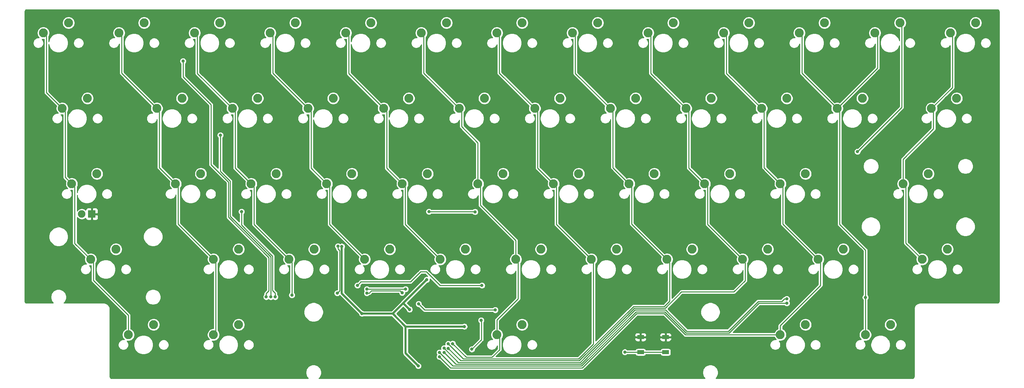
<source format=gbr>
%TF.GenerationSoftware,KiCad,Pcbnew,(5.1.9)-1*%
%TF.CreationDate,2021-01-27T12:27:53+01:00*%
%TF.ProjectId,FriedrichPCB,46726965-6472-4696-9368-5043422e6b69,rev?*%
%TF.SameCoordinates,Original*%
%TF.FileFunction,Copper,L1,Top*%
%TF.FilePolarity,Positive*%
%FSLAX46Y46*%
G04 Gerber Fmt 4.6, Leading zero omitted, Abs format (unit mm)*
G04 Created by KiCad (PCBNEW (5.1.9)-1) date 2021-01-27 12:27:53*
%MOMM*%
%LPD*%
G01*
G04 APERTURE LIST*
%TA.AperFunction,ComponentPad*%
%ADD10C,2.250000*%
%TD*%
%TA.AperFunction,ComponentPad*%
%ADD11R,1.905000X1.905000*%
%TD*%
%TA.AperFunction,ComponentPad*%
%ADD12C,1.905000*%
%TD*%
%TA.AperFunction,SMDPad,CuDef*%
%ADD13R,1.700000X1.000000*%
%TD*%
%TA.AperFunction,ViaPad*%
%ADD14C,0.800000*%
%TD*%
%TA.AperFunction,Conductor*%
%ADD15C,0.500000*%
%TD*%
%TA.AperFunction,Conductor*%
%ADD16C,0.250000*%
%TD*%
%TA.AperFunction,Conductor*%
%ADD17C,0.254000*%
%TD*%
%TA.AperFunction,Conductor*%
%ADD18C,0.100000*%
%TD*%
G04 APERTURE END LIST*
D10*
%TO.P,MX14,2*%
%TO.N,Net-(D14-Pad2)*%
X41706800Y-70662800D03*
%TO.P,MX14,1*%
%TO.N,col0*%
X35356800Y-73202800D03*
%TD*%
D11*
%TO.P,MX26,4*%
%TO.N,GND*%
X42824400Y-99872800D03*
D12*
%TO.P,MX26,3*%
%TO.N,LED*%
X40284400Y-99872800D03*
D10*
%TO.P,MX26,1*%
%TO.N,col0*%
X37744400Y-92252800D03*
%TO.P,MX26,2*%
%TO.N,Net-(D27-Pad2)*%
X44094400Y-89712800D03*
%TD*%
%TO.P,MX58,2*%
%TO.N,Net-(D58-Pad2)*%
X151231600Y-127812800D03*
%TO.P,MX58,1*%
%TO.N,col5*%
X144881600Y-130352800D03*
%TD*%
%TO.P,MX42,2*%
%TO.N,Net-(D42-Pad2)*%
X98856800Y-108762800D03*
%TO.P,MX42,1*%
%TO.N,col2*%
X92506800Y-111302800D03*
%TD*%
%TO.P,MX40,2*%
%TO.N,Net-(D40-Pad2)*%
X48869600Y-108762800D03*
%TO.P,MX40,1*%
%TO.N,col0*%
X42519600Y-111302800D03*
%TD*%
%TO.P,MX62,2*%
%TO.N,Net-(D62-Pad2)*%
X222656400Y-127812800D03*
%TO.P,MX62,1*%
%TO.N,col9*%
X216306400Y-130352800D03*
%TD*%
%TO.P,MX54,2*%
%TO.N,Net-(D54-Pad2)*%
X79806800Y-127812800D03*
%TO.P,MX54,1*%
%TO.N,col1*%
X73456800Y-130352800D03*
%TD*%
%TO.P,MX51,2*%
%TO.N,Net-(D51-Pad2)*%
X258419600Y-108762800D03*
%TO.P,MX51,1*%
%TO.N,col11*%
X252069600Y-111302800D03*
%TD*%
%TO.P,MX38,2*%
%TO.N,Net-(D38-Pad2)*%
X253593600Y-89712800D03*
%TO.P,MX38,1*%
%TO.N,col11*%
X247243600Y-92252800D03*
%TD*%
%TO.P,MX25,2*%
%TO.N,Net-(D25-Pad2)*%
X260756400Y-70662800D03*
%TO.P,MX25,1*%
%TO.N,col11*%
X254406400Y-73202800D03*
%TD*%
D13*
%TO.P,RESET,2*%
%TO.N,Net-(R5-Pad1)*%
X187401600Y-134742000D03*
X181101600Y-134742000D03*
%TO.P,RESET,1*%
%TO.N,GND*%
X187401600Y-130942000D03*
X181101600Y-130942000D03*
%TD*%
D10*
%TO.P,MX63,2*%
%TO.N,Net-(D63-Pad2)*%
X244094000Y-127812800D03*
%TO.P,MX63,1*%
%TO.N,col10*%
X237744000Y-130352800D03*
%TD*%
%TO.P,MX53,2*%
%TO.N,Net-(D53-Pad2)*%
X58369200Y-127812800D03*
%TO.P,MX53,1*%
%TO.N,col0*%
X52019200Y-130352800D03*
%TD*%
%TO.P,MX49,2*%
%TO.N,Net-(D49-Pad2)*%
X232206800Y-108762800D03*
%TO.P,MX49,1*%
%TO.N,col9*%
X225856800Y-111302800D03*
%TD*%
%TO.P,MX48,2*%
%TO.N,Net-(D48-Pad2)*%
X213156800Y-108762800D03*
%TO.P,MX48,1*%
%TO.N,col8*%
X206806800Y-111302800D03*
%TD*%
%TO.P,MX47,2*%
%TO.N,Net-(D47-Pad2)*%
X194106800Y-108762800D03*
%TO.P,MX47,1*%
%TO.N,col7*%
X187756800Y-111302800D03*
%TD*%
%TO.P,MX46,2*%
%TO.N,Net-(D46-Pad2)*%
X175056800Y-108762800D03*
%TO.P,MX46,1*%
%TO.N,col6*%
X168706800Y-111302800D03*
%TD*%
%TO.P,MX45,2*%
%TO.N,Net-(D45-Pad2)*%
X156006800Y-108762800D03*
%TO.P,MX45,1*%
%TO.N,col5*%
X149656800Y-111302800D03*
%TD*%
%TO.P,MX44,2*%
%TO.N,Net-(D44-Pad2)*%
X136956800Y-108762800D03*
%TO.P,MX44,1*%
%TO.N,col4*%
X130606800Y-111302800D03*
%TD*%
%TO.P,MX43,2*%
%TO.N,Net-(D43-Pad2)*%
X117906800Y-108762800D03*
%TO.P,MX43,1*%
%TO.N,col3*%
X111556800Y-111302800D03*
%TD*%
%TO.P,MX41,2*%
%TO.N,Net-(D41-Pad2)*%
X79806800Y-108762800D03*
%TO.P,MX41,1*%
%TO.N,col1*%
X73456800Y-111302800D03*
%TD*%
%TO.P,MX36,2*%
%TO.N,Net-(D36-Pad2)*%
X222656400Y-89712800D03*
%TO.P,MX36,1*%
%TO.N,col9*%
X216306400Y-92252800D03*
%TD*%
%TO.P,MX35,2*%
%TO.N,Net-(D35-Pad2)*%
X203606400Y-89712800D03*
%TO.P,MX35,1*%
%TO.N,col8*%
X197256400Y-92252800D03*
%TD*%
%TO.P,MX34,2*%
%TO.N,Net-(D34-Pad2)*%
X184556400Y-89712800D03*
%TO.P,MX34,1*%
%TO.N,col7*%
X178206400Y-92252800D03*
%TD*%
%TO.P,MX33,2*%
%TO.N,Net-(D33-Pad2)*%
X165506400Y-89712800D03*
%TO.P,MX33,1*%
%TO.N,col6*%
X159156400Y-92252800D03*
%TD*%
%TO.P,MX32,2*%
%TO.N,Net-(D32-Pad2)*%
X146456400Y-89712800D03*
%TO.P,MX32,1*%
%TO.N,col5*%
X140106400Y-92252800D03*
%TD*%
%TO.P,MX31,2*%
%TO.N,Net-(D31-Pad2)*%
X127406400Y-89712800D03*
%TO.P,MX31,1*%
%TO.N,col4*%
X121056400Y-92252800D03*
%TD*%
%TO.P,MX30,2*%
%TO.N,Net-(D30-Pad2)*%
X108356400Y-89712800D03*
%TO.P,MX30,1*%
%TO.N,col3*%
X102006400Y-92252800D03*
%TD*%
%TO.P,MX29,2*%
%TO.N,Net-(D29-Pad2)*%
X89306400Y-89712800D03*
%TO.P,MX29,1*%
%TO.N,col2*%
X82956400Y-92252800D03*
%TD*%
%TO.P,MX28,2*%
%TO.N,Net-(D28-Pad2)*%
X70256400Y-89712800D03*
%TO.P,MX28,1*%
%TO.N,col1*%
X63906400Y-92252800D03*
%TD*%
%TO.P,MX24,2*%
%TO.N,Net-(D24-Pad2)*%
X236982000Y-70662800D03*
%TO.P,MX24,1*%
%TO.N,col10*%
X230632000Y-73202800D03*
%TD*%
%TO.P,MX23,2*%
%TO.N,Net-(D23-Pad2)*%
X217932000Y-70662800D03*
%TO.P,MX23,1*%
%TO.N,col9*%
X211582000Y-73202800D03*
%TD*%
%TO.P,MX22,2*%
%TO.N,Net-(D22-Pad2)*%
X198882000Y-70662800D03*
%TO.P,MX22,1*%
%TO.N,col8*%
X192532000Y-73202800D03*
%TD*%
%TO.P,MX21,2*%
%TO.N,Net-(D21-Pad2)*%
X179832000Y-70662800D03*
%TO.P,MX21,1*%
%TO.N,col7*%
X173482000Y-73202800D03*
%TD*%
%TO.P,MX20,2*%
%TO.N,Net-(D20-Pad2)*%
X160782000Y-70662800D03*
%TO.P,MX20,1*%
%TO.N,col6*%
X154432000Y-73202800D03*
%TD*%
%TO.P,MX19,2*%
%TO.N,Net-(D19-Pad2)*%
X141732000Y-70662800D03*
%TO.P,MX19,1*%
%TO.N,col5*%
X135382000Y-73202800D03*
%TD*%
%TO.P,MX18,2*%
%TO.N,Net-(D18-Pad2)*%
X122682000Y-70662800D03*
%TO.P,MX18,1*%
%TO.N,col4*%
X116332000Y-73202800D03*
%TD*%
%TO.P,MX17,2*%
%TO.N,Net-(D17-Pad2)*%
X103632000Y-70662800D03*
%TO.P,MX17,1*%
%TO.N,col3*%
X97282000Y-73202800D03*
%TD*%
%TO.P,MX16,2*%
%TO.N,Net-(D16-Pad2)*%
X84582000Y-70662800D03*
%TO.P,MX16,1*%
%TO.N,col2*%
X78232000Y-73202800D03*
%TD*%
%TO.P,MX15,2*%
%TO.N,Net-(D15-Pad2)*%
X65532000Y-70662800D03*
%TO.P,MX15,1*%
%TO.N,col1*%
X59182000Y-73202800D03*
%TD*%
%TO.P,MX13,2*%
%TO.N,Net-(D13-Pad2)*%
X265531600Y-51612800D03*
%TO.P,MX13,1*%
%TO.N,col11*%
X259181600Y-54152800D03*
%TD*%
%TO.P,MX12,2*%
%TO.N,Net-(D12-Pad2)*%
X246481600Y-51612800D03*
%TO.P,MX12,1*%
%TO.N,col10*%
X240131600Y-54152800D03*
%TD*%
%TO.P,MX11,2*%
%TO.N,Net-(D11-Pad2)*%
X227431600Y-51612800D03*
%TO.P,MX11,1*%
%TO.N,col10*%
X221081600Y-54152800D03*
%TD*%
%TO.P,MX10,2*%
%TO.N,Net-(D10-Pad2)*%
X208381600Y-51612800D03*
%TO.P,MX10,1*%
%TO.N,col9*%
X202031600Y-54152800D03*
%TD*%
%TO.P,MX9,2*%
%TO.N,Net-(D9-Pad2)*%
X189331600Y-51612800D03*
%TO.P,MX9,1*%
%TO.N,col8*%
X182981600Y-54152800D03*
%TD*%
%TO.P,MX8,2*%
%TO.N,Net-(D8-Pad2)*%
X170281600Y-51612800D03*
%TO.P,MX8,1*%
%TO.N,col7*%
X163931600Y-54152800D03*
%TD*%
%TO.P,MX7,2*%
%TO.N,Net-(D7-Pad2)*%
X151231600Y-51612800D03*
%TO.P,MX7,1*%
%TO.N,col6*%
X144881600Y-54152800D03*
%TD*%
%TO.P,MX6,2*%
%TO.N,Net-(D6-Pad2)*%
X132181600Y-51612800D03*
%TO.P,MX6,1*%
%TO.N,col5*%
X125831600Y-54152800D03*
%TD*%
%TO.P,MX5,2*%
%TO.N,Net-(D5-Pad2)*%
X113131600Y-51612800D03*
%TO.P,MX5,1*%
%TO.N,col4*%
X106781600Y-54152800D03*
%TD*%
%TO.P,MX4,2*%
%TO.N,Net-(D4-Pad2)*%
X94081600Y-51612800D03*
%TO.P,MX4,1*%
%TO.N,col3*%
X87731600Y-54152800D03*
%TD*%
%TO.P,MX3,2*%
%TO.N,Net-(D3-Pad2)*%
X75031600Y-51612800D03*
%TO.P,MX3,1*%
%TO.N,col2*%
X68681600Y-54152800D03*
%TD*%
%TO.P,MX2,2*%
%TO.N,Net-(D2-Pad2)*%
X55981600Y-51612800D03*
%TO.P,MX2,1*%
%TO.N,col1*%
X49631600Y-54152800D03*
%TD*%
%TO.P,MX1,2*%
%TO.N,Net-(D1-Pad2)*%
X36931600Y-51612800D03*
%TO.P,MX1,1*%
%TO.N,col0*%
X30581600Y-54152800D03*
%TD*%
D14*
%TO.N,GND*%
X96418400Y-104089200D03*
X154533600Y-104140000D03*
%TO.N,+5V*%
X105816400Y-108051600D03*
X110896400Y-125018800D03*
X127203200Y-116433600D03*
X122885200Y-123952000D03*
X136702800Y-128270000D03*
X125069600Y-138226800D03*
%TO.N,row0*%
X65786000Y-61264800D03*
X86766400Y-120802400D03*
%TO.N,Net-(D12-Pad2)*%
X235762800Y-84124800D03*
%TO.N,row1*%
X75184000Y-79959200D03*
X87884000Y-120802400D03*
%TO.N,row2*%
X127762000Y-99263200D03*
X139395200Y-99314000D03*
X80518000Y-99263200D03*
X89001600Y-120802400D03*
%TO.N,row3*%
X109728000Y-117906800D03*
X141122400Y-117906800D03*
%TO.N,row4*%
X138582400Y-134010400D03*
X140919200Y-126695200D03*
%TO.N,col2*%
X93218000Y-120345200D03*
%TO.N,col3*%
X112115600Y-118821200D03*
X121869200Y-118821200D03*
%TO.N,col5*%
X133756400Y-132588000D03*
%TO.N,col6*%
X132638800Y-132638800D03*
%TO.N,col7*%
X132613152Y-133772247D03*
%TO.N,col8*%
X131572000Y-133756400D03*
%TO.N,col9*%
X130403600Y-135890000D03*
%TO.N,col10*%
X237744000Y-120904000D03*
X217932000Y-121310400D03*
X131618147Y-134827853D03*
%TO.N,col11*%
X217932000Y-122377200D03*
X130403600Y-134823200D03*
%TO.N,Net-(R5-Pad1)*%
X144475200Y-124104400D03*
X125171200Y-122580400D03*
X177139600Y-134721600D03*
%TO.N,Net-(R6-Pad2)*%
X104818123Y-107992878D03*
X104648000Y-119837200D03*
X112115600Y-119821203D03*
X121005600Y-119735600D03*
%TD*%
D15*
%TO.N,+5V*%
X105816400Y-119938800D02*
X110896400Y-125018800D01*
X105816400Y-108051600D02*
X105816400Y-119938800D01*
X110896400Y-125018800D02*
X118618000Y-125018800D01*
X121285000Y-122351800D02*
X122885200Y-123952000D01*
X118618000Y-125018800D02*
X121285000Y-122351800D01*
X121285000Y-122351800D02*
X127203200Y-116433600D01*
X121869200Y-128270000D02*
X118618000Y-125018800D01*
X136702800Y-128270000D02*
X121869200Y-128270000D01*
X121869200Y-135026400D02*
X125069600Y-138226800D01*
X121869200Y-128270000D02*
X121869200Y-135026400D01*
D16*
%TO.N,row0*%
X86766400Y-119938800D02*
X86766400Y-120802400D01*
X87441180Y-119264020D02*
X86766400Y-119938800D01*
X87441180Y-110862800D02*
X87441180Y-119264020D01*
X77223191Y-100644811D02*
X87441180Y-110862800D01*
X77223190Y-91778800D02*
X77223191Y-100644811D01*
X72847200Y-87402810D02*
X77223190Y-91778800D01*
X65786000Y-65227200D02*
X72847200Y-72288400D01*
X72847200Y-72288400D02*
X72847200Y-87402810D01*
X65786000Y-61264800D02*
X65786000Y-65227200D01*
%TO.N,Net-(D12-Pad2)*%
X235762800Y-84124800D02*
X246938800Y-72948800D01*
X246938800Y-52070000D02*
X246481600Y-51612800D01*
X246938800Y-72948800D02*
X246938800Y-52070000D01*
%TO.N,row1*%
X75184000Y-79959200D02*
X75184000Y-89103200D01*
X75184000Y-89103200D02*
X77673200Y-91592400D01*
X77673200Y-91592400D02*
X77673200Y-100458410D01*
X77673200Y-100458410D02*
X87891190Y-110676400D01*
X87891190Y-110676400D02*
X87891190Y-120802400D01*
X87891190Y-120802400D02*
X87884000Y-120802400D01*
%TO.N,row2*%
X139344400Y-99263200D02*
X139395200Y-99314000D01*
X127762000Y-99263200D02*
X139344400Y-99263200D01*
X89001600Y-119837200D02*
X89001600Y-120802400D01*
X88341200Y-119176800D02*
X89001600Y-119837200D01*
X88341200Y-110490000D02*
X88341200Y-119176800D01*
X80518000Y-102666800D02*
X88341200Y-110490000D01*
X80518000Y-99263200D02*
X80518000Y-102666800D01*
%TO.N,row3*%
X130556000Y-117906800D02*
X141122400Y-117906800D01*
X127101600Y-114452400D02*
X130556000Y-117906800D01*
X125679200Y-114452400D02*
X127101600Y-114452400D01*
X110642400Y-116992400D02*
X123139200Y-116992400D01*
X123139200Y-116992400D02*
X125679200Y-114452400D01*
X109728000Y-117906800D02*
X110642400Y-116992400D01*
%TO.N,row4*%
X138582400Y-134010400D02*
X140970000Y-131622800D01*
X140970000Y-126746000D02*
X140919200Y-126695200D01*
X140970000Y-131622800D02*
X140970000Y-126746000D01*
%TO.N,col0*%
X52019200Y-130352800D02*
X52019200Y-125425200D01*
X52019200Y-125425200D02*
X43230800Y-116636800D01*
X43230800Y-112014000D02*
X42519600Y-111302800D01*
X43230800Y-116636800D02*
X43230800Y-112014000D01*
X42519600Y-111302800D02*
X38506400Y-107289600D01*
X38506400Y-93014800D02*
X37744400Y-92252800D01*
X38506400Y-107289600D02*
X38506400Y-93014800D01*
X37744400Y-92252800D02*
X36068000Y-90576400D01*
X36068000Y-73914000D02*
X35356800Y-73202800D01*
X36068000Y-90576400D02*
X36068000Y-73914000D01*
X35356800Y-73202800D02*
X31343600Y-69189600D01*
X31343600Y-54914800D02*
X30581600Y-54152800D01*
X31343600Y-69189600D02*
X31343600Y-54914800D01*
%TO.N,col1*%
X59182000Y-73202800D02*
X50292000Y-64312800D01*
X50292000Y-54813200D02*
X49631600Y-54152800D01*
X50292000Y-64312800D02*
X50292000Y-54813200D01*
X63906400Y-92252800D02*
X59842400Y-88188800D01*
X59842400Y-73863200D02*
X59182000Y-73202800D01*
X59842400Y-88188800D02*
X59842400Y-73863200D01*
X73456800Y-111302800D02*
X64566800Y-102412800D01*
X64566800Y-92913200D02*
X63906400Y-92252800D01*
X64566800Y-102412800D02*
X64566800Y-92913200D01*
X73456800Y-130352800D02*
X73456800Y-130302000D01*
X73456800Y-130302000D02*
X74015600Y-129743200D01*
X74015600Y-111861600D02*
X73456800Y-111302800D01*
X74015600Y-129743200D02*
X74015600Y-111861600D01*
%TO.N,col2*%
X92506800Y-111302800D02*
X83667600Y-102463600D01*
X83667600Y-92964000D02*
X82956400Y-92252800D01*
X83667600Y-102463600D02*
X83667600Y-92964000D01*
X82956400Y-92252800D02*
X78943200Y-88239600D01*
X78943200Y-73914000D02*
X78232000Y-73202800D01*
X78943200Y-88239600D02*
X78943200Y-73914000D01*
X78232000Y-73202800D02*
X69392800Y-64363600D01*
X69392800Y-54864000D02*
X68681600Y-54152800D01*
X69392800Y-64363600D02*
X69392800Y-54864000D01*
X93218000Y-112014000D02*
X92506800Y-111302800D01*
X93218000Y-120345200D02*
X93218000Y-112014000D01*
%TO.N,col3*%
X111556800Y-111302800D02*
X102717600Y-102463600D01*
X102717600Y-92964000D02*
X102006400Y-92252800D01*
X102717600Y-102463600D02*
X102717600Y-92964000D01*
X102006400Y-92252800D02*
X98044000Y-88290400D01*
X98044000Y-73964800D02*
X97282000Y-73202800D01*
X98044000Y-88290400D02*
X98044000Y-73964800D01*
X97282000Y-73202800D02*
X88392000Y-64312800D01*
X88392000Y-54813200D02*
X87731600Y-54152800D01*
X88392000Y-64312800D02*
X88392000Y-54813200D01*
X112115600Y-118821200D02*
X121869200Y-118821200D01*
%TO.N,col4*%
X130606800Y-111302800D02*
X121767600Y-102463600D01*
X121767600Y-92964000D02*
X121056400Y-92252800D01*
X121767600Y-102463600D02*
X121767600Y-92964000D01*
X121056400Y-92252800D02*
X117094000Y-88290400D01*
X117094000Y-73964800D02*
X116332000Y-73202800D01*
X117094000Y-88290400D02*
X117094000Y-73964800D01*
X116332000Y-73202800D02*
X107543600Y-64414400D01*
X107543600Y-54914800D02*
X106781600Y-54152800D01*
X107543600Y-64414400D02*
X107543600Y-54914800D01*
%TO.N,col5*%
X149656800Y-111302800D02*
X149656800Y-106578400D01*
X149656800Y-106578400D02*
X140716000Y-97637600D01*
X140716000Y-92862400D02*
X140106400Y-92252800D01*
X140716000Y-97637600D02*
X140716000Y-92862400D01*
X140106400Y-92252800D02*
X140106400Y-81889600D01*
X140106400Y-81889600D02*
X135991600Y-77774800D01*
X135991600Y-73812400D02*
X135382000Y-73202800D01*
X135991600Y-77774800D02*
X135991600Y-73812400D01*
X135382000Y-73202800D02*
X126441200Y-64262000D01*
X126441200Y-54762400D02*
X125831600Y-54152800D01*
X126441200Y-64262000D02*
X126441200Y-54762400D01*
X144881600Y-130352800D02*
X144881600Y-126644400D01*
X144881600Y-126644400D02*
X150266400Y-121259600D01*
X150266400Y-111912400D02*
X149656800Y-111302800D01*
X150266400Y-121259600D02*
X150266400Y-111912400D01*
X144881600Y-130352800D02*
X144881600Y-130454400D01*
X144881600Y-130454400D02*
X145542000Y-131114800D01*
X145542000Y-131114800D02*
X145542000Y-134112000D01*
X145542000Y-134112000D02*
X143662400Y-135991600D01*
X143662400Y-135991600D02*
X138023600Y-135991600D01*
X137160000Y-135991600D02*
X133756400Y-132588000D01*
X138023600Y-135991600D02*
X137160000Y-135991600D01*
%TO.N,col6*%
X168706800Y-111302800D02*
X159867600Y-102463600D01*
X159867600Y-92964000D02*
X159156400Y-92252800D01*
X159867600Y-102463600D02*
X159867600Y-92964000D01*
X159156400Y-92252800D02*
X155143200Y-88239600D01*
X155143200Y-73914000D02*
X154432000Y-73202800D01*
X155143200Y-88239600D02*
X155143200Y-73914000D01*
X154432000Y-73202800D02*
X145491200Y-64262000D01*
X145491200Y-54762400D02*
X144881600Y-54152800D01*
X145491200Y-64262000D02*
X145491200Y-54762400D01*
X168706800Y-111302800D02*
X168706800Y-111404400D01*
X168706800Y-111506000D02*
X168706800Y-111302800D01*
X169214800Y-112014000D02*
X168706800Y-111506000D01*
X169214800Y-132707950D02*
X169214800Y-112014000D01*
X165481140Y-136441610D02*
X169214800Y-132707950D01*
X136441610Y-136441610D02*
X165481140Y-136441610D01*
X132638800Y-132638800D02*
X136441610Y-136441610D01*
%TO.N,col7*%
X187756800Y-111302800D02*
X178866800Y-102412800D01*
X178866800Y-92913200D02*
X178206400Y-92252800D01*
X178866800Y-102412800D02*
X178866800Y-92913200D01*
X178206400Y-92252800D02*
X174142400Y-88188800D01*
X174142400Y-73863200D02*
X173482000Y-73202800D01*
X174142400Y-88188800D02*
X174142400Y-73863200D01*
X173482000Y-73202800D02*
X164642800Y-64363600D01*
X164642800Y-54864000D02*
X163931600Y-54152800D01*
X164642800Y-64363600D02*
X164642800Y-54864000D01*
X187756800Y-111506000D02*
X187756800Y-111302800D01*
X188417200Y-121893190D02*
X188417200Y-112166400D01*
X187098820Y-123211570D02*
X188417200Y-121893190D01*
X181131230Y-123211570D02*
X187098820Y-123211570D01*
X188417200Y-112166400D02*
X187756800Y-111506000D01*
X181131228Y-123211572D02*
X181131230Y-123211570D01*
X179347588Y-123211572D02*
X181131228Y-123211572D01*
X135732525Y-136891620D02*
X165667541Y-136891619D01*
X165667541Y-136891619D02*
X179347588Y-123211572D01*
X132613152Y-133772247D02*
X135732525Y-136891620D01*
%TO.N,col8*%
X206806800Y-111302800D02*
X197967600Y-102463600D01*
X197967600Y-92964000D02*
X197256400Y-92252800D01*
X197967600Y-102463600D02*
X197967600Y-92964000D01*
X197256400Y-92252800D02*
X193243200Y-88239600D01*
X193243200Y-73914000D02*
X192532000Y-73202800D01*
X193243200Y-88239600D02*
X193243200Y-73914000D01*
X192532000Y-73202800D02*
X183692800Y-64363600D01*
X183692800Y-54864000D02*
X182981600Y-54152800D01*
X183692800Y-64363600D02*
X183692800Y-54864000D01*
X206806800Y-111302800D02*
X206806800Y-111506000D01*
X206806800Y-111506000D02*
X207467200Y-112166400D01*
X207467200Y-112166400D02*
X207467200Y-116687600D01*
X207467200Y-116687600D02*
X204622400Y-119532400D01*
X191414400Y-119532400D02*
X187285220Y-123661580D01*
X204622400Y-119532400D02*
X191414400Y-119532400D01*
X181748020Y-123661580D02*
X179533989Y-123661581D01*
X187285220Y-123661580D02*
X181748020Y-123661580D01*
X181748020Y-123661580D02*
X181610000Y-123661580D01*
X144221602Y-137341628D02*
X144221600Y-137341630D01*
X165853942Y-137341628D02*
X144221602Y-137341628D01*
X166939385Y-136256185D02*
X165853942Y-137341628D01*
X179533989Y-123661581D02*
X166939385Y-136256185D01*
X144221600Y-137341630D02*
X138125200Y-137341630D01*
X135157230Y-137341630D02*
X131572000Y-133756400D01*
X138125200Y-137341630D02*
X135157230Y-137341630D01*
%TO.N,col9*%
X216306400Y-130352800D02*
X216306400Y-128016000D01*
X226466400Y-111912400D02*
X225856800Y-111302800D01*
X226466400Y-117856000D02*
X226466400Y-111912400D01*
X225856800Y-111302800D02*
X216966800Y-102412800D01*
X216966800Y-92913200D02*
X216306400Y-92252800D01*
X216966800Y-102412800D02*
X216966800Y-92913200D01*
X216306400Y-92252800D02*
X212242400Y-88188800D01*
X212242400Y-73863200D02*
X211582000Y-73202800D01*
X212242400Y-88188800D02*
X212242400Y-73863200D01*
X211582000Y-73202800D02*
X202742800Y-64363600D01*
X202742800Y-54864000D02*
X202031600Y-54152800D01*
X202742800Y-64363600D02*
X202742800Y-54864000D01*
X216306400Y-128016000D02*
X226466400Y-117856000D01*
X216306400Y-130352800D02*
X192386790Y-130352800D01*
X192386790Y-130352800D02*
X187045600Y-125011610D01*
X187045600Y-125011610D02*
X181610000Y-125011610D01*
X181610000Y-125011610D02*
X180093190Y-125011610D01*
X180093190Y-125011610D02*
X167944800Y-137160000D01*
X167944800Y-137160000D02*
X166413144Y-138691656D01*
X166413144Y-138691656D02*
X138074400Y-138691656D01*
X133205256Y-138691656D02*
X130403600Y-135890000D01*
X138074400Y-138691656D02*
X133205256Y-138691656D01*
%TO.N,col10*%
X237744000Y-108966000D02*
X231241600Y-102463600D01*
X231241600Y-73812400D02*
X230632000Y-73202800D01*
X231241600Y-102463600D02*
X231241600Y-73812400D01*
X230632000Y-73202800D02*
X221742000Y-64312800D01*
X221742000Y-54813200D02*
X221081600Y-54152800D01*
X221742000Y-64312800D02*
X221742000Y-54813200D01*
X240792000Y-54813200D02*
X240131600Y-54152800D01*
X240792000Y-63042800D02*
X240792000Y-54813200D01*
X230632000Y-73202800D02*
X240792000Y-63042800D01*
X237744000Y-120904000D02*
X237744000Y-120954800D01*
X237744000Y-130352800D02*
X237744000Y-120904000D01*
X237744000Y-120904000D02*
X237744000Y-108966000D01*
X216719990Y-121927190D02*
X217336780Y-121310400D01*
X210735199Y-121927191D02*
X216719990Y-121927190D01*
X203209610Y-129452780D02*
X210735199Y-121927191D01*
X187418400Y-124111590D02*
X192759590Y-129452780D01*
X179720390Y-124111590D02*
X187418400Y-124111590D01*
X192759590Y-129452780D02*
X203209610Y-129452780D01*
X166040343Y-137791637D02*
X179720390Y-124111590D01*
X144408003Y-137791637D02*
X166040343Y-137791637D01*
X144408000Y-137791640D02*
X144408003Y-137791637D01*
X134581934Y-137791640D02*
X144408000Y-137791640D01*
X217336780Y-121310400D02*
X217932000Y-121310400D01*
X131618147Y-134827853D02*
X134581934Y-137791640D01*
%TO.N,col11*%
X252069600Y-111302800D02*
X247954800Y-107188000D01*
X247954800Y-92964000D02*
X247243600Y-92252800D01*
X247954800Y-107188000D02*
X247954800Y-92964000D01*
X247243600Y-92252800D02*
X247243600Y-86055200D01*
X247243600Y-86055200D02*
X254914400Y-78384400D01*
X254914400Y-73710800D02*
X254406400Y-73202800D01*
X254914400Y-78384400D02*
X254914400Y-73710800D01*
X254406400Y-73202800D02*
X259689600Y-67919600D01*
X259689600Y-54660800D02*
X259181600Y-54152800D01*
X259689600Y-67919600D02*
X259689600Y-54660800D01*
X203396010Y-129902790D02*
X210921600Y-122377200D01*
X192573190Y-129902790D02*
X203396010Y-129902790D01*
X187232000Y-124561600D02*
X192573190Y-129902790D01*
X181508400Y-124561600D02*
X187232000Y-124561600D01*
X179906789Y-124561601D02*
X181508400Y-124561600D01*
X166226744Y-138241646D02*
X179906789Y-124561601D01*
X133822046Y-138241646D02*
X166226744Y-138241646D01*
X210921600Y-122377200D02*
X217932000Y-122377200D01*
X130403600Y-134823200D02*
X133822046Y-138241646D01*
%TO.N,Net-(R5-Pad1)*%
X126695200Y-124104400D02*
X125171200Y-122580400D01*
X144475200Y-124104400D02*
X126695200Y-124104400D01*
X181081200Y-134721600D02*
X181101600Y-134742000D01*
X177139600Y-134721600D02*
X181081200Y-134721600D01*
X181101600Y-134742000D02*
X187401600Y-134742000D01*
%TO.N,Net-(R6-Pad2)*%
X104818123Y-107992878D02*
X104818123Y-108695133D01*
X104818123Y-108695133D02*
X105241390Y-109118400D01*
X105241390Y-119243810D02*
X104648000Y-119837200D01*
X105241390Y-109118400D02*
X105241390Y-119243810D01*
X112115600Y-119821203D02*
X112683207Y-119821203D01*
X112683207Y-119821203D02*
X113226010Y-119278400D01*
X120548400Y-119278400D02*
X121005600Y-119735600D01*
X113226010Y-119278400D02*
X120548400Y-119278400D01*
%TD*%
D17*
%TO.N,GND*%
X271090223Y-48279570D02*
X271168739Y-48303276D01*
X271241153Y-48341779D01*
X271304711Y-48393615D01*
X271356989Y-48456809D01*
X271395997Y-48528952D01*
X271420250Y-48607302D01*
X271431604Y-48715322D01*
X271440997Y-121857015D01*
X271430230Y-121966825D01*
X271406526Y-122045336D01*
X271368020Y-122117754D01*
X271316185Y-122181311D01*
X271252992Y-122233589D01*
X271180848Y-122272597D01*
X271102498Y-122296850D01*
X270994512Y-122308200D01*
X251555364Y-122308200D01*
X251530572Y-122310642D01*
X251524422Y-122310599D01*
X251516404Y-122311385D01*
X251322307Y-122331786D01*
X251271065Y-122342305D01*
X251219711Y-122352101D01*
X251211999Y-122354429D01*
X251025561Y-122412141D01*
X250977356Y-122432405D01*
X250928863Y-122451997D01*
X250921750Y-122455779D01*
X250750073Y-122548604D01*
X250706715Y-122577849D01*
X250662955Y-122606485D01*
X250656712Y-122611577D01*
X250506334Y-122735981D01*
X250469507Y-122773067D01*
X250432121Y-122809677D01*
X250426986Y-122815885D01*
X250303636Y-122967127D01*
X250274710Y-123010665D01*
X250245150Y-123053836D01*
X250241318Y-123060923D01*
X250149693Y-123233245D01*
X250129766Y-123281591D01*
X250109163Y-123329663D01*
X250106781Y-123337359D01*
X250050372Y-123524195D01*
X250040218Y-123575474D01*
X250029341Y-123626648D01*
X250028499Y-123634661D01*
X250009454Y-123828894D01*
X250009454Y-123828904D01*
X250006700Y-123856865D01*
X250006701Y-140890972D01*
X249995930Y-141000825D01*
X249972226Y-141079336D01*
X249933720Y-141151754D01*
X249881885Y-141215311D01*
X249818692Y-141267589D01*
X249746548Y-141306597D01*
X249668198Y-141330850D01*
X249560212Y-141342200D01*
X200056941Y-141342200D01*
X200245778Y-141153363D01*
X200464763Y-140825629D01*
X200615603Y-140461470D01*
X200692500Y-140074881D01*
X200692500Y-139680719D01*
X200615603Y-139294130D01*
X200464763Y-138929971D01*
X200245778Y-138602237D01*
X199967063Y-138323522D01*
X199639329Y-138104537D01*
X199275170Y-137953697D01*
X198888581Y-137876800D01*
X198494419Y-137876800D01*
X198107830Y-137953697D01*
X197743671Y-138104537D01*
X197415937Y-138323522D01*
X197137222Y-138602237D01*
X196918237Y-138929971D01*
X196767397Y-139294130D01*
X196690500Y-139680719D01*
X196690500Y-140074881D01*
X196767397Y-140461470D01*
X196918237Y-140825629D01*
X197137222Y-141153363D01*
X197326059Y-141342200D01*
X100057141Y-141342200D01*
X100245978Y-141153363D01*
X100464963Y-140825629D01*
X100615803Y-140461470D01*
X100692700Y-140074881D01*
X100692700Y-139680719D01*
X100615803Y-139294130D01*
X100464963Y-138929971D01*
X100245978Y-138602237D01*
X99967263Y-138323522D01*
X99639529Y-138104537D01*
X99275370Y-137953697D01*
X98888781Y-137876800D01*
X98494619Y-137876800D01*
X98108030Y-137953697D01*
X97743871Y-138104537D01*
X97416137Y-138323522D01*
X97137422Y-138602237D01*
X96918437Y-138929971D01*
X96767597Y-139294130D01*
X96690700Y-139680719D01*
X96690700Y-140074881D01*
X96767597Y-140461470D01*
X96918437Y-140825629D01*
X97137422Y-141153363D01*
X97326259Y-141342200D01*
X47815018Y-141342200D01*
X47705175Y-141331430D01*
X47626664Y-141307726D01*
X47554246Y-141269220D01*
X47490689Y-141217385D01*
X47438411Y-141154192D01*
X47399403Y-141082048D01*
X47375150Y-141003698D01*
X47363813Y-140895833D01*
X47373215Y-123857183D01*
X47370758Y-123832094D01*
X47370801Y-123825922D01*
X47370015Y-123817904D01*
X47349614Y-123623807D01*
X47339095Y-123572565D01*
X47329299Y-123521211D01*
X47326971Y-123513499D01*
X47269259Y-123327061D01*
X47248995Y-123278856D01*
X47229403Y-123230363D01*
X47225621Y-123223250D01*
X47132796Y-123051573D01*
X47103551Y-123008215D01*
X47074915Y-122964455D01*
X47069823Y-122958212D01*
X46945419Y-122807834D01*
X46908333Y-122771007D01*
X46871723Y-122733621D01*
X46865515Y-122728486D01*
X46714273Y-122605136D01*
X46670735Y-122576210D01*
X46627564Y-122546650D01*
X46620477Y-122542818D01*
X46448155Y-122451193D01*
X46399809Y-122431266D01*
X46351737Y-122410663D01*
X46344041Y-122408281D01*
X46157205Y-122351872D01*
X46105926Y-122341718D01*
X46054752Y-122330841D01*
X46046739Y-122329999D01*
X45852506Y-122310954D01*
X45852497Y-122310954D01*
X45824536Y-122308200D01*
X35772791Y-122308200D01*
X35977628Y-122103363D01*
X36196613Y-121775629D01*
X36347453Y-121411470D01*
X36424350Y-121024881D01*
X36424350Y-120630719D01*
X36347453Y-120244130D01*
X36196613Y-119879971D01*
X35977628Y-119552237D01*
X35698913Y-119273522D01*
X35371179Y-119054537D01*
X35007020Y-118903697D01*
X34620431Y-118826800D01*
X34226269Y-118826800D01*
X33839680Y-118903697D01*
X33475521Y-119054537D01*
X33147787Y-119273522D01*
X32869072Y-119552237D01*
X32650087Y-119879971D01*
X32499247Y-120244130D01*
X32422350Y-120630719D01*
X32422350Y-121024881D01*
X32499247Y-121411470D01*
X32650087Y-121775629D01*
X32869072Y-122103363D01*
X33073909Y-122308200D01*
X26393418Y-122308200D01*
X26283575Y-122297430D01*
X26205064Y-122273726D01*
X26132646Y-122235220D01*
X26069089Y-122183385D01*
X26016811Y-122120192D01*
X25977803Y-122048048D01*
X25953550Y-121969698D01*
X25942203Y-121861737D01*
X25944324Y-105344438D01*
X31952450Y-105344438D01*
X31952450Y-105831162D01*
X32047405Y-106308535D01*
X32233666Y-106758210D01*
X32504076Y-107162907D01*
X32848243Y-107507074D01*
X33252940Y-107777484D01*
X33702615Y-107963745D01*
X34179988Y-108058700D01*
X34666712Y-108058700D01*
X35144085Y-107963745D01*
X35593760Y-107777484D01*
X35998457Y-107507074D01*
X36342624Y-107162907D01*
X36613034Y-106758210D01*
X36799295Y-106308535D01*
X36894250Y-105831162D01*
X36894250Y-105344438D01*
X36799295Y-104867065D01*
X36613034Y-104417390D01*
X36342624Y-104012693D01*
X35998457Y-103668526D01*
X35593760Y-103398116D01*
X35144085Y-103211855D01*
X34666712Y-103116900D01*
X34179988Y-103116900D01*
X33702615Y-103211855D01*
X33252940Y-103398116D01*
X32848243Y-103668526D01*
X32504076Y-104012693D01*
X32233666Y-104417390D01*
X32047405Y-104867065D01*
X31952450Y-105344438D01*
X25944324Y-105344438D01*
X25950592Y-56559640D01*
X27959600Y-56559640D01*
X27959600Y-56825960D01*
X28011556Y-57087164D01*
X28113473Y-57333212D01*
X28261433Y-57554650D01*
X28449750Y-57742967D01*
X28671188Y-57890927D01*
X28917236Y-57992844D01*
X29178440Y-58044800D01*
X29444760Y-58044800D01*
X29705964Y-57992844D01*
X29952012Y-57890927D01*
X30173450Y-57742967D01*
X30361767Y-57554650D01*
X30509727Y-57333212D01*
X30611644Y-57087164D01*
X30663600Y-56825960D01*
X30663600Y-56559640D01*
X30611644Y-56298436D01*
X30509727Y-56052388D01*
X30361767Y-55830950D01*
X30251302Y-55720485D01*
X30423817Y-55754800D01*
X30739383Y-55754800D01*
X30741601Y-55754359D01*
X30741600Y-69160044D01*
X30738689Y-69189600D01*
X30741600Y-69219156D01*
X30741600Y-69219165D01*
X30750311Y-69307611D01*
X30784734Y-69421089D01*
X30840634Y-69525670D01*
X30915863Y-69617337D01*
X30938834Y-69636189D01*
X33881326Y-72578682D01*
X33816364Y-72735514D01*
X33754800Y-73045017D01*
X33754800Y-73360583D01*
X33816364Y-73670086D01*
X33937126Y-73961631D01*
X34112446Y-74224015D01*
X34293948Y-74405517D01*
X34219960Y-74390800D01*
X33953640Y-74390800D01*
X33692436Y-74442756D01*
X33446388Y-74544673D01*
X33224950Y-74692633D01*
X33036633Y-74880950D01*
X32888673Y-75102388D01*
X32786756Y-75348436D01*
X32734800Y-75609640D01*
X32734800Y-75875960D01*
X32786756Y-76137164D01*
X32888673Y-76383212D01*
X33036633Y-76604650D01*
X33224950Y-76792967D01*
X33446388Y-76940927D01*
X33692436Y-77042844D01*
X33953640Y-77094800D01*
X34219960Y-77094800D01*
X34481164Y-77042844D01*
X34727212Y-76940927D01*
X34948650Y-76792967D01*
X35136967Y-76604650D01*
X35284927Y-76383212D01*
X35386844Y-76137164D01*
X35438800Y-75875960D01*
X35438800Y-75609640D01*
X35386844Y-75348436D01*
X35284927Y-75102388D01*
X35136967Y-74880950D01*
X35026502Y-74770485D01*
X35199017Y-74804800D01*
X35466001Y-74804800D01*
X35466000Y-90546844D01*
X35463089Y-90576400D01*
X35466000Y-90605956D01*
X35466000Y-90605965D01*
X35474711Y-90694411D01*
X35509134Y-90807889D01*
X35565034Y-90912470D01*
X35640263Y-91004137D01*
X35663234Y-91022989D01*
X36268926Y-91628682D01*
X36203964Y-91785514D01*
X36142400Y-92095017D01*
X36142400Y-92410583D01*
X36203964Y-92720086D01*
X36324726Y-93011631D01*
X36500046Y-93274015D01*
X36681548Y-93455517D01*
X36607560Y-93440800D01*
X36341240Y-93440800D01*
X36080036Y-93492756D01*
X35833988Y-93594673D01*
X35612550Y-93742633D01*
X35424233Y-93930950D01*
X35276273Y-94152388D01*
X35174356Y-94398436D01*
X35122400Y-94659640D01*
X35122400Y-94925960D01*
X35174356Y-95187164D01*
X35276273Y-95433212D01*
X35424233Y-95654650D01*
X35612550Y-95842967D01*
X35833988Y-95990927D01*
X36080036Y-96092844D01*
X36341240Y-96144800D01*
X36607560Y-96144800D01*
X36868764Y-96092844D01*
X37114812Y-95990927D01*
X37336250Y-95842967D01*
X37524567Y-95654650D01*
X37672527Y-95433212D01*
X37774444Y-95187164D01*
X37826400Y-94925960D01*
X37826400Y-94659640D01*
X37774444Y-94398436D01*
X37672527Y-94152388D01*
X37524567Y-93930950D01*
X37414102Y-93820485D01*
X37586617Y-93854800D01*
X37902183Y-93854800D01*
X37904401Y-93854359D01*
X37904400Y-107260044D01*
X37901489Y-107289600D01*
X37904400Y-107319156D01*
X37904400Y-107319165D01*
X37913111Y-107407611D01*
X37947534Y-107521089D01*
X38003434Y-107625670D01*
X38078663Y-107717337D01*
X38101634Y-107736189D01*
X41044126Y-110678682D01*
X40979164Y-110835514D01*
X40917600Y-111145017D01*
X40917600Y-111460583D01*
X40979164Y-111770086D01*
X41099926Y-112061631D01*
X41275246Y-112324015D01*
X41456748Y-112505517D01*
X41382760Y-112490800D01*
X41116440Y-112490800D01*
X40855236Y-112542756D01*
X40609188Y-112644673D01*
X40387750Y-112792633D01*
X40199433Y-112980950D01*
X40051473Y-113202388D01*
X39949556Y-113448436D01*
X39897600Y-113709640D01*
X39897600Y-113975960D01*
X39949556Y-114237164D01*
X40051473Y-114483212D01*
X40199433Y-114704650D01*
X40387750Y-114892967D01*
X40609188Y-115040927D01*
X40855236Y-115142844D01*
X41116440Y-115194800D01*
X41382760Y-115194800D01*
X41643964Y-115142844D01*
X41890012Y-115040927D01*
X42111450Y-114892967D01*
X42299767Y-114704650D01*
X42447727Y-114483212D01*
X42549644Y-114237164D01*
X42601600Y-113975960D01*
X42601600Y-113709640D01*
X42549644Y-113448436D01*
X42447727Y-113202388D01*
X42299767Y-112980950D01*
X42189302Y-112870485D01*
X42361817Y-112904800D01*
X42628801Y-112904800D01*
X42628800Y-116607244D01*
X42625889Y-116636800D01*
X42628800Y-116666356D01*
X42628800Y-116666365D01*
X42637511Y-116754811D01*
X42671934Y-116868289D01*
X42727834Y-116972870D01*
X42803063Y-117064537D01*
X42826034Y-117083389D01*
X51417201Y-125674558D01*
X51417200Y-128868164D01*
X51260369Y-128933126D01*
X50997985Y-129108446D01*
X50774846Y-129331585D01*
X50599526Y-129593969D01*
X50478764Y-129885514D01*
X50417200Y-130195017D01*
X50417200Y-130510583D01*
X50478764Y-130820086D01*
X50599526Y-131111631D01*
X50774846Y-131374015D01*
X50956348Y-131555517D01*
X50882360Y-131540800D01*
X50616040Y-131540800D01*
X50354836Y-131592756D01*
X50108788Y-131694673D01*
X49887350Y-131842633D01*
X49699033Y-132030950D01*
X49551073Y-132252388D01*
X49449156Y-132498436D01*
X49397200Y-132759640D01*
X49397200Y-133025960D01*
X49449156Y-133287164D01*
X49551073Y-133533212D01*
X49699033Y-133754650D01*
X49887350Y-133942967D01*
X50108788Y-134090927D01*
X50354836Y-134192844D01*
X50616040Y-134244800D01*
X50882360Y-134244800D01*
X51143564Y-134192844D01*
X51389612Y-134090927D01*
X51611050Y-133942967D01*
X51799367Y-133754650D01*
X51947327Y-133533212D01*
X52049244Y-133287164D01*
X52101200Y-133025960D01*
X52101200Y-132759640D01*
X52079280Y-132649438D01*
X53358300Y-132649438D01*
X53358300Y-133136162D01*
X53453255Y-133613535D01*
X53639516Y-134063210D01*
X53909926Y-134467907D01*
X54254093Y-134812074D01*
X54658790Y-135082484D01*
X55108465Y-135268745D01*
X55585838Y-135363700D01*
X56072562Y-135363700D01*
X56549935Y-135268745D01*
X56999610Y-135082484D01*
X57404307Y-134812074D01*
X57748474Y-134467907D01*
X58018884Y-134063210D01*
X58205145Y-133613535D01*
X58300100Y-133136162D01*
X58300100Y-132759640D01*
X59557200Y-132759640D01*
X59557200Y-133025960D01*
X59609156Y-133287164D01*
X59711073Y-133533212D01*
X59859033Y-133754650D01*
X60047350Y-133942967D01*
X60268788Y-134090927D01*
X60514836Y-134192844D01*
X60776040Y-134244800D01*
X61042360Y-134244800D01*
X61303564Y-134192844D01*
X61549612Y-134090927D01*
X61771050Y-133942967D01*
X61959367Y-133754650D01*
X62107327Y-133533212D01*
X62209244Y-133287164D01*
X62261200Y-133025960D01*
X62261200Y-132759640D01*
X62209244Y-132498436D01*
X62107327Y-132252388D01*
X61959367Y-132030950D01*
X61771050Y-131842633D01*
X61549612Y-131694673D01*
X61303564Y-131592756D01*
X61042360Y-131540800D01*
X60776040Y-131540800D01*
X60514836Y-131592756D01*
X60268788Y-131694673D01*
X60047350Y-131842633D01*
X59859033Y-132030950D01*
X59711073Y-132252388D01*
X59609156Y-132498436D01*
X59557200Y-132759640D01*
X58300100Y-132759640D01*
X58300100Y-132649438D01*
X58205145Y-132172065D01*
X58018884Y-131722390D01*
X57748474Y-131317693D01*
X57404307Y-130973526D01*
X56999610Y-130703116D01*
X56549935Y-130516855D01*
X56072562Y-130421900D01*
X55585838Y-130421900D01*
X55108465Y-130516855D01*
X54658790Y-130703116D01*
X54254093Y-130973526D01*
X53909926Y-131317693D01*
X53639516Y-131722390D01*
X53453255Y-132172065D01*
X53358300Y-132649438D01*
X52079280Y-132649438D01*
X52049244Y-132498436D01*
X51947327Y-132252388D01*
X51799367Y-132030950D01*
X51688902Y-131920485D01*
X51861417Y-131954800D01*
X52176983Y-131954800D01*
X52486486Y-131893236D01*
X52778031Y-131772474D01*
X53040415Y-131597154D01*
X53263554Y-131374015D01*
X53438874Y-131111631D01*
X53559636Y-130820086D01*
X53621200Y-130510583D01*
X53621200Y-130195017D01*
X53559636Y-129885514D01*
X53438874Y-129593969D01*
X53263554Y-129331585D01*
X53040415Y-129108446D01*
X52778031Y-128933126D01*
X52621200Y-128868164D01*
X52621200Y-127655017D01*
X56767200Y-127655017D01*
X56767200Y-127970583D01*
X56828764Y-128280086D01*
X56949526Y-128571631D01*
X57124846Y-128834015D01*
X57347985Y-129057154D01*
X57610369Y-129232474D01*
X57901914Y-129353236D01*
X58211417Y-129414800D01*
X58526983Y-129414800D01*
X58836486Y-129353236D01*
X59128031Y-129232474D01*
X59390415Y-129057154D01*
X59613554Y-128834015D01*
X59788874Y-128571631D01*
X59909636Y-128280086D01*
X59971200Y-127970583D01*
X59971200Y-127655017D01*
X59909636Y-127345514D01*
X59788874Y-127053969D01*
X59613554Y-126791585D01*
X59390415Y-126568446D01*
X59128031Y-126393126D01*
X58836486Y-126272364D01*
X58526983Y-126210800D01*
X58211417Y-126210800D01*
X57901914Y-126272364D01*
X57610369Y-126393126D01*
X57347985Y-126568446D01*
X57124846Y-126791585D01*
X56949526Y-127053969D01*
X56828764Y-127345514D01*
X56767200Y-127655017D01*
X52621200Y-127655017D01*
X52621200Y-125454756D01*
X52624111Y-125425199D01*
X52621200Y-125395643D01*
X52621200Y-125395634D01*
X52612489Y-125307188D01*
X52578066Y-125193710D01*
X52522166Y-125089129D01*
X52502008Y-125064567D01*
X52465784Y-125020427D01*
X52465780Y-125020423D01*
X52446937Y-124997463D01*
X52423977Y-124978620D01*
X48076075Y-120630719D01*
X56234850Y-120630719D01*
X56234850Y-121024881D01*
X56311747Y-121411470D01*
X56462587Y-121775629D01*
X56681572Y-122103363D01*
X56960287Y-122382078D01*
X57288021Y-122601063D01*
X57652180Y-122751903D01*
X58038769Y-122828800D01*
X58432931Y-122828800D01*
X58819520Y-122751903D01*
X59183679Y-122601063D01*
X59511413Y-122382078D01*
X59790128Y-122103363D01*
X60009113Y-121775629D01*
X60159953Y-121411470D01*
X60236850Y-121024881D01*
X60236850Y-120630719D01*
X60159953Y-120244130D01*
X60009113Y-119879971D01*
X59790128Y-119552237D01*
X59511413Y-119273522D01*
X59183679Y-119054537D01*
X58819520Y-118903697D01*
X58432931Y-118826800D01*
X58038769Y-118826800D01*
X57652180Y-118903697D01*
X57288021Y-119054537D01*
X56960287Y-119273522D01*
X56681572Y-119552237D01*
X56462587Y-119879971D01*
X56311747Y-120244130D01*
X56234850Y-120630719D01*
X48076075Y-120630719D01*
X43832800Y-116387445D01*
X43832800Y-113599438D01*
X43858700Y-113599438D01*
X43858700Y-114086162D01*
X43953655Y-114563535D01*
X44139916Y-115013210D01*
X44410326Y-115417907D01*
X44754493Y-115762074D01*
X45159190Y-116032484D01*
X45608865Y-116218745D01*
X46086238Y-116313700D01*
X46572962Y-116313700D01*
X47050335Y-116218745D01*
X47500010Y-116032484D01*
X47904707Y-115762074D01*
X48248874Y-115417907D01*
X48519284Y-115013210D01*
X48705545Y-114563535D01*
X48800500Y-114086162D01*
X48800500Y-113709640D01*
X50057600Y-113709640D01*
X50057600Y-113975960D01*
X50109556Y-114237164D01*
X50211473Y-114483212D01*
X50359433Y-114704650D01*
X50547750Y-114892967D01*
X50769188Y-115040927D01*
X51015236Y-115142844D01*
X51276440Y-115194800D01*
X51542760Y-115194800D01*
X51803964Y-115142844D01*
X52050012Y-115040927D01*
X52271450Y-114892967D01*
X52459767Y-114704650D01*
X52607727Y-114483212D01*
X52709644Y-114237164D01*
X52761600Y-113975960D01*
X52761600Y-113709640D01*
X52709644Y-113448436D01*
X52607727Y-113202388D01*
X52459767Y-112980950D01*
X52271450Y-112792633D01*
X52050012Y-112644673D01*
X51803964Y-112542756D01*
X51542760Y-112490800D01*
X51276440Y-112490800D01*
X51015236Y-112542756D01*
X50769188Y-112644673D01*
X50547750Y-112792633D01*
X50359433Y-112980950D01*
X50211473Y-113202388D01*
X50109556Y-113448436D01*
X50057600Y-113709640D01*
X48800500Y-113709640D01*
X48800500Y-113599438D01*
X48705545Y-113122065D01*
X48519284Y-112672390D01*
X48248874Y-112267693D01*
X47904707Y-111923526D01*
X47500010Y-111653116D01*
X47050335Y-111466855D01*
X46572962Y-111371900D01*
X46086238Y-111371900D01*
X45608865Y-111466855D01*
X45159190Y-111653116D01*
X44754493Y-111923526D01*
X44410326Y-112267693D01*
X44139916Y-112672390D01*
X43953655Y-113122065D01*
X43858700Y-113599438D01*
X43832800Y-113599438D01*
X43832800Y-112220980D01*
X43939274Y-112061631D01*
X44060036Y-111770086D01*
X44121600Y-111460583D01*
X44121600Y-111145017D01*
X44060036Y-110835514D01*
X43939274Y-110543969D01*
X43763954Y-110281585D01*
X43540815Y-110058446D01*
X43278431Y-109883126D01*
X42986886Y-109762364D01*
X42677383Y-109700800D01*
X42361817Y-109700800D01*
X42052314Y-109762364D01*
X41895482Y-109827326D01*
X40673173Y-108605017D01*
X47267600Y-108605017D01*
X47267600Y-108920583D01*
X47329164Y-109230086D01*
X47449926Y-109521631D01*
X47625246Y-109784015D01*
X47848385Y-110007154D01*
X48110769Y-110182474D01*
X48402314Y-110303236D01*
X48711817Y-110364800D01*
X49027383Y-110364800D01*
X49336886Y-110303236D01*
X49628431Y-110182474D01*
X49890815Y-110007154D01*
X50113954Y-109784015D01*
X50289274Y-109521631D01*
X50410036Y-109230086D01*
X50471600Y-108920583D01*
X50471600Y-108605017D01*
X50410036Y-108295514D01*
X50289274Y-108003969D01*
X50113954Y-107741585D01*
X49890815Y-107518446D01*
X49628431Y-107343126D01*
X49336886Y-107222364D01*
X49027383Y-107160800D01*
X48711817Y-107160800D01*
X48402314Y-107222364D01*
X48110769Y-107343126D01*
X47848385Y-107518446D01*
X47625246Y-107741585D01*
X47449926Y-108003969D01*
X47329164Y-108295514D01*
X47267600Y-108605017D01*
X40673173Y-108605017D01*
X39108400Y-107040245D01*
X39108400Y-105344438D01*
X55764950Y-105344438D01*
X55764950Y-105831162D01*
X55859905Y-106308535D01*
X56046166Y-106758210D01*
X56316576Y-107162907D01*
X56660743Y-107507074D01*
X57065440Y-107777484D01*
X57515115Y-107963745D01*
X57992488Y-108058700D01*
X58479212Y-108058700D01*
X58956585Y-107963745D01*
X59406260Y-107777484D01*
X59810957Y-107507074D01*
X60155124Y-107162907D01*
X60425534Y-106758210D01*
X60611795Y-106308535D01*
X60706750Y-105831162D01*
X60706750Y-105344438D01*
X60611795Y-104867065D01*
X60425534Y-104417390D01*
X60155124Y-104012693D01*
X59810957Y-103668526D01*
X59406260Y-103398116D01*
X58956585Y-103211855D01*
X58479212Y-103116900D01*
X57992488Y-103116900D01*
X57515115Y-103211855D01*
X57065440Y-103398116D01*
X56660743Y-103668526D01*
X56316576Y-104012693D01*
X56046166Y-104417390D01*
X55859905Y-104867065D01*
X55764950Y-105344438D01*
X39108400Y-105344438D01*
X39108400Y-100685824D01*
X39174035Y-100784053D01*
X39373147Y-100983165D01*
X39607278Y-101139607D01*
X39867430Y-101247365D01*
X40143607Y-101302300D01*
X40425193Y-101302300D01*
X40701370Y-101247365D01*
X40961522Y-101139607D01*
X41195653Y-100983165D01*
X41244559Y-100934259D01*
X41246088Y-100949782D01*
X41282398Y-101069480D01*
X41341363Y-101179794D01*
X41420715Y-101276485D01*
X41517406Y-101355837D01*
X41627720Y-101414802D01*
X41747418Y-101451112D01*
X41871900Y-101463372D01*
X42538650Y-101460300D01*
X42697400Y-101301550D01*
X42697400Y-99999800D01*
X42951400Y-99999800D01*
X42951400Y-101301550D01*
X43110150Y-101460300D01*
X43776900Y-101463372D01*
X43901382Y-101451112D01*
X44021080Y-101414802D01*
X44131394Y-101355837D01*
X44228085Y-101276485D01*
X44307437Y-101179794D01*
X44366402Y-101069480D01*
X44402712Y-100949782D01*
X44414972Y-100825300D01*
X44411900Y-100158550D01*
X44253150Y-99999800D01*
X42951400Y-99999800D01*
X42697400Y-99999800D01*
X42677400Y-99999800D01*
X42677400Y-99745800D01*
X42697400Y-99745800D01*
X42697400Y-98444050D01*
X42951400Y-98444050D01*
X42951400Y-99745800D01*
X44253150Y-99745800D01*
X44411900Y-99587050D01*
X44414972Y-98920300D01*
X44402712Y-98795818D01*
X44366402Y-98676120D01*
X44307437Y-98565806D01*
X44228085Y-98469115D01*
X44131394Y-98389763D01*
X44021080Y-98330798D01*
X43901382Y-98294488D01*
X43776900Y-98282228D01*
X43110150Y-98285300D01*
X42951400Y-98444050D01*
X42697400Y-98444050D01*
X42538650Y-98285300D01*
X41871900Y-98282228D01*
X41747418Y-98294488D01*
X41627720Y-98330798D01*
X41517406Y-98389763D01*
X41420715Y-98469115D01*
X41341363Y-98565806D01*
X41282398Y-98676120D01*
X41246088Y-98795818D01*
X41244559Y-98811341D01*
X41195653Y-98762435D01*
X40961522Y-98605993D01*
X40701370Y-98498235D01*
X40425193Y-98443300D01*
X40143607Y-98443300D01*
X39867430Y-98498235D01*
X39607278Y-98605993D01*
X39373147Y-98762435D01*
X39174035Y-98961547D01*
X39108400Y-99059776D01*
X39108400Y-95161343D01*
X39178455Y-95513535D01*
X39364716Y-95963210D01*
X39635126Y-96367907D01*
X39979293Y-96712074D01*
X40383990Y-96982484D01*
X40833665Y-97168745D01*
X41311038Y-97263700D01*
X41797762Y-97263700D01*
X42275135Y-97168745D01*
X42724810Y-96982484D01*
X43129507Y-96712074D01*
X43473674Y-96367907D01*
X43744084Y-95963210D01*
X43930345Y-95513535D01*
X44025300Y-95036162D01*
X44025300Y-94659640D01*
X45282400Y-94659640D01*
X45282400Y-94925960D01*
X45334356Y-95187164D01*
X45436273Y-95433212D01*
X45584233Y-95654650D01*
X45772550Y-95842967D01*
X45993988Y-95990927D01*
X46240036Y-96092844D01*
X46501240Y-96144800D01*
X46767560Y-96144800D01*
X47028764Y-96092844D01*
X47274812Y-95990927D01*
X47496250Y-95842967D01*
X47684567Y-95654650D01*
X47832527Y-95433212D01*
X47934444Y-95187164D01*
X47986400Y-94925960D01*
X47986400Y-94659640D01*
X47934444Y-94398436D01*
X47832527Y-94152388D01*
X47684567Y-93930950D01*
X47496250Y-93742633D01*
X47274812Y-93594673D01*
X47028764Y-93492756D01*
X46767560Y-93440800D01*
X46501240Y-93440800D01*
X46240036Y-93492756D01*
X45993988Y-93594673D01*
X45772550Y-93742633D01*
X45584233Y-93930950D01*
X45436273Y-94152388D01*
X45334356Y-94398436D01*
X45282400Y-94659640D01*
X44025300Y-94659640D01*
X44025300Y-94549438D01*
X43930345Y-94072065D01*
X43744084Y-93622390D01*
X43473674Y-93217693D01*
X43129507Y-92873526D01*
X42724810Y-92603116D01*
X42275135Y-92416855D01*
X41797762Y-92321900D01*
X41311038Y-92321900D01*
X40833665Y-92416855D01*
X40383990Y-92603116D01*
X39979293Y-92873526D01*
X39635126Y-93217693D01*
X39364716Y-93622390D01*
X39178455Y-94072065D01*
X39108400Y-94424257D01*
X39108400Y-93094953D01*
X39164074Y-93011631D01*
X39284836Y-92720086D01*
X39346400Y-92410583D01*
X39346400Y-92095017D01*
X39284836Y-91785514D01*
X39164074Y-91493969D01*
X38988754Y-91231585D01*
X38765615Y-91008446D01*
X38503231Y-90833126D01*
X38211686Y-90712364D01*
X37902183Y-90650800D01*
X37586617Y-90650800D01*
X37277114Y-90712364D01*
X37120282Y-90777326D01*
X36670000Y-90327045D01*
X36670000Y-89555017D01*
X42492400Y-89555017D01*
X42492400Y-89870583D01*
X42553964Y-90180086D01*
X42674726Y-90471631D01*
X42850046Y-90734015D01*
X43073185Y-90957154D01*
X43335569Y-91132474D01*
X43627114Y-91253236D01*
X43936617Y-91314800D01*
X44252183Y-91314800D01*
X44561686Y-91253236D01*
X44853231Y-91132474D01*
X45115615Y-90957154D01*
X45338754Y-90734015D01*
X45514074Y-90471631D01*
X45634836Y-90180086D01*
X45696400Y-89870583D01*
X45696400Y-89555017D01*
X45634836Y-89245514D01*
X45514074Y-88953969D01*
X45338754Y-88691585D01*
X45115615Y-88468446D01*
X44853231Y-88293126D01*
X44561686Y-88172364D01*
X44252183Y-88110800D01*
X43936617Y-88110800D01*
X43627114Y-88172364D01*
X43335569Y-88293126D01*
X43073185Y-88468446D01*
X42850046Y-88691585D01*
X42674726Y-88953969D01*
X42553964Y-89245514D01*
X42492400Y-89555017D01*
X36670000Y-89555017D01*
X36670000Y-75499438D01*
X36695900Y-75499438D01*
X36695900Y-75986162D01*
X36790855Y-76463535D01*
X36977116Y-76913210D01*
X37247526Y-77317907D01*
X37591693Y-77662074D01*
X37996390Y-77932484D01*
X38446065Y-78118745D01*
X38923438Y-78213700D01*
X39410162Y-78213700D01*
X39887535Y-78118745D01*
X40337210Y-77932484D01*
X40741907Y-77662074D01*
X41086074Y-77317907D01*
X41356484Y-76913210D01*
X41542745Y-76463535D01*
X41637700Y-75986162D01*
X41637700Y-75609640D01*
X42894800Y-75609640D01*
X42894800Y-75875960D01*
X42946756Y-76137164D01*
X43048673Y-76383212D01*
X43196633Y-76604650D01*
X43384950Y-76792967D01*
X43606388Y-76940927D01*
X43852436Y-77042844D01*
X44113640Y-77094800D01*
X44379960Y-77094800D01*
X44641164Y-77042844D01*
X44887212Y-76940927D01*
X45108650Y-76792967D01*
X45296967Y-76604650D01*
X45444927Y-76383212D01*
X45546844Y-76137164D01*
X45598800Y-75875960D01*
X45598800Y-75609640D01*
X45546844Y-75348436D01*
X45444927Y-75102388D01*
X45296967Y-74880950D01*
X45108650Y-74692633D01*
X44887212Y-74544673D01*
X44641164Y-74442756D01*
X44379960Y-74390800D01*
X44113640Y-74390800D01*
X43852436Y-74442756D01*
X43606388Y-74544673D01*
X43384950Y-74692633D01*
X43196633Y-74880950D01*
X43048673Y-75102388D01*
X42946756Y-75348436D01*
X42894800Y-75609640D01*
X41637700Y-75609640D01*
X41637700Y-75499438D01*
X41542745Y-75022065D01*
X41356484Y-74572390D01*
X41086074Y-74167693D01*
X40741907Y-73823526D01*
X40337210Y-73553116D01*
X39887535Y-73366855D01*
X39410162Y-73271900D01*
X38923438Y-73271900D01*
X38446065Y-73366855D01*
X37996390Y-73553116D01*
X37591693Y-73823526D01*
X37247526Y-74167693D01*
X36977116Y-74572390D01*
X36790855Y-75022065D01*
X36695900Y-75499438D01*
X36670000Y-75499438D01*
X36670000Y-74120980D01*
X36776474Y-73961631D01*
X36897236Y-73670086D01*
X36958800Y-73360583D01*
X36958800Y-73045017D01*
X36897236Y-72735514D01*
X36776474Y-72443969D01*
X36601154Y-72181585D01*
X36378015Y-71958446D01*
X36115631Y-71783126D01*
X35824086Y-71662364D01*
X35514583Y-71600800D01*
X35199017Y-71600800D01*
X34889514Y-71662364D01*
X34732682Y-71727326D01*
X33510373Y-70505017D01*
X40104800Y-70505017D01*
X40104800Y-70820583D01*
X40166364Y-71130086D01*
X40287126Y-71421631D01*
X40462446Y-71684015D01*
X40685585Y-71907154D01*
X40947969Y-72082474D01*
X41239514Y-72203236D01*
X41549017Y-72264800D01*
X41864583Y-72264800D01*
X42174086Y-72203236D01*
X42465631Y-72082474D01*
X42728015Y-71907154D01*
X42951154Y-71684015D01*
X43126474Y-71421631D01*
X43247236Y-71130086D01*
X43308800Y-70820583D01*
X43308800Y-70505017D01*
X43247236Y-70195514D01*
X43126474Y-69903969D01*
X42951154Y-69641585D01*
X42728015Y-69418446D01*
X42465631Y-69243126D01*
X42174086Y-69122364D01*
X41864583Y-69060800D01*
X41549017Y-69060800D01*
X41239514Y-69122364D01*
X40947969Y-69243126D01*
X40685585Y-69418446D01*
X40462446Y-69641585D01*
X40287126Y-69903969D01*
X40166364Y-70195514D01*
X40104800Y-70505017D01*
X33510373Y-70505017D01*
X31945600Y-68940245D01*
X31945600Y-57061343D01*
X32015655Y-57413535D01*
X32201916Y-57863210D01*
X32472326Y-58267907D01*
X32816493Y-58612074D01*
X33221190Y-58882484D01*
X33670865Y-59068745D01*
X34148238Y-59163700D01*
X34634962Y-59163700D01*
X35112335Y-59068745D01*
X35562010Y-58882484D01*
X35966707Y-58612074D01*
X36310874Y-58267907D01*
X36581284Y-57863210D01*
X36767545Y-57413535D01*
X36862500Y-56936162D01*
X36862500Y-56559640D01*
X38119600Y-56559640D01*
X38119600Y-56825960D01*
X38171556Y-57087164D01*
X38273473Y-57333212D01*
X38421433Y-57554650D01*
X38609750Y-57742967D01*
X38831188Y-57890927D01*
X39077236Y-57992844D01*
X39338440Y-58044800D01*
X39604760Y-58044800D01*
X39865964Y-57992844D01*
X40112012Y-57890927D01*
X40333450Y-57742967D01*
X40521767Y-57554650D01*
X40669727Y-57333212D01*
X40771644Y-57087164D01*
X40823600Y-56825960D01*
X40823600Y-56559640D01*
X47009600Y-56559640D01*
X47009600Y-56825960D01*
X47061556Y-57087164D01*
X47163473Y-57333212D01*
X47311433Y-57554650D01*
X47499750Y-57742967D01*
X47721188Y-57890927D01*
X47967236Y-57992844D01*
X48228440Y-58044800D01*
X48494760Y-58044800D01*
X48755964Y-57992844D01*
X49002012Y-57890927D01*
X49223450Y-57742967D01*
X49411767Y-57554650D01*
X49559727Y-57333212D01*
X49661644Y-57087164D01*
X49690001Y-56944603D01*
X49690000Y-64283244D01*
X49687089Y-64312800D01*
X49690000Y-64342356D01*
X49690000Y-64342365D01*
X49698711Y-64430811D01*
X49733134Y-64544289D01*
X49789034Y-64648870D01*
X49864263Y-64740537D01*
X49887234Y-64759389D01*
X57706526Y-72578682D01*
X57641564Y-72735514D01*
X57580000Y-73045017D01*
X57580000Y-73360583D01*
X57641564Y-73670086D01*
X57762326Y-73961631D01*
X57937646Y-74224015D01*
X58119148Y-74405517D01*
X58045160Y-74390800D01*
X57778840Y-74390800D01*
X57517636Y-74442756D01*
X57271588Y-74544673D01*
X57050150Y-74692633D01*
X56861833Y-74880950D01*
X56713873Y-75102388D01*
X56611956Y-75348436D01*
X56560000Y-75609640D01*
X56560000Y-75875960D01*
X56611956Y-76137164D01*
X56713873Y-76383212D01*
X56861833Y-76604650D01*
X57050150Y-76792967D01*
X57271588Y-76940927D01*
X57517636Y-77042844D01*
X57778840Y-77094800D01*
X58045160Y-77094800D01*
X58306364Y-77042844D01*
X58552412Y-76940927D01*
X58773850Y-76792967D01*
X58962167Y-76604650D01*
X59110127Y-76383212D01*
X59212044Y-76137164D01*
X59240401Y-75994603D01*
X59240400Y-88159244D01*
X59237489Y-88188800D01*
X59240400Y-88218356D01*
X59240400Y-88218365D01*
X59249111Y-88306811D01*
X59283534Y-88420289D01*
X59339434Y-88524870D01*
X59414663Y-88616537D01*
X59437634Y-88635389D01*
X62430926Y-91628682D01*
X62365964Y-91785514D01*
X62304400Y-92095017D01*
X62304400Y-92410583D01*
X62365964Y-92720086D01*
X62486726Y-93011631D01*
X62662046Y-93274015D01*
X62843548Y-93455517D01*
X62769560Y-93440800D01*
X62503240Y-93440800D01*
X62242036Y-93492756D01*
X61995988Y-93594673D01*
X61774550Y-93742633D01*
X61586233Y-93930950D01*
X61438273Y-94152388D01*
X61336356Y-94398436D01*
X61284400Y-94659640D01*
X61284400Y-94925960D01*
X61336356Y-95187164D01*
X61438273Y-95433212D01*
X61586233Y-95654650D01*
X61774550Y-95842967D01*
X61995988Y-95990927D01*
X62242036Y-96092844D01*
X62503240Y-96144800D01*
X62769560Y-96144800D01*
X63030764Y-96092844D01*
X63276812Y-95990927D01*
X63498250Y-95842967D01*
X63686567Y-95654650D01*
X63834527Y-95433212D01*
X63936444Y-95187164D01*
X63964801Y-95044603D01*
X63964800Y-102383244D01*
X63961889Y-102412800D01*
X63964800Y-102442356D01*
X63964800Y-102442365D01*
X63973511Y-102530811D01*
X64007934Y-102644289D01*
X64063834Y-102748870D01*
X64139063Y-102840537D01*
X64162034Y-102859389D01*
X71981326Y-110678682D01*
X71916364Y-110835514D01*
X71854800Y-111145017D01*
X71854800Y-111460583D01*
X71916364Y-111770086D01*
X72037126Y-112061631D01*
X72212446Y-112324015D01*
X72393948Y-112505517D01*
X72319960Y-112490800D01*
X72053640Y-112490800D01*
X71792436Y-112542756D01*
X71546388Y-112644673D01*
X71324950Y-112792633D01*
X71136633Y-112980950D01*
X70988673Y-113202388D01*
X70886756Y-113448436D01*
X70834800Y-113709640D01*
X70834800Y-113975960D01*
X70886756Y-114237164D01*
X70988673Y-114483212D01*
X71136633Y-114704650D01*
X71324950Y-114892967D01*
X71546388Y-115040927D01*
X71792436Y-115142844D01*
X72053640Y-115194800D01*
X72319960Y-115194800D01*
X72581164Y-115142844D01*
X72827212Y-115040927D01*
X73048650Y-114892967D01*
X73236967Y-114704650D01*
X73384927Y-114483212D01*
X73413601Y-114413988D01*
X73413600Y-128750800D01*
X73299017Y-128750800D01*
X72989514Y-128812364D01*
X72697969Y-128933126D01*
X72435585Y-129108446D01*
X72212446Y-129331585D01*
X72037126Y-129593969D01*
X71916364Y-129885514D01*
X71854800Y-130195017D01*
X71854800Y-130510583D01*
X71916364Y-130820086D01*
X72037126Y-131111631D01*
X72212446Y-131374015D01*
X72393948Y-131555517D01*
X72319960Y-131540800D01*
X72053640Y-131540800D01*
X71792436Y-131592756D01*
X71546388Y-131694673D01*
X71324950Y-131842633D01*
X71136633Y-132030950D01*
X70988673Y-132252388D01*
X70886756Y-132498436D01*
X70834800Y-132759640D01*
X70834800Y-133025960D01*
X70886756Y-133287164D01*
X70988673Y-133533212D01*
X71136633Y-133754650D01*
X71324950Y-133942967D01*
X71546388Y-134090927D01*
X71792436Y-134192844D01*
X72053640Y-134244800D01*
X72319960Y-134244800D01*
X72581164Y-134192844D01*
X72827212Y-134090927D01*
X73048650Y-133942967D01*
X73236967Y-133754650D01*
X73384927Y-133533212D01*
X73486844Y-133287164D01*
X73538800Y-133025960D01*
X73538800Y-132759640D01*
X73516880Y-132649438D01*
X74795900Y-132649438D01*
X74795900Y-133136162D01*
X74890855Y-133613535D01*
X75077116Y-134063210D01*
X75347526Y-134467907D01*
X75691693Y-134812074D01*
X76096390Y-135082484D01*
X76546065Y-135268745D01*
X77023438Y-135363700D01*
X77510162Y-135363700D01*
X77987535Y-135268745D01*
X78437210Y-135082484D01*
X78841907Y-134812074D01*
X79186074Y-134467907D01*
X79456484Y-134063210D01*
X79642745Y-133613535D01*
X79737700Y-133136162D01*
X79737700Y-132759640D01*
X80994800Y-132759640D01*
X80994800Y-133025960D01*
X81046756Y-133287164D01*
X81148673Y-133533212D01*
X81296633Y-133754650D01*
X81484950Y-133942967D01*
X81706388Y-134090927D01*
X81952436Y-134192844D01*
X82213640Y-134244800D01*
X82479960Y-134244800D01*
X82741164Y-134192844D01*
X82987212Y-134090927D01*
X83208650Y-133942967D01*
X83396967Y-133754650D01*
X83544927Y-133533212D01*
X83646844Y-133287164D01*
X83698800Y-133025960D01*
X83698800Y-132759640D01*
X83646844Y-132498436D01*
X83544927Y-132252388D01*
X83396967Y-132030950D01*
X83208650Y-131842633D01*
X82987212Y-131694673D01*
X82741164Y-131592756D01*
X82479960Y-131540800D01*
X82213640Y-131540800D01*
X81952436Y-131592756D01*
X81706388Y-131694673D01*
X81484950Y-131842633D01*
X81296633Y-132030950D01*
X81148673Y-132252388D01*
X81046756Y-132498436D01*
X80994800Y-132759640D01*
X79737700Y-132759640D01*
X79737700Y-132649438D01*
X79642745Y-132172065D01*
X79456484Y-131722390D01*
X79186074Y-131317693D01*
X78841907Y-130973526D01*
X78437210Y-130703116D01*
X77987535Y-130516855D01*
X77510162Y-130421900D01*
X77023438Y-130421900D01*
X76546065Y-130516855D01*
X76096390Y-130703116D01*
X75691693Y-130973526D01*
X75347526Y-131317693D01*
X75077116Y-131722390D01*
X74890855Y-132172065D01*
X74795900Y-132649438D01*
X73516880Y-132649438D01*
X73486844Y-132498436D01*
X73384927Y-132252388D01*
X73236967Y-132030950D01*
X73126502Y-131920485D01*
X73299017Y-131954800D01*
X73614583Y-131954800D01*
X73924086Y-131893236D01*
X74215631Y-131772474D01*
X74478015Y-131597154D01*
X74701154Y-131374015D01*
X74876474Y-131111631D01*
X74997236Y-130820086D01*
X75058800Y-130510583D01*
X75058800Y-130195017D01*
X74997236Y-129885514D01*
X74876474Y-129593969D01*
X74701154Y-129331585D01*
X74617600Y-129248031D01*
X74617600Y-127655017D01*
X78204800Y-127655017D01*
X78204800Y-127970583D01*
X78266364Y-128280086D01*
X78387126Y-128571631D01*
X78562446Y-128834015D01*
X78785585Y-129057154D01*
X79047969Y-129232474D01*
X79339514Y-129353236D01*
X79649017Y-129414800D01*
X79964583Y-129414800D01*
X80274086Y-129353236D01*
X80565631Y-129232474D01*
X80828015Y-129057154D01*
X81051154Y-128834015D01*
X81226474Y-128571631D01*
X81347236Y-128280086D01*
X81408800Y-127970583D01*
X81408800Y-127655017D01*
X81347236Y-127345514D01*
X81226474Y-127053969D01*
X81051154Y-126791585D01*
X80828015Y-126568446D01*
X80565631Y-126393126D01*
X80274086Y-126272364D01*
X79964583Y-126210800D01*
X79649017Y-126210800D01*
X79339514Y-126272364D01*
X79047969Y-126393126D01*
X78785585Y-126568446D01*
X78562446Y-126791585D01*
X78387126Y-127053969D01*
X78266364Y-127345514D01*
X78204800Y-127655017D01*
X74617600Y-127655017D01*
X74617600Y-124394438D01*
X96220800Y-124394438D01*
X96220800Y-124881162D01*
X96315755Y-125358535D01*
X96502016Y-125808210D01*
X96772426Y-126212907D01*
X97116593Y-126557074D01*
X97521290Y-126827484D01*
X97970965Y-127013745D01*
X98448338Y-127108700D01*
X98935062Y-127108700D01*
X99412435Y-127013745D01*
X99862110Y-126827484D01*
X100266807Y-126557074D01*
X100610974Y-126212907D01*
X100881384Y-125808210D01*
X101067645Y-125358535D01*
X101162600Y-124881162D01*
X101162600Y-124394438D01*
X101067645Y-123917065D01*
X100881384Y-123467390D01*
X100610974Y-123062693D01*
X100266807Y-122718526D01*
X99862110Y-122448116D01*
X99412435Y-122261855D01*
X98935062Y-122166900D01*
X98448338Y-122166900D01*
X97970965Y-122261855D01*
X97521290Y-122448116D01*
X97116593Y-122718526D01*
X96772426Y-123062693D01*
X96502016Y-123467390D01*
X96315755Y-123917065D01*
X96220800Y-124394438D01*
X74617600Y-124394438D01*
X74617600Y-113599438D01*
X74795900Y-113599438D01*
X74795900Y-114086162D01*
X74890855Y-114563535D01*
X75077116Y-115013210D01*
X75347526Y-115417907D01*
X75691693Y-115762074D01*
X76096390Y-116032484D01*
X76546065Y-116218745D01*
X77023438Y-116313700D01*
X77510162Y-116313700D01*
X77987535Y-116218745D01*
X78437210Y-116032484D01*
X78841907Y-115762074D01*
X79186074Y-115417907D01*
X79456484Y-115013210D01*
X79642745Y-114563535D01*
X79737700Y-114086162D01*
X79737700Y-113709640D01*
X80994800Y-113709640D01*
X80994800Y-113975960D01*
X81046756Y-114237164D01*
X81148673Y-114483212D01*
X81296633Y-114704650D01*
X81484950Y-114892967D01*
X81706388Y-115040927D01*
X81952436Y-115142844D01*
X82213640Y-115194800D01*
X82479960Y-115194800D01*
X82741164Y-115142844D01*
X82987212Y-115040927D01*
X83208650Y-114892967D01*
X83396967Y-114704650D01*
X83544927Y-114483212D01*
X83646844Y-114237164D01*
X83698800Y-113975960D01*
X83698800Y-113709640D01*
X83646844Y-113448436D01*
X83544927Y-113202388D01*
X83396967Y-112980950D01*
X83208650Y-112792633D01*
X82987212Y-112644673D01*
X82741164Y-112542756D01*
X82479960Y-112490800D01*
X82213640Y-112490800D01*
X81952436Y-112542756D01*
X81706388Y-112644673D01*
X81484950Y-112792633D01*
X81296633Y-112980950D01*
X81148673Y-113202388D01*
X81046756Y-113448436D01*
X80994800Y-113709640D01*
X79737700Y-113709640D01*
X79737700Y-113599438D01*
X79642745Y-113122065D01*
X79456484Y-112672390D01*
X79186074Y-112267693D01*
X78841907Y-111923526D01*
X78437210Y-111653116D01*
X77987535Y-111466855D01*
X77510162Y-111371900D01*
X77023438Y-111371900D01*
X76546065Y-111466855D01*
X76096390Y-111653116D01*
X75691693Y-111923526D01*
X75347526Y-112267693D01*
X75077116Y-112672390D01*
X74890855Y-113122065D01*
X74795900Y-113599438D01*
X74617600Y-113599438D01*
X74617600Y-112407569D01*
X74701154Y-112324015D01*
X74876474Y-112061631D01*
X74997236Y-111770086D01*
X75058800Y-111460583D01*
X75058800Y-111145017D01*
X74997236Y-110835514D01*
X74876474Y-110543969D01*
X74701154Y-110281585D01*
X74478015Y-110058446D01*
X74215631Y-109883126D01*
X73924086Y-109762364D01*
X73614583Y-109700800D01*
X73299017Y-109700800D01*
X72989514Y-109762364D01*
X72832682Y-109827326D01*
X71610373Y-108605017D01*
X78204800Y-108605017D01*
X78204800Y-108920583D01*
X78266364Y-109230086D01*
X78387126Y-109521631D01*
X78562446Y-109784015D01*
X78785585Y-110007154D01*
X79047969Y-110182474D01*
X79339514Y-110303236D01*
X79649017Y-110364800D01*
X79964583Y-110364800D01*
X80274086Y-110303236D01*
X80565631Y-110182474D01*
X80828015Y-110007154D01*
X81051154Y-109784015D01*
X81226474Y-109521631D01*
X81347236Y-109230086D01*
X81408800Y-108920583D01*
X81408800Y-108605017D01*
X81347236Y-108295514D01*
X81226474Y-108003969D01*
X81051154Y-107741585D01*
X80828015Y-107518446D01*
X80565631Y-107343126D01*
X80274086Y-107222364D01*
X79964583Y-107160800D01*
X79649017Y-107160800D01*
X79339514Y-107222364D01*
X79047969Y-107343126D01*
X78785585Y-107518446D01*
X78562446Y-107741585D01*
X78387126Y-108003969D01*
X78266364Y-108295514D01*
X78204800Y-108605017D01*
X71610373Y-108605017D01*
X65168800Y-102163445D01*
X65168800Y-94549438D01*
X65245500Y-94549438D01*
X65245500Y-95036162D01*
X65340455Y-95513535D01*
X65526716Y-95963210D01*
X65797126Y-96367907D01*
X66141293Y-96712074D01*
X66545990Y-96982484D01*
X66995665Y-97168745D01*
X67473038Y-97263700D01*
X67959762Y-97263700D01*
X68437135Y-97168745D01*
X68886810Y-96982484D01*
X69291507Y-96712074D01*
X69635674Y-96367907D01*
X69906084Y-95963210D01*
X70092345Y-95513535D01*
X70187300Y-95036162D01*
X70187300Y-94659640D01*
X71444400Y-94659640D01*
X71444400Y-94925960D01*
X71496356Y-95187164D01*
X71598273Y-95433212D01*
X71746233Y-95654650D01*
X71934550Y-95842967D01*
X72155988Y-95990927D01*
X72402036Y-96092844D01*
X72663240Y-96144800D01*
X72929560Y-96144800D01*
X73190764Y-96092844D01*
X73436812Y-95990927D01*
X73658250Y-95842967D01*
X73846567Y-95654650D01*
X73994527Y-95433212D01*
X74096444Y-95187164D01*
X74148400Y-94925960D01*
X74148400Y-94659640D01*
X74096444Y-94398436D01*
X73994527Y-94152388D01*
X73846567Y-93930950D01*
X73658250Y-93742633D01*
X73436812Y-93594673D01*
X73190764Y-93492756D01*
X72929560Y-93440800D01*
X72663240Y-93440800D01*
X72402036Y-93492756D01*
X72155988Y-93594673D01*
X71934550Y-93742633D01*
X71746233Y-93930950D01*
X71598273Y-94152388D01*
X71496356Y-94398436D01*
X71444400Y-94659640D01*
X70187300Y-94659640D01*
X70187300Y-94549438D01*
X70092345Y-94072065D01*
X69906084Y-93622390D01*
X69635674Y-93217693D01*
X69291507Y-92873526D01*
X68886810Y-92603116D01*
X68437135Y-92416855D01*
X67959762Y-92321900D01*
X67473038Y-92321900D01*
X66995665Y-92416855D01*
X66545990Y-92603116D01*
X66141293Y-92873526D01*
X65797126Y-93217693D01*
X65526716Y-93622390D01*
X65340455Y-94072065D01*
X65245500Y-94549438D01*
X65168800Y-94549438D01*
X65168800Y-93247007D01*
X65326074Y-93011631D01*
X65446836Y-92720086D01*
X65508400Y-92410583D01*
X65508400Y-92095017D01*
X65446836Y-91785514D01*
X65326074Y-91493969D01*
X65150754Y-91231585D01*
X64927615Y-91008446D01*
X64665231Y-90833126D01*
X64373686Y-90712364D01*
X64064183Y-90650800D01*
X63748617Y-90650800D01*
X63439114Y-90712364D01*
X63282282Y-90777326D01*
X62059973Y-89555017D01*
X68654400Y-89555017D01*
X68654400Y-89870583D01*
X68715964Y-90180086D01*
X68836726Y-90471631D01*
X69012046Y-90734015D01*
X69235185Y-90957154D01*
X69497569Y-91132474D01*
X69789114Y-91253236D01*
X70098617Y-91314800D01*
X70414183Y-91314800D01*
X70723686Y-91253236D01*
X71015231Y-91132474D01*
X71277615Y-90957154D01*
X71500754Y-90734015D01*
X71676074Y-90471631D01*
X71796836Y-90180086D01*
X71858400Y-89870583D01*
X71858400Y-89555017D01*
X71796836Y-89245514D01*
X71676074Y-88953969D01*
X71500754Y-88691585D01*
X71277615Y-88468446D01*
X71015231Y-88293126D01*
X70723686Y-88172364D01*
X70414183Y-88110800D01*
X70098617Y-88110800D01*
X69789114Y-88172364D01*
X69497569Y-88293126D01*
X69235185Y-88468446D01*
X69012046Y-88691585D01*
X68836726Y-88953969D01*
X68715964Y-89245514D01*
X68654400Y-89555017D01*
X62059973Y-89555017D01*
X60444400Y-87939445D01*
X60444400Y-75499438D01*
X60521100Y-75499438D01*
X60521100Y-75986162D01*
X60616055Y-76463535D01*
X60802316Y-76913210D01*
X61072726Y-77317907D01*
X61416893Y-77662074D01*
X61821590Y-77932484D01*
X62271265Y-78118745D01*
X62748638Y-78213700D01*
X63235362Y-78213700D01*
X63712735Y-78118745D01*
X64162410Y-77932484D01*
X64567107Y-77662074D01*
X64911274Y-77317907D01*
X65181684Y-76913210D01*
X65367945Y-76463535D01*
X65462900Y-75986162D01*
X65462900Y-75609640D01*
X66720000Y-75609640D01*
X66720000Y-75875960D01*
X66771956Y-76137164D01*
X66873873Y-76383212D01*
X67021833Y-76604650D01*
X67210150Y-76792967D01*
X67431588Y-76940927D01*
X67677636Y-77042844D01*
X67938840Y-77094800D01*
X68205160Y-77094800D01*
X68466364Y-77042844D01*
X68712412Y-76940927D01*
X68933850Y-76792967D01*
X69122167Y-76604650D01*
X69270127Y-76383212D01*
X69372044Y-76137164D01*
X69424000Y-75875960D01*
X69424000Y-75609640D01*
X69372044Y-75348436D01*
X69270127Y-75102388D01*
X69122167Y-74880950D01*
X68933850Y-74692633D01*
X68712412Y-74544673D01*
X68466364Y-74442756D01*
X68205160Y-74390800D01*
X67938840Y-74390800D01*
X67677636Y-74442756D01*
X67431588Y-74544673D01*
X67210150Y-74692633D01*
X67021833Y-74880950D01*
X66873873Y-75102388D01*
X66771956Y-75348436D01*
X66720000Y-75609640D01*
X65462900Y-75609640D01*
X65462900Y-75499438D01*
X65367945Y-75022065D01*
X65181684Y-74572390D01*
X64911274Y-74167693D01*
X64567107Y-73823526D01*
X64162410Y-73553116D01*
X63712735Y-73366855D01*
X63235362Y-73271900D01*
X62748638Y-73271900D01*
X62271265Y-73366855D01*
X61821590Y-73553116D01*
X61416893Y-73823526D01*
X61072726Y-74167693D01*
X60802316Y-74572390D01*
X60616055Y-75022065D01*
X60521100Y-75499438D01*
X60444400Y-75499438D01*
X60444400Y-74197007D01*
X60601674Y-73961631D01*
X60722436Y-73670086D01*
X60784000Y-73360583D01*
X60784000Y-73045017D01*
X60722436Y-72735514D01*
X60601674Y-72443969D01*
X60426354Y-72181585D01*
X60203215Y-71958446D01*
X59940831Y-71783126D01*
X59649286Y-71662364D01*
X59339783Y-71600800D01*
X59024217Y-71600800D01*
X58714714Y-71662364D01*
X58557882Y-71727326D01*
X57335573Y-70505017D01*
X63930000Y-70505017D01*
X63930000Y-70820583D01*
X63991564Y-71130086D01*
X64112326Y-71421631D01*
X64287646Y-71684015D01*
X64510785Y-71907154D01*
X64773169Y-72082474D01*
X65064714Y-72203236D01*
X65374217Y-72264800D01*
X65689783Y-72264800D01*
X65999286Y-72203236D01*
X66290831Y-72082474D01*
X66553215Y-71907154D01*
X66776354Y-71684015D01*
X66951674Y-71421631D01*
X67072436Y-71130086D01*
X67134000Y-70820583D01*
X67134000Y-70505017D01*
X67072436Y-70195514D01*
X66951674Y-69903969D01*
X66776354Y-69641585D01*
X66553215Y-69418446D01*
X66290831Y-69243126D01*
X65999286Y-69122364D01*
X65689783Y-69060800D01*
X65374217Y-69060800D01*
X65064714Y-69122364D01*
X64773169Y-69243126D01*
X64510785Y-69418446D01*
X64287646Y-69641585D01*
X64112326Y-69903969D01*
X63991564Y-70195514D01*
X63930000Y-70505017D01*
X57335573Y-70505017D01*
X50894000Y-64063445D01*
X50894000Y-61178423D01*
X64909000Y-61178423D01*
X64909000Y-61351177D01*
X64942703Y-61520611D01*
X65008813Y-61680215D01*
X65104790Y-61823855D01*
X65184000Y-61903065D01*
X65184001Y-65197634D01*
X65181089Y-65227200D01*
X65192712Y-65345212D01*
X65227134Y-65458689D01*
X65227135Y-65458690D01*
X65283035Y-65563271D01*
X65358264Y-65654937D01*
X65381229Y-65673784D01*
X72245200Y-72537756D01*
X72245201Y-87373244D01*
X72242289Y-87402810D01*
X72253912Y-87520822D01*
X72288334Y-87634299D01*
X72344235Y-87738881D01*
X72384083Y-87787435D01*
X72419464Y-87830547D01*
X72442429Y-87849394D01*
X76621190Y-92028157D01*
X76621192Y-100615245D01*
X76618280Y-100644811D01*
X76629903Y-100762823D01*
X76664325Y-100876300D01*
X76709800Y-100961376D01*
X76720226Y-100980882D01*
X76795455Y-101072548D01*
X76818420Y-101091395D01*
X86839180Y-111112156D01*
X86839181Y-119014663D01*
X86361634Y-119492211D01*
X86338663Y-119511063D01*
X86263434Y-119602730D01*
X86207534Y-119707311D01*
X86173111Y-119820789D01*
X86164400Y-119909235D01*
X86164400Y-119909244D01*
X86161489Y-119938800D01*
X86164400Y-119968356D01*
X86164400Y-120164135D01*
X86085190Y-120243345D01*
X85989213Y-120386985D01*
X85923103Y-120546589D01*
X85889400Y-120716023D01*
X85889400Y-120888777D01*
X85923103Y-121058211D01*
X85989213Y-121217815D01*
X86085190Y-121361455D01*
X86207345Y-121483610D01*
X86350985Y-121579587D01*
X86510589Y-121645697D01*
X86680023Y-121679400D01*
X86852777Y-121679400D01*
X87022211Y-121645697D01*
X87181815Y-121579587D01*
X87325200Y-121483780D01*
X87468585Y-121579587D01*
X87628189Y-121645697D01*
X87797623Y-121679400D01*
X87970377Y-121679400D01*
X88139811Y-121645697D01*
X88299415Y-121579587D01*
X88442800Y-121483780D01*
X88586185Y-121579587D01*
X88745789Y-121645697D01*
X88915223Y-121679400D01*
X89087977Y-121679400D01*
X89257411Y-121645697D01*
X89417015Y-121579587D01*
X89560655Y-121483610D01*
X89682810Y-121361455D01*
X89778787Y-121217815D01*
X89844897Y-121058211D01*
X89878600Y-120888777D01*
X89878600Y-120716023D01*
X89844897Y-120546589D01*
X89778787Y-120386985D01*
X89682810Y-120243345D01*
X89603600Y-120164135D01*
X89603600Y-119866759D01*
X89606511Y-119837200D01*
X89603600Y-119807641D01*
X89603600Y-119807634D01*
X89594889Y-119719188D01*
X89590037Y-119703191D01*
X89560466Y-119605710D01*
X89504566Y-119501128D01*
X89448184Y-119432428D01*
X89429337Y-119409463D01*
X89406373Y-119390617D01*
X88943200Y-118927445D01*
X88943200Y-110519559D01*
X88946111Y-110490000D01*
X88943200Y-110460441D01*
X88943200Y-110460434D01*
X88934489Y-110371988D01*
X88924886Y-110340329D01*
X88900066Y-110258510D01*
X88844166Y-110153928D01*
X88787784Y-110085228D01*
X88768937Y-110062263D01*
X88745973Y-110043417D01*
X81120000Y-102417445D01*
X81120000Y-99901465D01*
X81199210Y-99822255D01*
X81295187Y-99678615D01*
X81361297Y-99519011D01*
X81395000Y-99349577D01*
X81395000Y-99176823D01*
X81361297Y-99007389D01*
X81295187Y-98847785D01*
X81199210Y-98704145D01*
X81077055Y-98581990D01*
X80933415Y-98486013D01*
X80773811Y-98419903D01*
X80604377Y-98386200D01*
X80431623Y-98386200D01*
X80262189Y-98419903D01*
X80102585Y-98486013D01*
X79958945Y-98581990D01*
X79836790Y-98704145D01*
X79740813Y-98847785D01*
X79674703Y-99007389D01*
X79641000Y-99176823D01*
X79641000Y-99349577D01*
X79674703Y-99519011D01*
X79740813Y-99678615D01*
X79836790Y-99822255D01*
X79916000Y-99901465D01*
X79916001Y-101849856D01*
X78275200Y-100209055D01*
X78275200Y-91621956D01*
X78278111Y-91592399D01*
X78275200Y-91562843D01*
X78275200Y-91562834D01*
X78266489Y-91474388D01*
X78232066Y-91360910D01*
X78176166Y-91256329D01*
X78146297Y-91219934D01*
X78119784Y-91187627D01*
X78119780Y-91187623D01*
X78100937Y-91164663D01*
X78077978Y-91145821D01*
X75786000Y-88853845D01*
X75786000Y-80597465D01*
X75865210Y-80518255D01*
X75961187Y-80374615D01*
X76027297Y-80215011D01*
X76061000Y-80045577D01*
X76061000Y-79872823D01*
X76027297Y-79703389D01*
X75961187Y-79543785D01*
X75865210Y-79400145D01*
X75743055Y-79277990D01*
X75599415Y-79182013D01*
X75439811Y-79115903D01*
X75270377Y-79082200D01*
X75097623Y-79082200D01*
X74928189Y-79115903D01*
X74768585Y-79182013D01*
X74624945Y-79277990D01*
X74502790Y-79400145D01*
X74406813Y-79543785D01*
X74340703Y-79703389D01*
X74307000Y-79872823D01*
X74307000Y-80045577D01*
X74340703Y-80215011D01*
X74406813Y-80374615D01*
X74502790Y-80518255D01*
X74582000Y-80597465D01*
X74582001Y-88286255D01*
X73449200Y-87153455D01*
X73449200Y-72317956D01*
X73452111Y-72288400D01*
X73449200Y-72258843D01*
X73449200Y-72258834D01*
X73440489Y-72170388D01*
X73406066Y-72056910D01*
X73350166Y-71952329D01*
X73274937Y-71860663D01*
X73251973Y-71841817D01*
X66388000Y-64977845D01*
X66388000Y-61903065D01*
X66467210Y-61823855D01*
X66563187Y-61680215D01*
X66629297Y-61520611D01*
X66663000Y-61351177D01*
X66663000Y-61178423D01*
X66629297Y-61008989D01*
X66563187Y-60849385D01*
X66467210Y-60705745D01*
X66345055Y-60583590D01*
X66201415Y-60487613D01*
X66041811Y-60421503D01*
X65872377Y-60387800D01*
X65699623Y-60387800D01*
X65530189Y-60421503D01*
X65370585Y-60487613D01*
X65226945Y-60583590D01*
X65104790Y-60705745D01*
X65008813Y-60849385D01*
X64942703Y-61008989D01*
X64909000Y-61178423D01*
X50894000Y-61178423D01*
X50894000Y-56449438D01*
X50970700Y-56449438D01*
X50970700Y-56936162D01*
X51065655Y-57413535D01*
X51251916Y-57863210D01*
X51522326Y-58267907D01*
X51866493Y-58612074D01*
X52271190Y-58882484D01*
X52720865Y-59068745D01*
X53198238Y-59163700D01*
X53684962Y-59163700D01*
X54162335Y-59068745D01*
X54612010Y-58882484D01*
X55016707Y-58612074D01*
X55360874Y-58267907D01*
X55631284Y-57863210D01*
X55817545Y-57413535D01*
X55912500Y-56936162D01*
X55912500Y-56559640D01*
X57169600Y-56559640D01*
X57169600Y-56825960D01*
X57221556Y-57087164D01*
X57323473Y-57333212D01*
X57471433Y-57554650D01*
X57659750Y-57742967D01*
X57881188Y-57890927D01*
X58127236Y-57992844D01*
X58388440Y-58044800D01*
X58654760Y-58044800D01*
X58915964Y-57992844D01*
X59162012Y-57890927D01*
X59383450Y-57742967D01*
X59571767Y-57554650D01*
X59719727Y-57333212D01*
X59821644Y-57087164D01*
X59873600Y-56825960D01*
X59873600Y-56559640D01*
X66059600Y-56559640D01*
X66059600Y-56825960D01*
X66111556Y-57087164D01*
X66213473Y-57333212D01*
X66361433Y-57554650D01*
X66549750Y-57742967D01*
X66771188Y-57890927D01*
X67017236Y-57992844D01*
X67278440Y-58044800D01*
X67544760Y-58044800D01*
X67805964Y-57992844D01*
X68052012Y-57890927D01*
X68273450Y-57742967D01*
X68461767Y-57554650D01*
X68609727Y-57333212D01*
X68711644Y-57087164D01*
X68763600Y-56825960D01*
X68763600Y-56559640D01*
X68711644Y-56298436D01*
X68609727Y-56052388D01*
X68461767Y-55830950D01*
X68351302Y-55720485D01*
X68523817Y-55754800D01*
X68790801Y-55754800D01*
X68790800Y-64334044D01*
X68787889Y-64363600D01*
X68790800Y-64393156D01*
X68790800Y-64393165D01*
X68799511Y-64481611D01*
X68833934Y-64595089D01*
X68889834Y-64699670D01*
X68965063Y-64791337D01*
X68988034Y-64810189D01*
X76756526Y-72578682D01*
X76691564Y-72735514D01*
X76630000Y-73045017D01*
X76630000Y-73360583D01*
X76691564Y-73670086D01*
X76812326Y-73961631D01*
X76987646Y-74224015D01*
X77169148Y-74405517D01*
X77095160Y-74390800D01*
X76828840Y-74390800D01*
X76567636Y-74442756D01*
X76321588Y-74544673D01*
X76100150Y-74692633D01*
X75911833Y-74880950D01*
X75763873Y-75102388D01*
X75661956Y-75348436D01*
X75610000Y-75609640D01*
X75610000Y-75875960D01*
X75661956Y-76137164D01*
X75763873Y-76383212D01*
X75911833Y-76604650D01*
X76100150Y-76792967D01*
X76321588Y-76940927D01*
X76567636Y-77042844D01*
X76828840Y-77094800D01*
X77095160Y-77094800D01*
X77356364Y-77042844D01*
X77602412Y-76940927D01*
X77823850Y-76792967D01*
X78012167Y-76604650D01*
X78160127Y-76383212D01*
X78262044Y-76137164D01*
X78314000Y-75875960D01*
X78314000Y-75609640D01*
X78262044Y-75348436D01*
X78160127Y-75102388D01*
X78012167Y-74880950D01*
X77901702Y-74770485D01*
X78074217Y-74804800D01*
X78341201Y-74804800D01*
X78341200Y-88210044D01*
X78338289Y-88239600D01*
X78341200Y-88269156D01*
X78341200Y-88269165D01*
X78349911Y-88357611D01*
X78384334Y-88471089D01*
X78440234Y-88575670D01*
X78515463Y-88667337D01*
X78538434Y-88686189D01*
X81480926Y-91628682D01*
X81415964Y-91785514D01*
X81354400Y-92095017D01*
X81354400Y-92410583D01*
X81415964Y-92720086D01*
X81536726Y-93011631D01*
X81712046Y-93274015D01*
X81893548Y-93455517D01*
X81819560Y-93440800D01*
X81553240Y-93440800D01*
X81292036Y-93492756D01*
X81045988Y-93594673D01*
X80824550Y-93742633D01*
X80636233Y-93930950D01*
X80488273Y-94152388D01*
X80386356Y-94398436D01*
X80334400Y-94659640D01*
X80334400Y-94925960D01*
X80386356Y-95187164D01*
X80488273Y-95433212D01*
X80636233Y-95654650D01*
X80824550Y-95842967D01*
X81045988Y-95990927D01*
X81292036Y-96092844D01*
X81553240Y-96144800D01*
X81819560Y-96144800D01*
X82080764Y-96092844D01*
X82326812Y-95990927D01*
X82548250Y-95842967D01*
X82736567Y-95654650D01*
X82884527Y-95433212D01*
X82986444Y-95187164D01*
X83038400Y-94925960D01*
X83038400Y-94659640D01*
X82986444Y-94398436D01*
X82884527Y-94152388D01*
X82736567Y-93930950D01*
X82626102Y-93820485D01*
X82798617Y-93854800D01*
X83065601Y-93854800D01*
X83065600Y-102434044D01*
X83062689Y-102463600D01*
X83065600Y-102493156D01*
X83065600Y-102493165D01*
X83074311Y-102581611D01*
X83108734Y-102695089D01*
X83164634Y-102799670D01*
X83239863Y-102891337D01*
X83262834Y-102910189D01*
X91031326Y-110678682D01*
X90966364Y-110835514D01*
X90904800Y-111145017D01*
X90904800Y-111460583D01*
X90966364Y-111770086D01*
X91087126Y-112061631D01*
X91262446Y-112324015D01*
X91443948Y-112505517D01*
X91369960Y-112490800D01*
X91103640Y-112490800D01*
X90842436Y-112542756D01*
X90596388Y-112644673D01*
X90374950Y-112792633D01*
X90186633Y-112980950D01*
X90038673Y-113202388D01*
X89936756Y-113448436D01*
X89884800Y-113709640D01*
X89884800Y-113975960D01*
X89936756Y-114237164D01*
X90038673Y-114483212D01*
X90186633Y-114704650D01*
X90374950Y-114892967D01*
X90596388Y-115040927D01*
X90842436Y-115142844D01*
X91103640Y-115194800D01*
X91369960Y-115194800D01*
X91631164Y-115142844D01*
X91877212Y-115040927D01*
X92098650Y-114892967D01*
X92286967Y-114704650D01*
X92434927Y-114483212D01*
X92536844Y-114237164D01*
X92588800Y-113975960D01*
X92588800Y-113709640D01*
X92536844Y-113448436D01*
X92434927Y-113202388D01*
X92286967Y-112980950D01*
X92176502Y-112870485D01*
X92349017Y-112904800D01*
X92616001Y-112904800D01*
X92616000Y-119706935D01*
X92536790Y-119786145D01*
X92440813Y-119929785D01*
X92374703Y-120089389D01*
X92341000Y-120258823D01*
X92341000Y-120431577D01*
X92374703Y-120601011D01*
X92440813Y-120760615D01*
X92536790Y-120904255D01*
X92658945Y-121026410D01*
X92802585Y-121122387D01*
X92962189Y-121188497D01*
X93131623Y-121222200D01*
X93304377Y-121222200D01*
X93473811Y-121188497D01*
X93633415Y-121122387D01*
X93777055Y-121026410D01*
X93899210Y-120904255D01*
X93995187Y-120760615D01*
X94061297Y-120601011D01*
X94095000Y-120431577D01*
X94095000Y-120258823D01*
X94061297Y-120089389D01*
X93995187Y-119929785D01*
X93899210Y-119786145D01*
X93863888Y-119750823D01*
X103771000Y-119750823D01*
X103771000Y-119923577D01*
X103804703Y-120093011D01*
X103870813Y-120252615D01*
X103966790Y-120396255D01*
X104088945Y-120518410D01*
X104232585Y-120614387D01*
X104392189Y-120680497D01*
X104561623Y-120714200D01*
X104734377Y-120714200D01*
X104903811Y-120680497D01*
X105063415Y-120614387D01*
X105207055Y-120518410D01*
X105286443Y-120439022D01*
X105299847Y-120455354D01*
X105327589Y-120478121D01*
X110035480Y-125186013D01*
X110053103Y-125274611D01*
X110119213Y-125434215D01*
X110215190Y-125577855D01*
X110337345Y-125700010D01*
X110480985Y-125795987D01*
X110640589Y-125862097D01*
X110810023Y-125895800D01*
X110982777Y-125895800D01*
X111152211Y-125862097D01*
X111311815Y-125795987D01*
X111386925Y-125745800D01*
X118316868Y-125745800D01*
X121142200Y-128571133D01*
X121142201Y-134990682D01*
X121138683Y-135026400D01*
X121152720Y-135168917D01*
X121194290Y-135305956D01*
X121246060Y-135402810D01*
X121261798Y-135432253D01*
X121352647Y-135542954D01*
X121380389Y-135565721D01*
X124208679Y-138394012D01*
X124226303Y-138482611D01*
X124292413Y-138642215D01*
X124388390Y-138785855D01*
X124510545Y-138908010D01*
X124654185Y-139003987D01*
X124813789Y-139070097D01*
X124983223Y-139103800D01*
X125155977Y-139103800D01*
X125325411Y-139070097D01*
X125485015Y-139003987D01*
X125628655Y-138908010D01*
X125750810Y-138785855D01*
X125846787Y-138642215D01*
X125912897Y-138482611D01*
X125946600Y-138313177D01*
X125946600Y-138140423D01*
X125912897Y-137970989D01*
X125846787Y-137811385D01*
X125750810Y-137667745D01*
X125628655Y-137545590D01*
X125485015Y-137449613D01*
X125325411Y-137383503D01*
X125236812Y-137365879D01*
X122596200Y-134725268D01*
X122596200Y-128997000D01*
X136212275Y-128997000D01*
X136287385Y-129047187D01*
X136446989Y-129113297D01*
X136616423Y-129147000D01*
X136789177Y-129147000D01*
X136958611Y-129113297D01*
X137118215Y-129047187D01*
X137261855Y-128951210D01*
X137384010Y-128829055D01*
X137479987Y-128685415D01*
X137546097Y-128525811D01*
X137579800Y-128356377D01*
X137579800Y-128183623D01*
X137546097Y-128014189D01*
X137479987Y-127854585D01*
X137384010Y-127710945D01*
X137261855Y-127588790D01*
X137118215Y-127492813D01*
X136958611Y-127426703D01*
X136789177Y-127393000D01*
X136616423Y-127393000D01*
X136446989Y-127426703D01*
X136287385Y-127492813D01*
X136212275Y-127543000D01*
X122170333Y-127543000D01*
X119646132Y-125018800D01*
X121285000Y-123379933D01*
X122024279Y-124119212D01*
X122041903Y-124207811D01*
X122108013Y-124367415D01*
X122203990Y-124511055D01*
X122326145Y-124633210D01*
X122469785Y-124729187D01*
X122629389Y-124795297D01*
X122798823Y-124829000D01*
X122971577Y-124829000D01*
X123141011Y-124795297D01*
X123300615Y-124729187D01*
X123444255Y-124633210D01*
X123566410Y-124511055D01*
X123662387Y-124367415D01*
X123728497Y-124207811D01*
X123762200Y-124038377D01*
X123762200Y-123865623D01*
X123728497Y-123696189D01*
X123662387Y-123536585D01*
X123566410Y-123392945D01*
X123444255Y-123270790D01*
X123300615Y-123174813D01*
X123141011Y-123108703D01*
X123052412Y-123091079D01*
X122455356Y-122494023D01*
X124294200Y-122494023D01*
X124294200Y-122666777D01*
X124327903Y-122836211D01*
X124394013Y-122995815D01*
X124489990Y-123139455D01*
X124612145Y-123261610D01*
X124755785Y-123357587D01*
X124915389Y-123423697D01*
X125084823Y-123457400D01*
X125196844Y-123457400D01*
X126248620Y-124509177D01*
X126267463Y-124532137D01*
X126290423Y-124550980D01*
X126290427Y-124550984D01*
X126330503Y-124583873D01*
X126359129Y-124607366D01*
X126463710Y-124663266D01*
X126577188Y-124697689D01*
X126665634Y-124706400D01*
X126665643Y-124706400D01*
X126695199Y-124709311D01*
X126724756Y-124706400D01*
X143836935Y-124706400D01*
X143916145Y-124785610D01*
X144059785Y-124881587D01*
X144219389Y-124947697D01*
X144388823Y-124981400D01*
X144561577Y-124981400D01*
X144731011Y-124947697D01*
X144890615Y-124881587D01*
X145034255Y-124785610D01*
X145156410Y-124663455D01*
X145252387Y-124519815D01*
X145318497Y-124360211D01*
X145352200Y-124190777D01*
X145352200Y-124018023D01*
X145318497Y-123848589D01*
X145252387Y-123688985D01*
X145156410Y-123545345D01*
X145034255Y-123423190D01*
X144890615Y-123327213D01*
X144731011Y-123261103D01*
X144561577Y-123227400D01*
X144388823Y-123227400D01*
X144219389Y-123261103D01*
X144059785Y-123327213D01*
X143916145Y-123423190D01*
X143836935Y-123502400D01*
X126944557Y-123502400D01*
X126048200Y-122606044D01*
X126048200Y-122494023D01*
X126014497Y-122324589D01*
X125948387Y-122164985D01*
X125852410Y-122021345D01*
X125730255Y-121899190D01*
X125586615Y-121803213D01*
X125427011Y-121737103D01*
X125257577Y-121703400D01*
X125084823Y-121703400D01*
X124915389Y-121737103D01*
X124755785Y-121803213D01*
X124612145Y-121899190D01*
X124489990Y-122021345D01*
X124394013Y-122164985D01*
X124327903Y-122324589D01*
X124294200Y-122494023D01*
X122455356Y-122494023D01*
X122313132Y-122351800D01*
X127370413Y-117294520D01*
X127459011Y-117276897D01*
X127618615Y-117210787D01*
X127762255Y-117114810D01*
X127884410Y-116992655D01*
X127980387Y-116849015D01*
X128046497Y-116689411D01*
X128080200Y-116519977D01*
X128080200Y-116347223D01*
X128064093Y-116266249D01*
X130109420Y-118311577D01*
X130128263Y-118334537D01*
X130151223Y-118353380D01*
X130151227Y-118353384D01*
X130200064Y-118393463D01*
X130219929Y-118409766D01*
X130324510Y-118465666D01*
X130437988Y-118500089D01*
X130526434Y-118508800D01*
X130526443Y-118508800D01*
X130555999Y-118511711D01*
X130585556Y-118508800D01*
X140484135Y-118508800D01*
X140563345Y-118588010D01*
X140706985Y-118683987D01*
X140866589Y-118750097D01*
X141036023Y-118783800D01*
X141208777Y-118783800D01*
X141378211Y-118750097D01*
X141537815Y-118683987D01*
X141681455Y-118588010D01*
X141803610Y-118465855D01*
X141899587Y-118322215D01*
X141965697Y-118162611D01*
X141999400Y-117993177D01*
X141999400Y-117820423D01*
X141965697Y-117650989D01*
X141899587Y-117491385D01*
X141803610Y-117347745D01*
X141681455Y-117225590D01*
X141537815Y-117129613D01*
X141378211Y-117063503D01*
X141208777Y-117029800D01*
X141036023Y-117029800D01*
X140866589Y-117063503D01*
X140706985Y-117129613D01*
X140563345Y-117225590D01*
X140484135Y-117304800D01*
X130805357Y-117304800D01*
X127548189Y-114047634D01*
X127529337Y-114024663D01*
X127437671Y-113949434D01*
X127333090Y-113893534D01*
X127219612Y-113859111D01*
X127131166Y-113850400D01*
X127131156Y-113850400D01*
X127101600Y-113847489D01*
X127072044Y-113850400D01*
X125708756Y-113850400D01*
X125679199Y-113847489D01*
X125649643Y-113850400D01*
X125649634Y-113850400D01*
X125561188Y-113859111D01*
X125447710Y-113893534D01*
X125343129Y-113949434D01*
X125343127Y-113949435D01*
X125343128Y-113949435D01*
X125274427Y-114005816D01*
X125274423Y-114005820D01*
X125251463Y-114024663D01*
X125232620Y-114047623D01*
X122889845Y-116390400D01*
X110671956Y-116390400D01*
X110642400Y-116387489D01*
X110612843Y-116390400D01*
X110612834Y-116390400D01*
X110524388Y-116399111D01*
X110410910Y-116433534D01*
X110306329Y-116489434D01*
X110214663Y-116564663D01*
X110195816Y-116587629D01*
X109753645Y-117029800D01*
X109641623Y-117029800D01*
X109472189Y-117063503D01*
X109312585Y-117129613D01*
X109168945Y-117225590D01*
X109046790Y-117347745D01*
X108950813Y-117491385D01*
X108884703Y-117650989D01*
X108851000Y-117820423D01*
X108851000Y-117993177D01*
X108884703Y-118162611D01*
X108950813Y-118322215D01*
X109046790Y-118465855D01*
X109168945Y-118588010D01*
X109312585Y-118683987D01*
X109472189Y-118750097D01*
X109641623Y-118783800D01*
X109814377Y-118783800D01*
X109983811Y-118750097D01*
X110020685Y-118734823D01*
X111238600Y-118734823D01*
X111238600Y-118907577D01*
X111272303Y-119077011D01*
X111338413Y-119236615D01*
X111394932Y-119321202D01*
X111338413Y-119405788D01*
X111272303Y-119565392D01*
X111238600Y-119734826D01*
X111238600Y-119907580D01*
X111272303Y-120077014D01*
X111338413Y-120236618D01*
X111434390Y-120380258D01*
X111556545Y-120502413D01*
X111700185Y-120598390D01*
X111859789Y-120664500D01*
X112029223Y-120698203D01*
X112201977Y-120698203D01*
X112371411Y-120664500D01*
X112531015Y-120598390D01*
X112674655Y-120502413D01*
X112758354Y-120418714D01*
X112801219Y-120414492D01*
X112914697Y-120380069D01*
X113019278Y-120324169D01*
X113110944Y-120248940D01*
X113129795Y-120225970D01*
X113475366Y-119880400D01*
X120140221Y-119880400D01*
X120162303Y-119991411D01*
X120228413Y-120151015D01*
X120324390Y-120294655D01*
X120446545Y-120416810D01*
X120590185Y-120512787D01*
X120749789Y-120578897D01*
X120919223Y-120612600D01*
X121091977Y-120612600D01*
X121261411Y-120578897D01*
X121421015Y-120512787D01*
X121564655Y-120416810D01*
X121686810Y-120294655D01*
X121782787Y-120151015D01*
X121848897Y-119991411D01*
X121882600Y-119821977D01*
X121882600Y-119698200D01*
X121955577Y-119698200D01*
X122125011Y-119664497D01*
X122284615Y-119598387D01*
X122428255Y-119502410D01*
X122550410Y-119380255D01*
X122646387Y-119236615D01*
X122712497Y-119077011D01*
X122746200Y-118907577D01*
X122746200Y-118734823D01*
X122712497Y-118565389D01*
X122646387Y-118405785D01*
X122550410Y-118262145D01*
X122428255Y-118139990D01*
X122284615Y-118044013D01*
X122125011Y-117977903D01*
X121955577Y-117944200D01*
X121782823Y-117944200D01*
X121613389Y-117977903D01*
X121453785Y-118044013D01*
X121310145Y-118139990D01*
X121230935Y-118219200D01*
X112753865Y-118219200D01*
X112674655Y-118139990D01*
X112531015Y-118044013D01*
X112371411Y-117977903D01*
X112201977Y-117944200D01*
X112029223Y-117944200D01*
X111859789Y-117977903D01*
X111700185Y-118044013D01*
X111556545Y-118139990D01*
X111434390Y-118262145D01*
X111338413Y-118405785D01*
X111272303Y-118565389D01*
X111238600Y-118734823D01*
X110020685Y-118734823D01*
X110143415Y-118683987D01*
X110287055Y-118588010D01*
X110409210Y-118465855D01*
X110505187Y-118322215D01*
X110571297Y-118162611D01*
X110605000Y-117993177D01*
X110605000Y-117881155D01*
X110891756Y-117594400D01*
X123109644Y-117594400D01*
X123139200Y-117597311D01*
X123168756Y-117594400D01*
X123168766Y-117594400D01*
X123257212Y-117585689D01*
X123370690Y-117551266D01*
X123475271Y-117495366D01*
X123566937Y-117420137D01*
X123585789Y-117397166D01*
X125928557Y-115054400D01*
X126852245Y-115054400D01*
X127370552Y-115572707D01*
X127289577Y-115556600D01*
X127116823Y-115556600D01*
X126947389Y-115590303D01*
X126787785Y-115656413D01*
X126644145Y-115752390D01*
X126521990Y-115874545D01*
X126426013Y-116018185D01*
X126359903Y-116177789D01*
X126342280Y-116266387D01*
X120796188Y-121812480D01*
X120796183Y-121812484D01*
X120796179Y-121812488D01*
X120768447Y-121835247D01*
X120745688Y-121862979D01*
X118316868Y-124291800D01*
X111386925Y-124291800D01*
X111311815Y-124241613D01*
X111152211Y-124175503D01*
X111063613Y-124157880D01*
X106543400Y-119637668D01*
X106543400Y-108542125D01*
X106593587Y-108467015D01*
X106659697Y-108307411D01*
X106693400Y-108137977D01*
X106693400Y-107965223D01*
X106659697Y-107795789D01*
X106593587Y-107636185D01*
X106497610Y-107492545D01*
X106375455Y-107370390D01*
X106231815Y-107274413D01*
X106072211Y-107208303D01*
X105902777Y-107174600D01*
X105730023Y-107174600D01*
X105560589Y-107208303D01*
X105400985Y-107274413D01*
X105361203Y-107300994D01*
X105233538Y-107215691D01*
X105073934Y-107149581D01*
X104904500Y-107115878D01*
X104731746Y-107115878D01*
X104562312Y-107149581D01*
X104402708Y-107215691D01*
X104259068Y-107311668D01*
X104136913Y-107433823D01*
X104040936Y-107577463D01*
X103974826Y-107737067D01*
X103941123Y-107906501D01*
X103941123Y-108079255D01*
X103974826Y-108248689D01*
X104040936Y-108408293D01*
X104136913Y-108551933D01*
X104216123Y-108631143D01*
X104216123Y-108665577D01*
X104213212Y-108695133D01*
X104216123Y-108724689D01*
X104216123Y-108724699D01*
X104224834Y-108813145D01*
X104259257Y-108926623D01*
X104315158Y-109031204D01*
X104390387Y-109122870D01*
X104413352Y-109141717D01*
X104639390Y-109367756D01*
X104639391Y-118960200D01*
X104561623Y-118960200D01*
X104392189Y-118993903D01*
X104232585Y-119060013D01*
X104088945Y-119155990D01*
X103966790Y-119278145D01*
X103870813Y-119421785D01*
X103804703Y-119581389D01*
X103771000Y-119750823D01*
X93863888Y-119750823D01*
X93820000Y-119706935D01*
X93820000Y-113599438D01*
X93845900Y-113599438D01*
X93845900Y-114086162D01*
X93940855Y-114563535D01*
X94127116Y-115013210D01*
X94397526Y-115417907D01*
X94741693Y-115762074D01*
X95146390Y-116032484D01*
X95596065Y-116218745D01*
X96073438Y-116313700D01*
X96560162Y-116313700D01*
X97037535Y-116218745D01*
X97487210Y-116032484D01*
X97891907Y-115762074D01*
X98236074Y-115417907D01*
X98506484Y-115013210D01*
X98692745Y-114563535D01*
X98787700Y-114086162D01*
X98787700Y-113709640D01*
X100044800Y-113709640D01*
X100044800Y-113975960D01*
X100096756Y-114237164D01*
X100198673Y-114483212D01*
X100346633Y-114704650D01*
X100534950Y-114892967D01*
X100756388Y-115040927D01*
X101002436Y-115142844D01*
X101263640Y-115194800D01*
X101529960Y-115194800D01*
X101791164Y-115142844D01*
X102037212Y-115040927D01*
X102258650Y-114892967D01*
X102446967Y-114704650D01*
X102594927Y-114483212D01*
X102696844Y-114237164D01*
X102748800Y-113975960D01*
X102748800Y-113709640D01*
X102696844Y-113448436D01*
X102594927Y-113202388D01*
X102446967Y-112980950D01*
X102258650Y-112792633D01*
X102037212Y-112644673D01*
X101791164Y-112542756D01*
X101529960Y-112490800D01*
X101263640Y-112490800D01*
X101002436Y-112542756D01*
X100756388Y-112644673D01*
X100534950Y-112792633D01*
X100346633Y-112980950D01*
X100198673Y-113202388D01*
X100096756Y-113448436D01*
X100044800Y-113709640D01*
X98787700Y-113709640D01*
X98787700Y-113599438D01*
X98692745Y-113122065D01*
X98506484Y-112672390D01*
X98236074Y-112267693D01*
X97891907Y-111923526D01*
X97487210Y-111653116D01*
X97037535Y-111466855D01*
X96560162Y-111371900D01*
X96073438Y-111371900D01*
X95596065Y-111466855D01*
X95146390Y-111653116D01*
X94741693Y-111923526D01*
X94397526Y-112267693D01*
X94127116Y-112672390D01*
X93940855Y-113122065D01*
X93845900Y-113599438D01*
X93820000Y-113599438D01*
X93820000Y-112220980D01*
X93926474Y-112061631D01*
X94047236Y-111770086D01*
X94108800Y-111460583D01*
X94108800Y-111145017D01*
X94047236Y-110835514D01*
X93926474Y-110543969D01*
X93751154Y-110281585D01*
X93528015Y-110058446D01*
X93265631Y-109883126D01*
X92974086Y-109762364D01*
X92664583Y-109700800D01*
X92349017Y-109700800D01*
X92039514Y-109762364D01*
X91882682Y-109827326D01*
X90660373Y-108605017D01*
X97254800Y-108605017D01*
X97254800Y-108920583D01*
X97316364Y-109230086D01*
X97437126Y-109521631D01*
X97612446Y-109784015D01*
X97835585Y-110007154D01*
X98097969Y-110182474D01*
X98389514Y-110303236D01*
X98699017Y-110364800D01*
X99014583Y-110364800D01*
X99324086Y-110303236D01*
X99615631Y-110182474D01*
X99878015Y-110007154D01*
X100101154Y-109784015D01*
X100276474Y-109521631D01*
X100397236Y-109230086D01*
X100458800Y-108920583D01*
X100458800Y-108605017D01*
X100397236Y-108295514D01*
X100276474Y-108003969D01*
X100101154Y-107741585D01*
X99878015Y-107518446D01*
X99615631Y-107343126D01*
X99324086Y-107222364D01*
X99014583Y-107160800D01*
X98699017Y-107160800D01*
X98389514Y-107222364D01*
X98097969Y-107343126D01*
X97835585Y-107518446D01*
X97612446Y-107741585D01*
X97437126Y-108003969D01*
X97316364Y-108295514D01*
X97254800Y-108605017D01*
X90660373Y-108605017D01*
X84269600Y-102214245D01*
X84269600Y-94549438D01*
X84295500Y-94549438D01*
X84295500Y-95036162D01*
X84390455Y-95513535D01*
X84576716Y-95963210D01*
X84847126Y-96367907D01*
X85191293Y-96712074D01*
X85595990Y-96982484D01*
X86045665Y-97168745D01*
X86523038Y-97263700D01*
X87009762Y-97263700D01*
X87487135Y-97168745D01*
X87936810Y-96982484D01*
X88341507Y-96712074D01*
X88685674Y-96367907D01*
X88956084Y-95963210D01*
X89142345Y-95513535D01*
X89237300Y-95036162D01*
X89237300Y-94659640D01*
X90494400Y-94659640D01*
X90494400Y-94925960D01*
X90546356Y-95187164D01*
X90648273Y-95433212D01*
X90796233Y-95654650D01*
X90984550Y-95842967D01*
X91205988Y-95990927D01*
X91452036Y-96092844D01*
X91713240Y-96144800D01*
X91979560Y-96144800D01*
X92240764Y-96092844D01*
X92486812Y-95990927D01*
X92708250Y-95842967D01*
X92896567Y-95654650D01*
X93044527Y-95433212D01*
X93146444Y-95187164D01*
X93198400Y-94925960D01*
X93198400Y-94659640D01*
X93146444Y-94398436D01*
X93044527Y-94152388D01*
X92896567Y-93930950D01*
X92708250Y-93742633D01*
X92486812Y-93594673D01*
X92240764Y-93492756D01*
X91979560Y-93440800D01*
X91713240Y-93440800D01*
X91452036Y-93492756D01*
X91205988Y-93594673D01*
X90984550Y-93742633D01*
X90796233Y-93930950D01*
X90648273Y-94152388D01*
X90546356Y-94398436D01*
X90494400Y-94659640D01*
X89237300Y-94659640D01*
X89237300Y-94549438D01*
X89142345Y-94072065D01*
X88956084Y-93622390D01*
X88685674Y-93217693D01*
X88341507Y-92873526D01*
X87936810Y-92603116D01*
X87487135Y-92416855D01*
X87009762Y-92321900D01*
X86523038Y-92321900D01*
X86045665Y-92416855D01*
X85595990Y-92603116D01*
X85191293Y-92873526D01*
X84847126Y-93217693D01*
X84576716Y-93622390D01*
X84390455Y-94072065D01*
X84295500Y-94549438D01*
X84269600Y-94549438D01*
X84269600Y-93170980D01*
X84376074Y-93011631D01*
X84496836Y-92720086D01*
X84558400Y-92410583D01*
X84558400Y-92095017D01*
X84496836Y-91785514D01*
X84376074Y-91493969D01*
X84200754Y-91231585D01*
X83977615Y-91008446D01*
X83715231Y-90833126D01*
X83423686Y-90712364D01*
X83114183Y-90650800D01*
X82798617Y-90650800D01*
X82489114Y-90712364D01*
X82332282Y-90777326D01*
X81109973Y-89555017D01*
X87704400Y-89555017D01*
X87704400Y-89870583D01*
X87765964Y-90180086D01*
X87886726Y-90471631D01*
X88062046Y-90734015D01*
X88285185Y-90957154D01*
X88547569Y-91132474D01*
X88839114Y-91253236D01*
X89148617Y-91314800D01*
X89464183Y-91314800D01*
X89773686Y-91253236D01*
X90065231Y-91132474D01*
X90327615Y-90957154D01*
X90550754Y-90734015D01*
X90726074Y-90471631D01*
X90846836Y-90180086D01*
X90908400Y-89870583D01*
X90908400Y-89555017D01*
X90846836Y-89245514D01*
X90726074Y-88953969D01*
X90550754Y-88691585D01*
X90327615Y-88468446D01*
X90065231Y-88293126D01*
X89773686Y-88172364D01*
X89464183Y-88110800D01*
X89148617Y-88110800D01*
X88839114Y-88172364D01*
X88547569Y-88293126D01*
X88285185Y-88468446D01*
X88062046Y-88691585D01*
X87886726Y-88953969D01*
X87765964Y-89245514D01*
X87704400Y-89555017D01*
X81109973Y-89555017D01*
X79545200Y-87990245D01*
X79545200Y-75499438D01*
X79571100Y-75499438D01*
X79571100Y-75986162D01*
X79666055Y-76463535D01*
X79852316Y-76913210D01*
X80122726Y-77317907D01*
X80466893Y-77662074D01*
X80871590Y-77932484D01*
X81321265Y-78118745D01*
X81798638Y-78213700D01*
X82285362Y-78213700D01*
X82762735Y-78118745D01*
X83212410Y-77932484D01*
X83617107Y-77662074D01*
X83961274Y-77317907D01*
X84231684Y-76913210D01*
X84417945Y-76463535D01*
X84512900Y-75986162D01*
X84512900Y-75609640D01*
X85770000Y-75609640D01*
X85770000Y-75875960D01*
X85821956Y-76137164D01*
X85923873Y-76383212D01*
X86071833Y-76604650D01*
X86260150Y-76792967D01*
X86481588Y-76940927D01*
X86727636Y-77042844D01*
X86988840Y-77094800D01*
X87255160Y-77094800D01*
X87516364Y-77042844D01*
X87762412Y-76940927D01*
X87983850Y-76792967D01*
X88172167Y-76604650D01*
X88320127Y-76383212D01*
X88422044Y-76137164D01*
X88474000Y-75875960D01*
X88474000Y-75609640D01*
X88422044Y-75348436D01*
X88320127Y-75102388D01*
X88172167Y-74880950D01*
X87983850Y-74692633D01*
X87762412Y-74544673D01*
X87516364Y-74442756D01*
X87255160Y-74390800D01*
X86988840Y-74390800D01*
X86727636Y-74442756D01*
X86481588Y-74544673D01*
X86260150Y-74692633D01*
X86071833Y-74880950D01*
X85923873Y-75102388D01*
X85821956Y-75348436D01*
X85770000Y-75609640D01*
X84512900Y-75609640D01*
X84512900Y-75499438D01*
X84417945Y-75022065D01*
X84231684Y-74572390D01*
X83961274Y-74167693D01*
X83617107Y-73823526D01*
X83212410Y-73553116D01*
X82762735Y-73366855D01*
X82285362Y-73271900D01*
X81798638Y-73271900D01*
X81321265Y-73366855D01*
X80871590Y-73553116D01*
X80466893Y-73823526D01*
X80122726Y-74167693D01*
X79852316Y-74572390D01*
X79666055Y-75022065D01*
X79571100Y-75499438D01*
X79545200Y-75499438D01*
X79545200Y-74120980D01*
X79651674Y-73961631D01*
X79772436Y-73670086D01*
X79834000Y-73360583D01*
X79834000Y-73045017D01*
X79772436Y-72735514D01*
X79651674Y-72443969D01*
X79476354Y-72181585D01*
X79253215Y-71958446D01*
X78990831Y-71783126D01*
X78699286Y-71662364D01*
X78389783Y-71600800D01*
X78074217Y-71600800D01*
X77764714Y-71662364D01*
X77607882Y-71727326D01*
X76385573Y-70505017D01*
X82980000Y-70505017D01*
X82980000Y-70820583D01*
X83041564Y-71130086D01*
X83162326Y-71421631D01*
X83337646Y-71684015D01*
X83560785Y-71907154D01*
X83823169Y-72082474D01*
X84114714Y-72203236D01*
X84424217Y-72264800D01*
X84739783Y-72264800D01*
X85049286Y-72203236D01*
X85340831Y-72082474D01*
X85603215Y-71907154D01*
X85826354Y-71684015D01*
X86001674Y-71421631D01*
X86122436Y-71130086D01*
X86184000Y-70820583D01*
X86184000Y-70505017D01*
X86122436Y-70195514D01*
X86001674Y-69903969D01*
X85826354Y-69641585D01*
X85603215Y-69418446D01*
X85340831Y-69243126D01*
X85049286Y-69122364D01*
X84739783Y-69060800D01*
X84424217Y-69060800D01*
X84114714Y-69122364D01*
X83823169Y-69243126D01*
X83560785Y-69418446D01*
X83337646Y-69641585D01*
X83162326Y-69903969D01*
X83041564Y-70195514D01*
X82980000Y-70505017D01*
X76385573Y-70505017D01*
X69994800Y-64114245D01*
X69994800Y-56449438D01*
X70020700Y-56449438D01*
X70020700Y-56936162D01*
X70115655Y-57413535D01*
X70301916Y-57863210D01*
X70572326Y-58267907D01*
X70916493Y-58612074D01*
X71321190Y-58882484D01*
X71770865Y-59068745D01*
X72248238Y-59163700D01*
X72734962Y-59163700D01*
X73212335Y-59068745D01*
X73662010Y-58882484D01*
X74066707Y-58612074D01*
X74410874Y-58267907D01*
X74681284Y-57863210D01*
X74867545Y-57413535D01*
X74962500Y-56936162D01*
X74962500Y-56559640D01*
X76219600Y-56559640D01*
X76219600Y-56825960D01*
X76271556Y-57087164D01*
X76373473Y-57333212D01*
X76521433Y-57554650D01*
X76709750Y-57742967D01*
X76931188Y-57890927D01*
X77177236Y-57992844D01*
X77438440Y-58044800D01*
X77704760Y-58044800D01*
X77965964Y-57992844D01*
X78212012Y-57890927D01*
X78433450Y-57742967D01*
X78621767Y-57554650D01*
X78769727Y-57333212D01*
X78871644Y-57087164D01*
X78923600Y-56825960D01*
X78923600Y-56559640D01*
X85109600Y-56559640D01*
X85109600Y-56825960D01*
X85161556Y-57087164D01*
X85263473Y-57333212D01*
X85411433Y-57554650D01*
X85599750Y-57742967D01*
X85821188Y-57890927D01*
X86067236Y-57992844D01*
X86328440Y-58044800D01*
X86594760Y-58044800D01*
X86855964Y-57992844D01*
X87102012Y-57890927D01*
X87323450Y-57742967D01*
X87511767Y-57554650D01*
X87659727Y-57333212D01*
X87761644Y-57087164D01*
X87790001Y-56944603D01*
X87790000Y-64283244D01*
X87787089Y-64312800D01*
X87790000Y-64342356D01*
X87790000Y-64342365D01*
X87798711Y-64430811D01*
X87833134Y-64544289D01*
X87889034Y-64648870D01*
X87964263Y-64740537D01*
X87987234Y-64759389D01*
X95806526Y-72578682D01*
X95741564Y-72735514D01*
X95680000Y-73045017D01*
X95680000Y-73360583D01*
X95741564Y-73670086D01*
X95862326Y-73961631D01*
X96037646Y-74224015D01*
X96219148Y-74405517D01*
X96145160Y-74390800D01*
X95878840Y-74390800D01*
X95617636Y-74442756D01*
X95371588Y-74544673D01*
X95150150Y-74692633D01*
X94961833Y-74880950D01*
X94813873Y-75102388D01*
X94711956Y-75348436D01*
X94660000Y-75609640D01*
X94660000Y-75875960D01*
X94711956Y-76137164D01*
X94813873Y-76383212D01*
X94961833Y-76604650D01*
X95150150Y-76792967D01*
X95371588Y-76940927D01*
X95617636Y-77042844D01*
X95878840Y-77094800D01*
X96145160Y-77094800D01*
X96406364Y-77042844D01*
X96652412Y-76940927D01*
X96873850Y-76792967D01*
X97062167Y-76604650D01*
X97210127Y-76383212D01*
X97312044Y-76137164D01*
X97364000Y-75875960D01*
X97364000Y-75609640D01*
X97312044Y-75348436D01*
X97210127Y-75102388D01*
X97062167Y-74880950D01*
X96951702Y-74770485D01*
X97124217Y-74804800D01*
X97439783Y-74804800D01*
X97442001Y-74804359D01*
X97442000Y-88260844D01*
X97439089Y-88290400D01*
X97442000Y-88319956D01*
X97442000Y-88319965D01*
X97450711Y-88408411D01*
X97485134Y-88521889D01*
X97541034Y-88626470D01*
X97616263Y-88718137D01*
X97639234Y-88736989D01*
X100530926Y-91628682D01*
X100465964Y-91785514D01*
X100404400Y-92095017D01*
X100404400Y-92410583D01*
X100465964Y-92720086D01*
X100586726Y-93011631D01*
X100762046Y-93274015D01*
X100943548Y-93455517D01*
X100869560Y-93440800D01*
X100603240Y-93440800D01*
X100342036Y-93492756D01*
X100095988Y-93594673D01*
X99874550Y-93742633D01*
X99686233Y-93930950D01*
X99538273Y-94152388D01*
X99436356Y-94398436D01*
X99384400Y-94659640D01*
X99384400Y-94925960D01*
X99436356Y-95187164D01*
X99538273Y-95433212D01*
X99686233Y-95654650D01*
X99874550Y-95842967D01*
X100095988Y-95990927D01*
X100342036Y-96092844D01*
X100603240Y-96144800D01*
X100869560Y-96144800D01*
X101130764Y-96092844D01*
X101376812Y-95990927D01*
X101598250Y-95842967D01*
X101786567Y-95654650D01*
X101934527Y-95433212D01*
X102036444Y-95187164D01*
X102088400Y-94925960D01*
X102088400Y-94659640D01*
X102036444Y-94398436D01*
X101934527Y-94152388D01*
X101786567Y-93930950D01*
X101676102Y-93820485D01*
X101848617Y-93854800D01*
X102115601Y-93854800D01*
X102115600Y-102434044D01*
X102112689Y-102463600D01*
X102115600Y-102493156D01*
X102115600Y-102493165D01*
X102124311Y-102581611D01*
X102158734Y-102695089D01*
X102214634Y-102799670D01*
X102289863Y-102891337D01*
X102312834Y-102910189D01*
X110081326Y-110678682D01*
X110016364Y-110835514D01*
X109954800Y-111145017D01*
X109954800Y-111460583D01*
X110016364Y-111770086D01*
X110137126Y-112061631D01*
X110312446Y-112324015D01*
X110493948Y-112505517D01*
X110419960Y-112490800D01*
X110153640Y-112490800D01*
X109892436Y-112542756D01*
X109646388Y-112644673D01*
X109424950Y-112792633D01*
X109236633Y-112980950D01*
X109088673Y-113202388D01*
X108986756Y-113448436D01*
X108934800Y-113709640D01*
X108934800Y-113975960D01*
X108986756Y-114237164D01*
X109088673Y-114483212D01*
X109236633Y-114704650D01*
X109424950Y-114892967D01*
X109646388Y-115040927D01*
X109892436Y-115142844D01*
X110153640Y-115194800D01*
X110419960Y-115194800D01*
X110681164Y-115142844D01*
X110927212Y-115040927D01*
X111148650Y-114892967D01*
X111336967Y-114704650D01*
X111484927Y-114483212D01*
X111586844Y-114237164D01*
X111638800Y-113975960D01*
X111638800Y-113709640D01*
X111616880Y-113599438D01*
X112895900Y-113599438D01*
X112895900Y-114086162D01*
X112990855Y-114563535D01*
X113177116Y-115013210D01*
X113447526Y-115417907D01*
X113791693Y-115762074D01*
X114196390Y-116032484D01*
X114646065Y-116218745D01*
X115123438Y-116313700D01*
X115610162Y-116313700D01*
X116087535Y-116218745D01*
X116537210Y-116032484D01*
X116941907Y-115762074D01*
X117286074Y-115417907D01*
X117556484Y-115013210D01*
X117742745Y-114563535D01*
X117837700Y-114086162D01*
X117837700Y-113709640D01*
X119094800Y-113709640D01*
X119094800Y-113975960D01*
X119146756Y-114237164D01*
X119248673Y-114483212D01*
X119396633Y-114704650D01*
X119584950Y-114892967D01*
X119806388Y-115040927D01*
X120052436Y-115142844D01*
X120313640Y-115194800D01*
X120579960Y-115194800D01*
X120841164Y-115142844D01*
X121087212Y-115040927D01*
X121308650Y-114892967D01*
X121496967Y-114704650D01*
X121644927Y-114483212D01*
X121746844Y-114237164D01*
X121798800Y-113975960D01*
X121798800Y-113709640D01*
X121746844Y-113448436D01*
X121644927Y-113202388D01*
X121496967Y-112980950D01*
X121308650Y-112792633D01*
X121087212Y-112644673D01*
X120841164Y-112542756D01*
X120579960Y-112490800D01*
X120313640Y-112490800D01*
X120052436Y-112542756D01*
X119806388Y-112644673D01*
X119584950Y-112792633D01*
X119396633Y-112980950D01*
X119248673Y-113202388D01*
X119146756Y-113448436D01*
X119094800Y-113709640D01*
X117837700Y-113709640D01*
X117837700Y-113599438D01*
X117742745Y-113122065D01*
X117556484Y-112672390D01*
X117286074Y-112267693D01*
X116941907Y-111923526D01*
X116537210Y-111653116D01*
X116087535Y-111466855D01*
X115610162Y-111371900D01*
X115123438Y-111371900D01*
X114646065Y-111466855D01*
X114196390Y-111653116D01*
X113791693Y-111923526D01*
X113447526Y-112267693D01*
X113177116Y-112672390D01*
X112990855Y-113122065D01*
X112895900Y-113599438D01*
X111616880Y-113599438D01*
X111586844Y-113448436D01*
X111484927Y-113202388D01*
X111336967Y-112980950D01*
X111226502Y-112870485D01*
X111399017Y-112904800D01*
X111714583Y-112904800D01*
X112024086Y-112843236D01*
X112315631Y-112722474D01*
X112578015Y-112547154D01*
X112801154Y-112324015D01*
X112976474Y-112061631D01*
X113097236Y-111770086D01*
X113158800Y-111460583D01*
X113158800Y-111145017D01*
X113097236Y-110835514D01*
X112976474Y-110543969D01*
X112801154Y-110281585D01*
X112578015Y-110058446D01*
X112315631Y-109883126D01*
X112024086Y-109762364D01*
X111714583Y-109700800D01*
X111399017Y-109700800D01*
X111089514Y-109762364D01*
X110932682Y-109827326D01*
X109710373Y-108605017D01*
X116304800Y-108605017D01*
X116304800Y-108920583D01*
X116366364Y-109230086D01*
X116487126Y-109521631D01*
X116662446Y-109784015D01*
X116885585Y-110007154D01*
X117147969Y-110182474D01*
X117439514Y-110303236D01*
X117749017Y-110364800D01*
X118064583Y-110364800D01*
X118374086Y-110303236D01*
X118665631Y-110182474D01*
X118928015Y-110007154D01*
X119151154Y-109784015D01*
X119326474Y-109521631D01*
X119447236Y-109230086D01*
X119508800Y-108920583D01*
X119508800Y-108605017D01*
X119447236Y-108295514D01*
X119326474Y-108003969D01*
X119151154Y-107741585D01*
X118928015Y-107518446D01*
X118665631Y-107343126D01*
X118374086Y-107222364D01*
X118064583Y-107160800D01*
X117749017Y-107160800D01*
X117439514Y-107222364D01*
X117147969Y-107343126D01*
X116885585Y-107518446D01*
X116662446Y-107741585D01*
X116487126Y-108003969D01*
X116366364Y-108295514D01*
X116304800Y-108605017D01*
X109710373Y-108605017D01*
X103319600Y-102214245D01*
X103319600Y-94549438D01*
X103345500Y-94549438D01*
X103345500Y-95036162D01*
X103440455Y-95513535D01*
X103626716Y-95963210D01*
X103897126Y-96367907D01*
X104241293Y-96712074D01*
X104645990Y-96982484D01*
X105095665Y-97168745D01*
X105573038Y-97263700D01*
X106059762Y-97263700D01*
X106537135Y-97168745D01*
X106986810Y-96982484D01*
X107391507Y-96712074D01*
X107735674Y-96367907D01*
X108006084Y-95963210D01*
X108192345Y-95513535D01*
X108287300Y-95036162D01*
X108287300Y-94659640D01*
X109544400Y-94659640D01*
X109544400Y-94925960D01*
X109596356Y-95187164D01*
X109698273Y-95433212D01*
X109846233Y-95654650D01*
X110034550Y-95842967D01*
X110255988Y-95990927D01*
X110502036Y-96092844D01*
X110763240Y-96144800D01*
X111029560Y-96144800D01*
X111290764Y-96092844D01*
X111536812Y-95990927D01*
X111758250Y-95842967D01*
X111946567Y-95654650D01*
X112094527Y-95433212D01*
X112196444Y-95187164D01*
X112248400Y-94925960D01*
X112248400Y-94659640D01*
X112196444Y-94398436D01*
X112094527Y-94152388D01*
X111946567Y-93930950D01*
X111758250Y-93742633D01*
X111536812Y-93594673D01*
X111290764Y-93492756D01*
X111029560Y-93440800D01*
X110763240Y-93440800D01*
X110502036Y-93492756D01*
X110255988Y-93594673D01*
X110034550Y-93742633D01*
X109846233Y-93930950D01*
X109698273Y-94152388D01*
X109596356Y-94398436D01*
X109544400Y-94659640D01*
X108287300Y-94659640D01*
X108287300Y-94549438D01*
X108192345Y-94072065D01*
X108006084Y-93622390D01*
X107735674Y-93217693D01*
X107391507Y-92873526D01*
X106986810Y-92603116D01*
X106537135Y-92416855D01*
X106059762Y-92321900D01*
X105573038Y-92321900D01*
X105095665Y-92416855D01*
X104645990Y-92603116D01*
X104241293Y-92873526D01*
X103897126Y-93217693D01*
X103626716Y-93622390D01*
X103440455Y-94072065D01*
X103345500Y-94549438D01*
X103319600Y-94549438D01*
X103319600Y-93170980D01*
X103426074Y-93011631D01*
X103546836Y-92720086D01*
X103608400Y-92410583D01*
X103608400Y-92095017D01*
X103546836Y-91785514D01*
X103426074Y-91493969D01*
X103250754Y-91231585D01*
X103027615Y-91008446D01*
X102765231Y-90833126D01*
X102473686Y-90712364D01*
X102164183Y-90650800D01*
X101848617Y-90650800D01*
X101539114Y-90712364D01*
X101382282Y-90777326D01*
X100159973Y-89555017D01*
X106754400Y-89555017D01*
X106754400Y-89870583D01*
X106815964Y-90180086D01*
X106936726Y-90471631D01*
X107112046Y-90734015D01*
X107335185Y-90957154D01*
X107597569Y-91132474D01*
X107889114Y-91253236D01*
X108198617Y-91314800D01*
X108514183Y-91314800D01*
X108823686Y-91253236D01*
X109115231Y-91132474D01*
X109377615Y-90957154D01*
X109600754Y-90734015D01*
X109776074Y-90471631D01*
X109896836Y-90180086D01*
X109958400Y-89870583D01*
X109958400Y-89555017D01*
X109896836Y-89245514D01*
X109776074Y-88953969D01*
X109600754Y-88691585D01*
X109377615Y-88468446D01*
X109115231Y-88293126D01*
X108823686Y-88172364D01*
X108514183Y-88110800D01*
X108198617Y-88110800D01*
X107889114Y-88172364D01*
X107597569Y-88293126D01*
X107335185Y-88468446D01*
X107112046Y-88691585D01*
X106936726Y-88953969D01*
X106815964Y-89245514D01*
X106754400Y-89555017D01*
X100159973Y-89555017D01*
X98646000Y-88041045D01*
X98646000Y-76111343D01*
X98716055Y-76463535D01*
X98902316Y-76913210D01*
X99172726Y-77317907D01*
X99516893Y-77662074D01*
X99921590Y-77932484D01*
X100371265Y-78118745D01*
X100848638Y-78213700D01*
X101335362Y-78213700D01*
X101812735Y-78118745D01*
X102262410Y-77932484D01*
X102667107Y-77662074D01*
X103011274Y-77317907D01*
X103281684Y-76913210D01*
X103467945Y-76463535D01*
X103562900Y-75986162D01*
X103562900Y-75609640D01*
X104820000Y-75609640D01*
X104820000Y-75875960D01*
X104871956Y-76137164D01*
X104973873Y-76383212D01*
X105121833Y-76604650D01*
X105310150Y-76792967D01*
X105531588Y-76940927D01*
X105777636Y-77042844D01*
X106038840Y-77094800D01*
X106305160Y-77094800D01*
X106566364Y-77042844D01*
X106812412Y-76940927D01*
X107033850Y-76792967D01*
X107222167Y-76604650D01*
X107370127Y-76383212D01*
X107472044Y-76137164D01*
X107524000Y-75875960D01*
X107524000Y-75609640D01*
X107472044Y-75348436D01*
X107370127Y-75102388D01*
X107222167Y-74880950D01*
X107033850Y-74692633D01*
X106812412Y-74544673D01*
X106566364Y-74442756D01*
X106305160Y-74390800D01*
X106038840Y-74390800D01*
X105777636Y-74442756D01*
X105531588Y-74544673D01*
X105310150Y-74692633D01*
X105121833Y-74880950D01*
X104973873Y-75102388D01*
X104871956Y-75348436D01*
X104820000Y-75609640D01*
X103562900Y-75609640D01*
X103562900Y-75499438D01*
X103467945Y-75022065D01*
X103281684Y-74572390D01*
X103011274Y-74167693D01*
X102667107Y-73823526D01*
X102262410Y-73553116D01*
X101812735Y-73366855D01*
X101335362Y-73271900D01*
X100848638Y-73271900D01*
X100371265Y-73366855D01*
X99921590Y-73553116D01*
X99516893Y-73823526D01*
X99172726Y-74167693D01*
X98902316Y-74572390D01*
X98716055Y-75022065D01*
X98646000Y-75374257D01*
X98646000Y-74044953D01*
X98701674Y-73961631D01*
X98822436Y-73670086D01*
X98884000Y-73360583D01*
X98884000Y-73045017D01*
X98822436Y-72735514D01*
X98701674Y-72443969D01*
X98526354Y-72181585D01*
X98303215Y-71958446D01*
X98040831Y-71783126D01*
X97749286Y-71662364D01*
X97439783Y-71600800D01*
X97124217Y-71600800D01*
X96814714Y-71662364D01*
X96657882Y-71727326D01*
X95435573Y-70505017D01*
X102030000Y-70505017D01*
X102030000Y-70820583D01*
X102091564Y-71130086D01*
X102212326Y-71421631D01*
X102387646Y-71684015D01*
X102610785Y-71907154D01*
X102873169Y-72082474D01*
X103164714Y-72203236D01*
X103474217Y-72264800D01*
X103789783Y-72264800D01*
X104099286Y-72203236D01*
X104390831Y-72082474D01*
X104653215Y-71907154D01*
X104876354Y-71684015D01*
X105051674Y-71421631D01*
X105172436Y-71130086D01*
X105234000Y-70820583D01*
X105234000Y-70505017D01*
X105172436Y-70195514D01*
X105051674Y-69903969D01*
X104876354Y-69641585D01*
X104653215Y-69418446D01*
X104390831Y-69243126D01*
X104099286Y-69122364D01*
X103789783Y-69060800D01*
X103474217Y-69060800D01*
X103164714Y-69122364D01*
X102873169Y-69243126D01*
X102610785Y-69418446D01*
X102387646Y-69641585D01*
X102212326Y-69903969D01*
X102091564Y-70195514D01*
X102030000Y-70505017D01*
X95435573Y-70505017D01*
X88994000Y-64063445D01*
X88994000Y-56449438D01*
X89070700Y-56449438D01*
X89070700Y-56936162D01*
X89165655Y-57413535D01*
X89351916Y-57863210D01*
X89622326Y-58267907D01*
X89966493Y-58612074D01*
X90371190Y-58882484D01*
X90820865Y-59068745D01*
X91298238Y-59163700D01*
X91784962Y-59163700D01*
X92262335Y-59068745D01*
X92712010Y-58882484D01*
X93116707Y-58612074D01*
X93460874Y-58267907D01*
X93731284Y-57863210D01*
X93917545Y-57413535D01*
X94012500Y-56936162D01*
X94012500Y-56559640D01*
X95269600Y-56559640D01*
X95269600Y-56825960D01*
X95321556Y-57087164D01*
X95423473Y-57333212D01*
X95571433Y-57554650D01*
X95759750Y-57742967D01*
X95981188Y-57890927D01*
X96227236Y-57992844D01*
X96488440Y-58044800D01*
X96754760Y-58044800D01*
X97015964Y-57992844D01*
X97262012Y-57890927D01*
X97483450Y-57742967D01*
X97671767Y-57554650D01*
X97819727Y-57333212D01*
X97921644Y-57087164D01*
X97973600Y-56825960D01*
X97973600Y-56559640D01*
X104159600Y-56559640D01*
X104159600Y-56825960D01*
X104211556Y-57087164D01*
X104313473Y-57333212D01*
X104461433Y-57554650D01*
X104649750Y-57742967D01*
X104871188Y-57890927D01*
X105117236Y-57992844D01*
X105378440Y-58044800D01*
X105644760Y-58044800D01*
X105905964Y-57992844D01*
X106152012Y-57890927D01*
X106373450Y-57742967D01*
X106561767Y-57554650D01*
X106709727Y-57333212D01*
X106811644Y-57087164D01*
X106863600Y-56825960D01*
X106863600Y-56559640D01*
X106811644Y-56298436D01*
X106709727Y-56052388D01*
X106561767Y-55830950D01*
X106451302Y-55720485D01*
X106623817Y-55754800D01*
X106939383Y-55754800D01*
X106941601Y-55754359D01*
X106941600Y-64384844D01*
X106938689Y-64414400D01*
X106941600Y-64443956D01*
X106941600Y-64443965D01*
X106950311Y-64532411D01*
X106984734Y-64645889D01*
X107040634Y-64750470D01*
X107115863Y-64842137D01*
X107138834Y-64860989D01*
X114856526Y-72578683D01*
X114791564Y-72735514D01*
X114730000Y-73045017D01*
X114730000Y-73360583D01*
X114791564Y-73670086D01*
X114912326Y-73961631D01*
X115087646Y-74224015D01*
X115269148Y-74405517D01*
X115195160Y-74390800D01*
X114928840Y-74390800D01*
X114667636Y-74442756D01*
X114421588Y-74544673D01*
X114200150Y-74692633D01*
X114011833Y-74880950D01*
X113863873Y-75102388D01*
X113761956Y-75348436D01*
X113710000Y-75609640D01*
X113710000Y-75875960D01*
X113761956Y-76137164D01*
X113863873Y-76383212D01*
X114011833Y-76604650D01*
X114200150Y-76792967D01*
X114421588Y-76940927D01*
X114667636Y-77042844D01*
X114928840Y-77094800D01*
X115195160Y-77094800D01*
X115456364Y-77042844D01*
X115702412Y-76940927D01*
X115923850Y-76792967D01*
X116112167Y-76604650D01*
X116260127Y-76383212D01*
X116362044Y-76137164D01*
X116414000Y-75875960D01*
X116414000Y-75609640D01*
X116362044Y-75348436D01*
X116260127Y-75102388D01*
X116112167Y-74880950D01*
X116001702Y-74770485D01*
X116174217Y-74804800D01*
X116489783Y-74804800D01*
X116492001Y-74804359D01*
X116492000Y-88260844D01*
X116489089Y-88290400D01*
X116492000Y-88319956D01*
X116492000Y-88319965D01*
X116500711Y-88408411D01*
X116535134Y-88521889D01*
X116591034Y-88626470D01*
X116666263Y-88718137D01*
X116689234Y-88736989D01*
X119580926Y-91628682D01*
X119515964Y-91785514D01*
X119454400Y-92095017D01*
X119454400Y-92410583D01*
X119515964Y-92720086D01*
X119636726Y-93011631D01*
X119812046Y-93274015D01*
X119993548Y-93455517D01*
X119919560Y-93440800D01*
X119653240Y-93440800D01*
X119392036Y-93492756D01*
X119145988Y-93594673D01*
X118924550Y-93742633D01*
X118736233Y-93930950D01*
X118588273Y-94152388D01*
X118486356Y-94398436D01*
X118434400Y-94659640D01*
X118434400Y-94925960D01*
X118486356Y-95187164D01*
X118588273Y-95433212D01*
X118736233Y-95654650D01*
X118924550Y-95842967D01*
X119145988Y-95990927D01*
X119392036Y-96092844D01*
X119653240Y-96144800D01*
X119919560Y-96144800D01*
X120180764Y-96092844D01*
X120426812Y-95990927D01*
X120648250Y-95842967D01*
X120836567Y-95654650D01*
X120984527Y-95433212D01*
X121086444Y-95187164D01*
X121138400Y-94925960D01*
X121138400Y-94659640D01*
X121086444Y-94398436D01*
X120984527Y-94152388D01*
X120836567Y-93930950D01*
X120726102Y-93820485D01*
X120898617Y-93854800D01*
X121165601Y-93854800D01*
X121165600Y-102434044D01*
X121162689Y-102463600D01*
X121165600Y-102493156D01*
X121165600Y-102493165D01*
X121174311Y-102581611D01*
X121208734Y-102695089D01*
X121264634Y-102799670D01*
X121339863Y-102891337D01*
X121362834Y-102910189D01*
X129131326Y-110678682D01*
X129066364Y-110835514D01*
X129004800Y-111145017D01*
X129004800Y-111460583D01*
X129066364Y-111770086D01*
X129187126Y-112061631D01*
X129362446Y-112324015D01*
X129543948Y-112505517D01*
X129469960Y-112490800D01*
X129203640Y-112490800D01*
X128942436Y-112542756D01*
X128696388Y-112644673D01*
X128474950Y-112792633D01*
X128286633Y-112980950D01*
X128138673Y-113202388D01*
X128036756Y-113448436D01*
X127984800Y-113709640D01*
X127984800Y-113975960D01*
X128036756Y-114237164D01*
X128138673Y-114483212D01*
X128286633Y-114704650D01*
X128474950Y-114892967D01*
X128696388Y-115040927D01*
X128942436Y-115142844D01*
X129203640Y-115194800D01*
X129469960Y-115194800D01*
X129731164Y-115142844D01*
X129977212Y-115040927D01*
X130198650Y-114892967D01*
X130386967Y-114704650D01*
X130534927Y-114483212D01*
X130636844Y-114237164D01*
X130688800Y-113975960D01*
X130688800Y-113709640D01*
X130666880Y-113599438D01*
X131945900Y-113599438D01*
X131945900Y-114086162D01*
X132040855Y-114563535D01*
X132227116Y-115013210D01*
X132497526Y-115417907D01*
X132841693Y-115762074D01*
X133246390Y-116032484D01*
X133696065Y-116218745D01*
X134173438Y-116313700D01*
X134660162Y-116313700D01*
X135137535Y-116218745D01*
X135587210Y-116032484D01*
X135991907Y-115762074D01*
X136336074Y-115417907D01*
X136606484Y-115013210D01*
X136792745Y-114563535D01*
X136887700Y-114086162D01*
X136887700Y-113709640D01*
X138144800Y-113709640D01*
X138144800Y-113975960D01*
X138196756Y-114237164D01*
X138298673Y-114483212D01*
X138446633Y-114704650D01*
X138634950Y-114892967D01*
X138856388Y-115040927D01*
X139102436Y-115142844D01*
X139363640Y-115194800D01*
X139629960Y-115194800D01*
X139891164Y-115142844D01*
X140137212Y-115040927D01*
X140358650Y-114892967D01*
X140546967Y-114704650D01*
X140694927Y-114483212D01*
X140796844Y-114237164D01*
X140848800Y-113975960D01*
X140848800Y-113709640D01*
X140796844Y-113448436D01*
X140694927Y-113202388D01*
X140546967Y-112980950D01*
X140358650Y-112792633D01*
X140137212Y-112644673D01*
X139891164Y-112542756D01*
X139629960Y-112490800D01*
X139363640Y-112490800D01*
X139102436Y-112542756D01*
X138856388Y-112644673D01*
X138634950Y-112792633D01*
X138446633Y-112980950D01*
X138298673Y-113202388D01*
X138196756Y-113448436D01*
X138144800Y-113709640D01*
X136887700Y-113709640D01*
X136887700Y-113599438D01*
X136792745Y-113122065D01*
X136606484Y-112672390D01*
X136336074Y-112267693D01*
X135991907Y-111923526D01*
X135587210Y-111653116D01*
X135137535Y-111466855D01*
X134660162Y-111371900D01*
X134173438Y-111371900D01*
X133696065Y-111466855D01*
X133246390Y-111653116D01*
X132841693Y-111923526D01*
X132497526Y-112267693D01*
X132227116Y-112672390D01*
X132040855Y-113122065D01*
X131945900Y-113599438D01*
X130666880Y-113599438D01*
X130636844Y-113448436D01*
X130534927Y-113202388D01*
X130386967Y-112980950D01*
X130276502Y-112870485D01*
X130449017Y-112904800D01*
X130764583Y-112904800D01*
X131074086Y-112843236D01*
X131365631Y-112722474D01*
X131628015Y-112547154D01*
X131851154Y-112324015D01*
X132026474Y-112061631D01*
X132147236Y-111770086D01*
X132208800Y-111460583D01*
X132208800Y-111145017D01*
X132147236Y-110835514D01*
X132026474Y-110543969D01*
X131851154Y-110281585D01*
X131628015Y-110058446D01*
X131365631Y-109883126D01*
X131074086Y-109762364D01*
X130764583Y-109700800D01*
X130449017Y-109700800D01*
X130139514Y-109762364D01*
X129982682Y-109827326D01*
X128760373Y-108605017D01*
X135354800Y-108605017D01*
X135354800Y-108920583D01*
X135416364Y-109230086D01*
X135537126Y-109521631D01*
X135712446Y-109784015D01*
X135935585Y-110007154D01*
X136197969Y-110182474D01*
X136489514Y-110303236D01*
X136799017Y-110364800D01*
X137114583Y-110364800D01*
X137424086Y-110303236D01*
X137715631Y-110182474D01*
X137978015Y-110007154D01*
X138201154Y-109784015D01*
X138376474Y-109521631D01*
X138497236Y-109230086D01*
X138558800Y-108920583D01*
X138558800Y-108605017D01*
X138497236Y-108295514D01*
X138376474Y-108003969D01*
X138201154Y-107741585D01*
X137978015Y-107518446D01*
X137715631Y-107343126D01*
X137424086Y-107222364D01*
X137114583Y-107160800D01*
X136799017Y-107160800D01*
X136489514Y-107222364D01*
X136197969Y-107343126D01*
X135935585Y-107518446D01*
X135712446Y-107741585D01*
X135537126Y-108003969D01*
X135416364Y-108295514D01*
X135354800Y-108605017D01*
X128760373Y-108605017D01*
X122369600Y-102214245D01*
X122369600Y-99176823D01*
X126885000Y-99176823D01*
X126885000Y-99349577D01*
X126918703Y-99519011D01*
X126984813Y-99678615D01*
X127080790Y-99822255D01*
X127202945Y-99944410D01*
X127346585Y-100040387D01*
X127506189Y-100106497D01*
X127675623Y-100140200D01*
X127848377Y-100140200D01*
X128017811Y-100106497D01*
X128177415Y-100040387D01*
X128321055Y-99944410D01*
X128400265Y-99865200D01*
X138708741Y-99865200D01*
X138713990Y-99873055D01*
X138836145Y-99995210D01*
X138979785Y-100091187D01*
X139139389Y-100157297D01*
X139308823Y-100191000D01*
X139481577Y-100191000D01*
X139651011Y-100157297D01*
X139810615Y-100091187D01*
X139954255Y-99995210D01*
X140076410Y-99873055D01*
X140172387Y-99729415D01*
X140238497Y-99569811D01*
X140272200Y-99400377D01*
X140272200Y-99227623D01*
X140238497Y-99058189D01*
X140172387Y-98898585D01*
X140076410Y-98754945D01*
X139954255Y-98632790D01*
X139810615Y-98536813D01*
X139651011Y-98470703D01*
X139481577Y-98437000D01*
X139308823Y-98437000D01*
X139139389Y-98470703D01*
X138979785Y-98536813D01*
X138836145Y-98632790D01*
X138807735Y-98661200D01*
X128400265Y-98661200D01*
X128321055Y-98581990D01*
X128177415Y-98486013D01*
X128017811Y-98419903D01*
X127848377Y-98386200D01*
X127675623Y-98386200D01*
X127506189Y-98419903D01*
X127346585Y-98486013D01*
X127202945Y-98581990D01*
X127080790Y-98704145D01*
X126984813Y-98847785D01*
X126918703Y-99007389D01*
X126885000Y-99176823D01*
X122369600Y-99176823D01*
X122369600Y-94549438D01*
X122395500Y-94549438D01*
X122395500Y-95036162D01*
X122490455Y-95513535D01*
X122676716Y-95963210D01*
X122947126Y-96367907D01*
X123291293Y-96712074D01*
X123695990Y-96982484D01*
X124145665Y-97168745D01*
X124623038Y-97263700D01*
X125109762Y-97263700D01*
X125587135Y-97168745D01*
X126036810Y-96982484D01*
X126441507Y-96712074D01*
X126785674Y-96367907D01*
X127056084Y-95963210D01*
X127242345Y-95513535D01*
X127337300Y-95036162D01*
X127337300Y-94659640D01*
X128594400Y-94659640D01*
X128594400Y-94925960D01*
X128646356Y-95187164D01*
X128748273Y-95433212D01*
X128896233Y-95654650D01*
X129084550Y-95842967D01*
X129305988Y-95990927D01*
X129552036Y-96092844D01*
X129813240Y-96144800D01*
X130079560Y-96144800D01*
X130340764Y-96092844D01*
X130586812Y-95990927D01*
X130808250Y-95842967D01*
X130996567Y-95654650D01*
X131144527Y-95433212D01*
X131246444Y-95187164D01*
X131298400Y-94925960D01*
X131298400Y-94659640D01*
X131246444Y-94398436D01*
X131144527Y-94152388D01*
X130996567Y-93930950D01*
X130808250Y-93742633D01*
X130586812Y-93594673D01*
X130340764Y-93492756D01*
X130079560Y-93440800D01*
X129813240Y-93440800D01*
X129552036Y-93492756D01*
X129305988Y-93594673D01*
X129084550Y-93742633D01*
X128896233Y-93930950D01*
X128748273Y-94152388D01*
X128646356Y-94398436D01*
X128594400Y-94659640D01*
X127337300Y-94659640D01*
X127337300Y-94549438D01*
X127242345Y-94072065D01*
X127056084Y-93622390D01*
X126785674Y-93217693D01*
X126441507Y-92873526D01*
X126036810Y-92603116D01*
X125587135Y-92416855D01*
X125109762Y-92321900D01*
X124623038Y-92321900D01*
X124145665Y-92416855D01*
X123695990Y-92603116D01*
X123291293Y-92873526D01*
X122947126Y-93217693D01*
X122676716Y-93622390D01*
X122490455Y-94072065D01*
X122395500Y-94549438D01*
X122369600Y-94549438D01*
X122369600Y-93170980D01*
X122476074Y-93011631D01*
X122596836Y-92720086D01*
X122658400Y-92410583D01*
X122658400Y-92095017D01*
X122596836Y-91785514D01*
X122476074Y-91493969D01*
X122300754Y-91231585D01*
X122077615Y-91008446D01*
X121815231Y-90833126D01*
X121523686Y-90712364D01*
X121214183Y-90650800D01*
X120898617Y-90650800D01*
X120589114Y-90712364D01*
X120432282Y-90777326D01*
X119209973Y-89555017D01*
X125804400Y-89555017D01*
X125804400Y-89870583D01*
X125865964Y-90180086D01*
X125986726Y-90471631D01*
X126162046Y-90734015D01*
X126385185Y-90957154D01*
X126647569Y-91132474D01*
X126939114Y-91253236D01*
X127248617Y-91314800D01*
X127564183Y-91314800D01*
X127873686Y-91253236D01*
X128165231Y-91132474D01*
X128427615Y-90957154D01*
X128650754Y-90734015D01*
X128826074Y-90471631D01*
X128946836Y-90180086D01*
X129008400Y-89870583D01*
X129008400Y-89555017D01*
X128946836Y-89245514D01*
X128826074Y-88953969D01*
X128650754Y-88691585D01*
X128427615Y-88468446D01*
X128165231Y-88293126D01*
X127873686Y-88172364D01*
X127564183Y-88110800D01*
X127248617Y-88110800D01*
X126939114Y-88172364D01*
X126647569Y-88293126D01*
X126385185Y-88468446D01*
X126162046Y-88691585D01*
X125986726Y-88953969D01*
X125865964Y-89245514D01*
X125804400Y-89555017D01*
X119209973Y-89555017D01*
X117696000Y-88041045D01*
X117696000Y-76111343D01*
X117766055Y-76463535D01*
X117952316Y-76913210D01*
X118222726Y-77317907D01*
X118566893Y-77662074D01*
X118971590Y-77932484D01*
X119421265Y-78118745D01*
X119898638Y-78213700D01*
X120385362Y-78213700D01*
X120862735Y-78118745D01*
X121312410Y-77932484D01*
X121717107Y-77662074D01*
X122061274Y-77317907D01*
X122331684Y-76913210D01*
X122517945Y-76463535D01*
X122612900Y-75986162D01*
X122612900Y-75609640D01*
X123870000Y-75609640D01*
X123870000Y-75875960D01*
X123921956Y-76137164D01*
X124023873Y-76383212D01*
X124171833Y-76604650D01*
X124360150Y-76792967D01*
X124581588Y-76940927D01*
X124827636Y-77042844D01*
X125088840Y-77094800D01*
X125355160Y-77094800D01*
X125616364Y-77042844D01*
X125862412Y-76940927D01*
X126083850Y-76792967D01*
X126272167Y-76604650D01*
X126420127Y-76383212D01*
X126522044Y-76137164D01*
X126574000Y-75875960D01*
X126574000Y-75609640D01*
X126522044Y-75348436D01*
X126420127Y-75102388D01*
X126272167Y-74880950D01*
X126083850Y-74692633D01*
X125862412Y-74544673D01*
X125616364Y-74442756D01*
X125355160Y-74390800D01*
X125088840Y-74390800D01*
X124827636Y-74442756D01*
X124581588Y-74544673D01*
X124360150Y-74692633D01*
X124171833Y-74880950D01*
X124023873Y-75102388D01*
X123921956Y-75348436D01*
X123870000Y-75609640D01*
X122612900Y-75609640D01*
X122612900Y-75499438D01*
X122517945Y-75022065D01*
X122331684Y-74572390D01*
X122061274Y-74167693D01*
X121717107Y-73823526D01*
X121312410Y-73553116D01*
X120862735Y-73366855D01*
X120385362Y-73271900D01*
X119898638Y-73271900D01*
X119421265Y-73366855D01*
X118971590Y-73553116D01*
X118566893Y-73823526D01*
X118222726Y-74167693D01*
X117952316Y-74572390D01*
X117766055Y-75022065D01*
X117696000Y-75374257D01*
X117696000Y-74044953D01*
X117751674Y-73961631D01*
X117872436Y-73670086D01*
X117934000Y-73360583D01*
X117934000Y-73045017D01*
X117872436Y-72735514D01*
X117751674Y-72443969D01*
X117576354Y-72181585D01*
X117353215Y-71958446D01*
X117090831Y-71783126D01*
X116799286Y-71662364D01*
X116489783Y-71600800D01*
X116174217Y-71600800D01*
X115864714Y-71662364D01*
X115707883Y-71727326D01*
X114485574Y-70505017D01*
X121080000Y-70505017D01*
X121080000Y-70820583D01*
X121141564Y-71130086D01*
X121262326Y-71421631D01*
X121437646Y-71684015D01*
X121660785Y-71907154D01*
X121923169Y-72082474D01*
X122214714Y-72203236D01*
X122524217Y-72264800D01*
X122839783Y-72264800D01*
X123149286Y-72203236D01*
X123440831Y-72082474D01*
X123703215Y-71907154D01*
X123926354Y-71684015D01*
X124101674Y-71421631D01*
X124222436Y-71130086D01*
X124284000Y-70820583D01*
X124284000Y-70505017D01*
X124222436Y-70195514D01*
X124101674Y-69903969D01*
X123926354Y-69641585D01*
X123703215Y-69418446D01*
X123440831Y-69243126D01*
X123149286Y-69122364D01*
X122839783Y-69060800D01*
X122524217Y-69060800D01*
X122214714Y-69122364D01*
X121923169Y-69243126D01*
X121660785Y-69418446D01*
X121437646Y-69641585D01*
X121262326Y-69903969D01*
X121141564Y-70195514D01*
X121080000Y-70505017D01*
X114485574Y-70505017D01*
X108145600Y-64165045D01*
X108145600Y-57061343D01*
X108215655Y-57413535D01*
X108401916Y-57863210D01*
X108672326Y-58267907D01*
X109016493Y-58612074D01*
X109421190Y-58882484D01*
X109870865Y-59068745D01*
X110348238Y-59163700D01*
X110834962Y-59163700D01*
X111312335Y-59068745D01*
X111762010Y-58882484D01*
X112166707Y-58612074D01*
X112510874Y-58267907D01*
X112781284Y-57863210D01*
X112967545Y-57413535D01*
X113062500Y-56936162D01*
X113062500Y-56559640D01*
X114319600Y-56559640D01*
X114319600Y-56825960D01*
X114371556Y-57087164D01*
X114473473Y-57333212D01*
X114621433Y-57554650D01*
X114809750Y-57742967D01*
X115031188Y-57890927D01*
X115277236Y-57992844D01*
X115538440Y-58044800D01*
X115804760Y-58044800D01*
X116065964Y-57992844D01*
X116312012Y-57890927D01*
X116533450Y-57742967D01*
X116721767Y-57554650D01*
X116869727Y-57333212D01*
X116971644Y-57087164D01*
X117023600Y-56825960D01*
X117023600Y-56559640D01*
X123209600Y-56559640D01*
X123209600Y-56825960D01*
X123261556Y-57087164D01*
X123363473Y-57333212D01*
X123511433Y-57554650D01*
X123699750Y-57742967D01*
X123921188Y-57890927D01*
X124167236Y-57992844D01*
X124428440Y-58044800D01*
X124694760Y-58044800D01*
X124955964Y-57992844D01*
X125202012Y-57890927D01*
X125423450Y-57742967D01*
X125611767Y-57554650D01*
X125759727Y-57333212D01*
X125839201Y-57141346D01*
X125839200Y-64232444D01*
X125836289Y-64262000D01*
X125839200Y-64291556D01*
X125839200Y-64291565D01*
X125847911Y-64380011D01*
X125882334Y-64493489D01*
X125938234Y-64598070D01*
X126013463Y-64689737D01*
X126036434Y-64708589D01*
X133906526Y-72578682D01*
X133841564Y-72735514D01*
X133780000Y-73045017D01*
X133780000Y-73360583D01*
X133841564Y-73670086D01*
X133962326Y-73961631D01*
X134137646Y-74224015D01*
X134319148Y-74405517D01*
X134245160Y-74390800D01*
X133978840Y-74390800D01*
X133717636Y-74442756D01*
X133471588Y-74544673D01*
X133250150Y-74692633D01*
X133061833Y-74880950D01*
X132913873Y-75102388D01*
X132811956Y-75348436D01*
X132760000Y-75609640D01*
X132760000Y-75875960D01*
X132811956Y-76137164D01*
X132913873Y-76383212D01*
X133061833Y-76604650D01*
X133250150Y-76792967D01*
X133471588Y-76940927D01*
X133717636Y-77042844D01*
X133978840Y-77094800D01*
X134245160Y-77094800D01*
X134506364Y-77042844D01*
X134752412Y-76940927D01*
X134973850Y-76792967D01*
X135162167Y-76604650D01*
X135310127Y-76383212D01*
X135389600Y-76191347D01*
X135389600Y-77745244D01*
X135386689Y-77774800D01*
X135389600Y-77804356D01*
X135389600Y-77804365D01*
X135398311Y-77892811D01*
X135432734Y-78006289D01*
X135488634Y-78110870D01*
X135563863Y-78202537D01*
X135586834Y-78221389D01*
X139504401Y-82138957D01*
X139504400Y-90768164D01*
X139347569Y-90833126D01*
X139085185Y-91008446D01*
X138862046Y-91231585D01*
X138686726Y-91493969D01*
X138565964Y-91785514D01*
X138504400Y-92095017D01*
X138504400Y-92410583D01*
X138565964Y-92720086D01*
X138686726Y-93011631D01*
X138862046Y-93274015D01*
X139043548Y-93455517D01*
X138969560Y-93440800D01*
X138703240Y-93440800D01*
X138442036Y-93492756D01*
X138195988Y-93594673D01*
X137974550Y-93742633D01*
X137786233Y-93930950D01*
X137638273Y-94152388D01*
X137536356Y-94398436D01*
X137484400Y-94659640D01*
X137484400Y-94925960D01*
X137536356Y-95187164D01*
X137638273Y-95433212D01*
X137786233Y-95654650D01*
X137974550Y-95842967D01*
X138195988Y-95990927D01*
X138442036Y-96092844D01*
X138703240Y-96144800D01*
X138969560Y-96144800D01*
X139230764Y-96092844D01*
X139476812Y-95990927D01*
X139698250Y-95842967D01*
X139886567Y-95654650D01*
X140034527Y-95433212D01*
X140114001Y-95241347D01*
X140114000Y-97608044D01*
X140111089Y-97637600D01*
X140114000Y-97667156D01*
X140114000Y-97667165D01*
X140122711Y-97755611D01*
X140157134Y-97869089D01*
X140213034Y-97973670D01*
X140288263Y-98065337D01*
X140311234Y-98084189D01*
X149054801Y-106827757D01*
X149054800Y-109818164D01*
X148897969Y-109883126D01*
X148635585Y-110058446D01*
X148412446Y-110281585D01*
X148237126Y-110543969D01*
X148116364Y-110835514D01*
X148054800Y-111145017D01*
X148054800Y-111460583D01*
X148116364Y-111770086D01*
X148237126Y-112061631D01*
X148412446Y-112324015D01*
X148593948Y-112505517D01*
X148519960Y-112490800D01*
X148253640Y-112490800D01*
X147992436Y-112542756D01*
X147746388Y-112644673D01*
X147524950Y-112792633D01*
X147336633Y-112980950D01*
X147188673Y-113202388D01*
X147086756Y-113448436D01*
X147034800Y-113709640D01*
X147034800Y-113975960D01*
X147086756Y-114237164D01*
X147188673Y-114483212D01*
X147336633Y-114704650D01*
X147524950Y-114892967D01*
X147746388Y-115040927D01*
X147992436Y-115142844D01*
X148253640Y-115194800D01*
X148519960Y-115194800D01*
X148781164Y-115142844D01*
X149027212Y-115040927D01*
X149248650Y-114892967D01*
X149436967Y-114704650D01*
X149584927Y-114483212D01*
X149664401Y-114291347D01*
X149664400Y-121010243D01*
X144476829Y-126197816D01*
X144453864Y-126216663D01*
X144435017Y-126239628D01*
X144435016Y-126239629D01*
X144378635Y-126308329D01*
X144322734Y-126412911D01*
X144288312Y-126526388D01*
X144276689Y-126644400D01*
X144279601Y-126673966D01*
X144279600Y-128868164D01*
X144122769Y-128933126D01*
X143860385Y-129108446D01*
X143637246Y-129331585D01*
X143461926Y-129593969D01*
X143341164Y-129885514D01*
X143279600Y-130195017D01*
X143279600Y-130510583D01*
X143341164Y-130820086D01*
X143461926Y-131111631D01*
X143637246Y-131374015D01*
X143818748Y-131555517D01*
X143744760Y-131540800D01*
X143478440Y-131540800D01*
X143217236Y-131592756D01*
X142971188Y-131694673D01*
X142749750Y-131842633D01*
X142561433Y-132030950D01*
X142413473Y-132252388D01*
X142311556Y-132498436D01*
X142259600Y-132759640D01*
X142259600Y-133025960D01*
X142311556Y-133287164D01*
X142413473Y-133533212D01*
X142561433Y-133754650D01*
X142749750Y-133942967D01*
X142971188Y-134090927D01*
X143217236Y-134192844D01*
X143478440Y-134244800D01*
X143744760Y-134244800D01*
X144005964Y-134192844D01*
X144252012Y-134090927D01*
X144473450Y-133942967D01*
X144661767Y-133754650D01*
X144809727Y-133533212D01*
X144911644Y-133287164D01*
X144940001Y-133144603D01*
X144940001Y-133862643D01*
X143413045Y-135389600D01*
X137409357Y-135389600D01*
X135943779Y-133924023D01*
X137705400Y-133924023D01*
X137705400Y-134096777D01*
X137739103Y-134266211D01*
X137805213Y-134425815D01*
X137901190Y-134569455D01*
X138023345Y-134691610D01*
X138166985Y-134787587D01*
X138326589Y-134853697D01*
X138496023Y-134887400D01*
X138668777Y-134887400D01*
X138838211Y-134853697D01*
X138997815Y-134787587D01*
X139141455Y-134691610D01*
X139263610Y-134569455D01*
X139359587Y-134425815D01*
X139425697Y-134266211D01*
X139459400Y-134096777D01*
X139459400Y-133984755D01*
X141374778Y-132069379D01*
X141397737Y-132050537D01*
X141416580Y-132027577D01*
X141416584Y-132027573D01*
X141472965Y-131958872D01*
X141472966Y-131958871D01*
X141528866Y-131854290D01*
X141563289Y-131740812D01*
X141572000Y-131652366D01*
X141572000Y-131652357D01*
X141574911Y-131622801D01*
X141572000Y-131593244D01*
X141572000Y-127282665D01*
X141600410Y-127254255D01*
X141696387Y-127110615D01*
X141762497Y-126951011D01*
X141796200Y-126781577D01*
X141796200Y-126608823D01*
X141762497Y-126439389D01*
X141696387Y-126279785D01*
X141600410Y-126136145D01*
X141478255Y-126013990D01*
X141334615Y-125918013D01*
X141175011Y-125851903D01*
X141005577Y-125818200D01*
X140832823Y-125818200D01*
X140663389Y-125851903D01*
X140503785Y-125918013D01*
X140360145Y-126013990D01*
X140237990Y-126136145D01*
X140142013Y-126279785D01*
X140075903Y-126439389D01*
X140042200Y-126608823D01*
X140042200Y-126781577D01*
X140075903Y-126951011D01*
X140142013Y-127110615D01*
X140237990Y-127254255D01*
X140360145Y-127376410D01*
X140368001Y-127381659D01*
X140368000Y-131373443D01*
X138608045Y-133133400D01*
X138496023Y-133133400D01*
X138326589Y-133167103D01*
X138166985Y-133233213D01*
X138023345Y-133329190D01*
X137901190Y-133451345D01*
X137805213Y-133594985D01*
X137739103Y-133754589D01*
X137705400Y-133924023D01*
X135943779Y-133924023D01*
X134633400Y-132613645D01*
X134633400Y-132501623D01*
X134599697Y-132332189D01*
X134533587Y-132172585D01*
X134437610Y-132028945D01*
X134315455Y-131906790D01*
X134171815Y-131810813D01*
X134012211Y-131744703D01*
X133842777Y-131711000D01*
X133670023Y-131711000D01*
X133500589Y-131744703D01*
X133340985Y-131810813D01*
X133197345Y-131906790D01*
X133167097Y-131937038D01*
X133054215Y-131861613D01*
X132894611Y-131795503D01*
X132725177Y-131761800D01*
X132552423Y-131761800D01*
X132382989Y-131795503D01*
X132223385Y-131861613D01*
X132079745Y-131957590D01*
X131957590Y-132079745D01*
X131861613Y-132223385D01*
X131795503Y-132382989D01*
X131761800Y-132552423D01*
X131761800Y-132725177D01*
X131795503Y-132894611D01*
X131800949Y-132907760D01*
X131658377Y-132879400D01*
X131485623Y-132879400D01*
X131316189Y-132913103D01*
X131156585Y-132979213D01*
X131012945Y-133075190D01*
X130890790Y-133197345D01*
X130794813Y-133340985D01*
X130728703Y-133500589D01*
X130695000Y-133670023D01*
X130695000Y-133842777D01*
X130727921Y-134008281D01*
X130659411Y-133979903D01*
X130489977Y-133946200D01*
X130317223Y-133946200D01*
X130147789Y-133979903D01*
X129988185Y-134046013D01*
X129844545Y-134141990D01*
X129722390Y-134264145D01*
X129626413Y-134407785D01*
X129560303Y-134567389D01*
X129526600Y-134736823D01*
X129526600Y-134909577D01*
X129560303Y-135079011D01*
X129626413Y-135238615D01*
X129705248Y-135356600D01*
X129626413Y-135474585D01*
X129560303Y-135634189D01*
X129526600Y-135803623D01*
X129526600Y-135976377D01*
X129560303Y-136145811D01*
X129626413Y-136305415D01*
X129722390Y-136449055D01*
X129844545Y-136571210D01*
X129988185Y-136667187D01*
X130147789Y-136733297D01*
X130317223Y-136767000D01*
X130429245Y-136767000D01*
X132758672Y-139096428D01*
X132777519Y-139119393D01*
X132869185Y-139194622D01*
X132973766Y-139250522D01*
X133087244Y-139284945D01*
X133175690Y-139293656D01*
X133175699Y-139293656D01*
X133205256Y-139296567D01*
X133234812Y-139293656D01*
X166383588Y-139293656D01*
X166413144Y-139296567D01*
X166442700Y-139293656D01*
X166442710Y-139293656D01*
X166531156Y-139284945D01*
X166644634Y-139250522D01*
X166749215Y-139194622D01*
X166840881Y-139119393D01*
X166859733Y-139096422D01*
X168391384Y-137564772D01*
X168391389Y-137564766D01*
X171320932Y-134635223D01*
X176262600Y-134635223D01*
X176262600Y-134807977D01*
X176296303Y-134977411D01*
X176362413Y-135137015D01*
X176458390Y-135280655D01*
X176580545Y-135402810D01*
X176724185Y-135498787D01*
X176883789Y-135564897D01*
X177053223Y-135598600D01*
X177225977Y-135598600D01*
X177395411Y-135564897D01*
X177555015Y-135498787D01*
X177698655Y-135402810D01*
X177777865Y-135323600D01*
X179780330Y-135323600D01*
X179781503Y-135335508D01*
X179808778Y-135425423D01*
X179853071Y-135508289D01*
X179912679Y-135580921D01*
X179985311Y-135640529D01*
X180068177Y-135684822D01*
X180158092Y-135712097D01*
X180251600Y-135721307D01*
X181951600Y-135721307D01*
X182045108Y-135712097D01*
X182135023Y-135684822D01*
X182217889Y-135640529D01*
X182290521Y-135580921D01*
X182350129Y-135508289D01*
X182394422Y-135425423D01*
X182419121Y-135344000D01*
X186084079Y-135344000D01*
X186108778Y-135425423D01*
X186153071Y-135508289D01*
X186212679Y-135580921D01*
X186285311Y-135640529D01*
X186368177Y-135684822D01*
X186458092Y-135712097D01*
X186551600Y-135721307D01*
X188251600Y-135721307D01*
X188345108Y-135712097D01*
X188435023Y-135684822D01*
X188517889Y-135640529D01*
X188590521Y-135580921D01*
X188650129Y-135508289D01*
X188694422Y-135425423D01*
X188721697Y-135335508D01*
X188730907Y-135242000D01*
X188730907Y-134242000D01*
X188721697Y-134148492D01*
X188694422Y-134058577D01*
X188650129Y-133975711D01*
X188590521Y-133903079D01*
X188517889Y-133843471D01*
X188435023Y-133799178D01*
X188345108Y-133771903D01*
X188251600Y-133762693D01*
X186551600Y-133762693D01*
X186458092Y-133771903D01*
X186368177Y-133799178D01*
X186285311Y-133843471D01*
X186212679Y-133903079D01*
X186153071Y-133975711D01*
X186108778Y-134058577D01*
X186084079Y-134140000D01*
X182419121Y-134140000D01*
X182394422Y-134058577D01*
X182350129Y-133975711D01*
X182290521Y-133903079D01*
X182217889Y-133843471D01*
X182135023Y-133799178D01*
X182045108Y-133771903D01*
X181951600Y-133762693D01*
X180251600Y-133762693D01*
X180158092Y-133771903D01*
X180068177Y-133799178D01*
X179985311Y-133843471D01*
X179912679Y-133903079D01*
X179853071Y-133975711D01*
X179808778Y-134058577D01*
X179790267Y-134119600D01*
X177777865Y-134119600D01*
X177698655Y-134040390D01*
X177555015Y-133944413D01*
X177395411Y-133878303D01*
X177225977Y-133844600D01*
X177053223Y-133844600D01*
X176883789Y-133878303D01*
X176724185Y-133944413D01*
X176580545Y-134040390D01*
X176458390Y-134162545D01*
X176362413Y-134306185D01*
X176296303Y-134465789D01*
X176262600Y-134635223D01*
X171320932Y-134635223D01*
X174514155Y-131442000D01*
X179613528Y-131442000D01*
X179625788Y-131566482D01*
X179662098Y-131686180D01*
X179721063Y-131796494D01*
X179800415Y-131893185D01*
X179897106Y-131972537D01*
X180007420Y-132031502D01*
X180127118Y-132067812D01*
X180251600Y-132080072D01*
X180815850Y-132077000D01*
X180974600Y-131918250D01*
X180974600Y-131069000D01*
X181228600Y-131069000D01*
X181228600Y-131918250D01*
X181387350Y-132077000D01*
X181951600Y-132080072D01*
X182076082Y-132067812D01*
X182195780Y-132031502D01*
X182306094Y-131972537D01*
X182402785Y-131893185D01*
X182482137Y-131796494D01*
X182541102Y-131686180D01*
X182577412Y-131566482D01*
X182589672Y-131442000D01*
X185913528Y-131442000D01*
X185925788Y-131566482D01*
X185962098Y-131686180D01*
X186021063Y-131796494D01*
X186100415Y-131893185D01*
X186197106Y-131972537D01*
X186307420Y-132031502D01*
X186427118Y-132067812D01*
X186551600Y-132080072D01*
X187115850Y-132077000D01*
X187274600Y-131918250D01*
X187274600Y-131069000D01*
X187528600Y-131069000D01*
X187528600Y-131918250D01*
X187687350Y-132077000D01*
X188251600Y-132080072D01*
X188376082Y-132067812D01*
X188495780Y-132031502D01*
X188606094Y-131972537D01*
X188702785Y-131893185D01*
X188782137Y-131796494D01*
X188841102Y-131686180D01*
X188877412Y-131566482D01*
X188889672Y-131442000D01*
X188886600Y-131227750D01*
X188727850Y-131069000D01*
X187528600Y-131069000D01*
X187274600Y-131069000D01*
X186075350Y-131069000D01*
X185916600Y-131227750D01*
X185913528Y-131442000D01*
X182589672Y-131442000D01*
X182586600Y-131227750D01*
X182427850Y-131069000D01*
X181228600Y-131069000D01*
X180974600Y-131069000D01*
X179775350Y-131069000D01*
X179616600Y-131227750D01*
X179613528Y-131442000D01*
X174514155Y-131442000D01*
X175514155Y-130442000D01*
X179613528Y-130442000D01*
X179616600Y-130656250D01*
X179775350Y-130815000D01*
X180974600Y-130815000D01*
X180974600Y-129965750D01*
X181228600Y-129965750D01*
X181228600Y-130815000D01*
X182427850Y-130815000D01*
X182586600Y-130656250D01*
X182589672Y-130442000D01*
X185913528Y-130442000D01*
X185916600Y-130656250D01*
X186075350Y-130815000D01*
X187274600Y-130815000D01*
X187274600Y-129965750D01*
X187528600Y-129965750D01*
X187528600Y-130815000D01*
X188727850Y-130815000D01*
X188886600Y-130656250D01*
X188889672Y-130442000D01*
X188877412Y-130317518D01*
X188841102Y-130197820D01*
X188782137Y-130087506D01*
X188702785Y-129990815D01*
X188606094Y-129911463D01*
X188495780Y-129852498D01*
X188376082Y-129816188D01*
X188251600Y-129803928D01*
X187687350Y-129807000D01*
X187528600Y-129965750D01*
X187274600Y-129965750D01*
X187115850Y-129807000D01*
X186551600Y-129803928D01*
X186427118Y-129816188D01*
X186307420Y-129852498D01*
X186197106Y-129911463D01*
X186100415Y-129990815D01*
X186021063Y-130087506D01*
X185962098Y-130197820D01*
X185925788Y-130317518D01*
X185913528Y-130442000D01*
X182589672Y-130442000D01*
X182577412Y-130317518D01*
X182541102Y-130197820D01*
X182482137Y-130087506D01*
X182402785Y-129990815D01*
X182306094Y-129911463D01*
X182195780Y-129852498D01*
X182076082Y-129816188D01*
X181951600Y-129803928D01*
X181387350Y-129807000D01*
X181228600Y-129965750D01*
X180974600Y-129965750D01*
X180815850Y-129807000D01*
X180251600Y-129803928D01*
X180127118Y-129816188D01*
X180007420Y-129852498D01*
X179897106Y-129911463D01*
X179800415Y-129990815D01*
X179721063Y-130087506D01*
X179662098Y-130197820D01*
X179625788Y-130317518D01*
X179613528Y-130442000D01*
X175514155Y-130442000D01*
X180342546Y-125613610D01*
X186796245Y-125613610D01*
X191940210Y-130757577D01*
X191959053Y-130780537D01*
X191982013Y-130799380D01*
X191982017Y-130799384D01*
X192007243Y-130820086D01*
X192050719Y-130855766D01*
X192155300Y-130911666D01*
X192268778Y-130946089D01*
X192357224Y-130954800D01*
X192357233Y-130954800D01*
X192386789Y-130957711D01*
X192416346Y-130954800D01*
X214821764Y-130954800D01*
X214886726Y-131111631D01*
X215062046Y-131374015D01*
X215243548Y-131555517D01*
X215169560Y-131540800D01*
X214903240Y-131540800D01*
X214642036Y-131592756D01*
X214395988Y-131694673D01*
X214174550Y-131842633D01*
X213986233Y-132030950D01*
X213838273Y-132252388D01*
X213736356Y-132498436D01*
X213684400Y-132759640D01*
X213684400Y-133025960D01*
X213736356Y-133287164D01*
X213838273Y-133533212D01*
X213986233Y-133754650D01*
X214174550Y-133942967D01*
X214395988Y-134090927D01*
X214642036Y-134192844D01*
X214903240Y-134244800D01*
X215169560Y-134244800D01*
X215430764Y-134192844D01*
X215676812Y-134090927D01*
X215898250Y-133942967D01*
X216086567Y-133754650D01*
X216234527Y-133533212D01*
X216336444Y-133287164D01*
X216388400Y-133025960D01*
X216388400Y-132759640D01*
X216366480Y-132649438D01*
X217645500Y-132649438D01*
X217645500Y-133136162D01*
X217740455Y-133613535D01*
X217926716Y-134063210D01*
X218197126Y-134467907D01*
X218541293Y-134812074D01*
X218945990Y-135082484D01*
X219395665Y-135268745D01*
X219873038Y-135363700D01*
X220359762Y-135363700D01*
X220837135Y-135268745D01*
X221286810Y-135082484D01*
X221691507Y-134812074D01*
X222035674Y-134467907D01*
X222306084Y-134063210D01*
X222492345Y-133613535D01*
X222587300Y-133136162D01*
X222587300Y-132759640D01*
X223844400Y-132759640D01*
X223844400Y-133025960D01*
X223896356Y-133287164D01*
X223998273Y-133533212D01*
X224146233Y-133754650D01*
X224334550Y-133942967D01*
X224555988Y-134090927D01*
X224802036Y-134192844D01*
X225063240Y-134244800D01*
X225329560Y-134244800D01*
X225590764Y-134192844D01*
X225836812Y-134090927D01*
X226058250Y-133942967D01*
X226246567Y-133754650D01*
X226394527Y-133533212D01*
X226496444Y-133287164D01*
X226548400Y-133025960D01*
X226548400Y-132759640D01*
X226496444Y-132498436D01*
X226394527Y-132252388D01*
X226246567Y-132030950D01*
X226058250Y-131842633D01*
X225836812Y-131694673D01*
X225590764Y-131592756D01*
X225329560Y-131540800D01*
X225063240Y-131540800D01*
X224802036Y-131592756D01*
X224555988Y-131694673D01*
X224334550Y-131842633D01*
X224146233Y-132030950D01*
X223998273Y-132252388D01*
X223896356Y-132498436D01*
X223844400Y-132759640D01*
X222587300Y-132759640D01*
X222587300Y-132649438D01*
X222492345Y-132172065D01*
X222306084Y-131722390D01*
X222035674Y-131317693D01*
X221691507Y-130973526D01*
X221286810Y-130703116D01*
X220837135Y-130516855D01*
X220359762Y-130421900D01*
X219873038Y-130421900D01*
X219395665Y-130516855D01*
X218945990Y-130703116D01*
X218541293Y-130973526D01*
X218197126Y-131317693D01*
X217926716Y-131722390D01*
X217740455Y-132172065D01*
X217645500Y-132649438D01*
X216366480Y-132649438D01*
X216336444Y-132498436D01*
X216234527Y-132252388D01*
X216086567Y-132030950D01*
X215976102Y-131920485D01*
X216148617Y-131954800D01*
X216464183Y-131954800D01*
X216773686Y-131893236D01*
X217065231Y-131772474D01*
X217327615Y-131597154D01*
X217550754Y-131374015D01*
X217726074Y-131111631D01*
X217846836Y-130820086D01*
X217908400Y-130510583D01*
X217908400Y-130195017D01*
X217846836Y-129885514D01*
X217726074Y-129593969D01*
X217550754Y-129331585D01*
X217327615Y-129108446D01*
X217065231Y-128933126D01*
X216908400Y-128868164D01*
X216908400Y-128265355D01*
X217518738Y-127655017D01*
X221054400Y-127655017D01*
X221054400Y-127970583D01*
X221115964Y-128280086D01*
X221236726Y-128571631D01*
X221412046Y-128834015D01*
X221635185Y-129057154D01*
X221897569Y-129232474D01*
X222189114Y-129353236D01*
X222498617Y-129414800D01*
X222814183Y-129414800D01*
X223123686Y-129353236D01*
X223415231Y-129232474D01*
X223677615Y-129057154D01*
X223900754Y-128834015D01*
X224076074Y-128571631D01*
X224196836Y-128280086D01*
X224258400Y-127970583D01*
X224258400Y-127655017D01*
X224196836Y-127345514D01*
X224076074Y-127053969D01*
X223900754Y-126791585D01*
X223677615Y-126568446D01*
X223415231Y-126393126D01*
X223123686Y-126272364D01*
X222814183Y-126210800D01*
X222498617Y-126210800D01*
X222189114Y-126272364D01*
X221897569Y-126393126D01*
X221635185Y-126568446D01*
X221412046Y-126791585D01*
X221236726Y-127053969D01*
X221115964Y-127345514D01*
X221054400Y-127655017D01*
X217518738Y-127655017D01*
X226871173Y-118302583D01*
X226894137Y-118283737D01*
X226969366Y-118192071D01*
X227025266Y-118087490D01*
X227059689Y-117974012D01*
X227068400Y-117885566D01*
X227068400Y-117885557D01*
X227071311Y-117856000D01*
X227068400Y-117826444D01*
X227068400Y-113599438D01*
X227195900Y-113599438D01*
X227195900Y-114086162D01*
X227290855Y-114563535D01*
X227477116Y-115013210D01*
X227747526Y-115417907D01*
X228091693Y-115762074D01*
X228496390Y-116032484D01*
X228946065Y-116218745D01*
X229423438Y-116313700D01*
X229910162Y-116313700D01*
X230387535Y-116218745D01*
X230837210Y-116032484D01*
X231241907Y-115762074D01*
X231586074Y-115417907D01*
X231856484Y-115013210D01*
X232042745Y-114563535D01*
X232137700Y-114086162D01*
X232137700Y-113709640D01*
X233394800Y-113709640D01*
X233394800Y-113975960D01*
X233446756Y-114237164D01*
X233548673Y-114483212D01*
X233696633Y-114704650D01*
X233884950Y-114892967D01*
X234106388Y-115040927D01*
X234352436Y-115142844D01*
X234613640Y-115194800D01*
X234879960Y-115194800D01*
X235141164Y-115142844D01*
X235387212Y-115040927D01*
X235608650Y-114892967D01*
X235796967Y-114704650D01*
X235944927Y-114483212D01*
X236046844Y-114237164D01*
X236098800Y-113975960D01*
X236098800Y-113709640D01*
X236046844Y-113448436D01*
X235944927Y-113202388D01*
X235796967Y-112980950D01*
X235608650Y-112792633D01*
X235387212Y-112644673D01*
X235141164Y-112542756D01*
X234879960Y-112490800D01*
X234613640Y-112490800D01*
X234352436Y-112542756D01*
X234106388Y-112644673D01*
X233884950Y-112792633D01*
X233696633Y-112980950D01*
X233548673Y-113202388D01*
X233446756Y-113448436D01*
X233394800Y-113709640D01*
X232137700Y-113709640D01*
X232137700Y-113599438D01*
X232042745Y-113122065D01*
X231856484Y-112672390D01*
X231586074Y-112267693D01*
X231241907Y-111923526D01*
X230837210Y-111653116D01*
X230387535Y-111466855D01*
X229910162Y-111371900D01*
X229423438Y-111371900D01*
X228946065Y-111466855D01*
X228496390Y-111653116D01*
X228091693Y-111923526D01*
X227747526Y-112267693D01*
X227477116Y-112672390D01*
X227290855Y-113122065D01*
X227195900Y-113599438D01*
X227068400Y-113599438D01*
X227068400Y-112356769D01*
X227101154Y-112324015D01*
X227276474Y-112061631D01*
X227397236Y-111770086D01*
X227458800Y-111460583D01*
X227458800Y-111145017D01*
X227397236Y-110835514D01*
X227276474Y-110543969D01*
X227101154Y-110281585D01*
X226878015Y-110058446D01*
X226615631Y-109883126D01*
X226324086Y-109762364D01*
X226014583Y-109700800D01*
X225699017Y-109700800D01*
X225389514Y-109762364D01*
X225232682Y-109827326D01*
X224010373Y-108605017D01*
X230604800Y-108605017D01*
X230604800Y-108920583D01*
X230666364Y-109230086D01*
X230787126Y-109521631D01*
X230962446Y-109784015D01*
X231185585Y-110007154D01*
X231447969Y-110182474D01*
X231739514Y-110303236D01*
X232049017Y-110364800D01*
X232364583Y-110364800D01*
X232674086Y-110303236D01*
X232965631Y-110182474D01*
X233228015Y-110007154D01*
X233451154Y-109784015D01*
X233626474Y-109521631D01*
X233747236Y-109230086D01*
X233808800Y-108920583D01*
X233808800Y-108605017D01*
X233747236Y-108295514D01*
X233626474Y-108003969D01*
X233451154Y-107741585D01*
X233228015Y-107518446D01*
X232965631Y-107343126D01*
X232674086Y-107222364D01*
X232364583Y-107160800D01*
X232049017Y-107160800D01*
X231739514Y-107222364D01*
X231447969Y-107343126D01*
X231185585Y-107518446D01*
X230962446Y-107741585D01*
X230787126Y-108003969D01*
X230666364Y-108295514D01*
X230604800Y-108605017D01*
X224010373Y-108605017D01*
X217568800Y-102163445D01*
X217568800Y-94549438D01*
X217645500Y-94549438D01*
X217645500Y-95036162D01*
X217740455Y-95513535D01*
X217926716Y-95963210D01*
X218197126Y-96367907D01*
X218541293Y-96712074D01*
X218945990Y-96982484D01*
X219395665Y-97168745D01*
X219873038Y-97263700D01*
X220359762Y-97263700D01*
X220837135Y-97168745D01*
X221286810Y-96982484D01*
X221691507Y-96712074D01*
X222035674Y-96367907D01*
X222306084Y-95963210D01*
X222492345Y-95513535D01*
X222587300Y-95036162D01*
X222587300Y-94659640D01*
X223844400Y-94659640D01*
X223844400Y-94925960D01*
X223896356Y-95187164D01*
X223998273Y-95433212D01*
X224146233Y-95654650D01*
X224334550Y-95842967D01*
X224555988Y-95990927D01*
X224802036Y-96092844D01*
X225063240Y-96144800D01*
X225329560Y-96144800D01*
X225590764Y-96092844D01*
X225836812Y-95990927D01*
X226058250Y-95842967D01*
X226246567Y-95654650D01*
X226394527Y-95433212D01*
X226496444Y-95187164D01*
X226548400Y-94925960D01*
X226548400Y-94659640D01*
X226496444Y-94398436D01*
X226394527Y-94152388D01*
X226246567Y-93930950D01*
X226058250Y-93742633D01*
X225836812Y-93594673D01*
X225590764Y-93492756D01*
X225329560Y-93440800D01*
X225063240Y-93440800D01*
X224802036Y-93492756D01*
X224555988Y-93594673D01*
X224334550Y-93742633D01*
X224146233Y-93930950D01*
X223998273Y-94152388D01*
X223896356Y-94398436D01*
X223844400Y-94659640D01*
X222587300Y-94659640D01*
X222587300Y-94549438D01*
X222492345Y-94072065D01*
X222306084Y-93622390D01*
X222035674Y-93217693D01*
X221691507Y-92873526D01*
X221286810Y-92603116D01*
X220837135Y-92416855D01*
X220359762Y-92321900D01*
X219873038Y-92321900D01*
X219395665Y-92416855D01*
X218945990Y-92603116D01*
X218541293Y-92873526D01*
X218197126Y-93217693D01*
X217926716Y-93622390D01*
X217740455Y-94072065D01*
X217645500Y-94549438D01*
X217568800Y-94549438D01*
X217568800Y-93247007D01*
X217726074Y-93011631D01*
X217846836Y-92720086D01*
X217908400Y-92410583D01*
X217908400Y-92095017D01*
X217846836Y-91785514D01*
X217726074Y-91493969D01*
X217550754Y-91231585D01*
X217327615Y-91008446D01*
X217065231Y-90833126D01*
X216773686Y-90712364D01*
X216464183Y-90650800D01*
X216148617Y-90650800D01*
X215839114Y-90712364D01*
X215682282Y-90777326D01*
X214459973Y-89555017D01*
X221054400Y-89555017D01*
X221054400Y-89870583D01*
X221115964Y-90180086D01*
X221236726Y-90471631D01*
X221412046Y-90734015D01*
X221635185Y-90957154D01*
X221897569Y-91132474D01*
X222189114Y-91253236D01*
X222498617Y-91314800D01*
X222814183Y-91314800D01*
X223123686Y-91253236D01*
X223415231Y-91132474D01*
X223677615Y-90957154D01*
X223900754Y-90734015D01*
X224076074Y-90471631D01*
X224196836Y-90180086D01*
X224258400Y-89870583D01*
X224258400Y-89555017D01*
X224196836Y-89245514D01*
X224076074Y-88953969D01*
X223900754Y-88691585D01*
X223677615Y-88468446D01*
X223415231Y-88293126D01*
X223123686Y-88172364D01*
X222814183Y-88110800D01*
X222498617Y-88110800D01*
X222189114Y-88172364D01*
X221897569Y-88293126D01*
X221635185Y-88468446D01*
X221412046Y-88691585D01*
X221236726Y-88953969D01*
X221115964Y-89245514D01*
X221054400Y-89555017D01*
X214459973Y-89555017D01*
X212844400Y-87939445D01*
X212844400Y-75499438D01*
X212921100Y-75499438D01*
X212921100Y-75986162D01*
X213016055Y-76463535D01*
X213202316Y-76913210D01*
X213472726Y-77317907D01*
X213816893Y-77662074D01*
X214221590Y-77932484D01*
X214671265Y-78118745D01*
X215148638Y-78213700D01*
X215635362Y-78213700D01*
X216112735Y-78118745D01*
X216562410Y-77932484D01*
X216967107Y-77662074D01*
X217311274Y-77317907D01*
X217581684Y-76913210D01*
X217767945Y-76463535D01*
X217862900Y-75986162D01*
X217862900Y-75609640D01*
X219120000Y-75609640D01*
X219120000Y-75875960D01*
X219171956Y-76137164D01*
X219273873Y-76383212D01*
X219421833Y-76604650D01*
X219610150Y-76792967D01*
X219831588Y-76940927D01*
X220077636Y-77042844D01*
X220338840Y-77094800D01*
X220605160Y-77094800D01*
X220866364Y-77042844D01*
X221112412Y-76940927D01*
X221333850Y-76792967D01*
X221522167Y-76604650D01*
X221670127Y-76383212D01*
X221772044Y-76137164D01*
X221824000Y-75875960D01*
X221824000Y-75609640D01*
X221772044Y-75348436D01*
X221670127Y-75102388D01*
X221522167Y-74880950D01*
X221333850Y-74692633D01*
X221112412Y-74544673D01*
X220866364Y-74442756D01*
X220605160Y-74390800D01*
X220338840Y-74390800D01*
X220077636Y-74442756D01*
X219831588Y-74544673D01*
X219610150Y-74692633D01*
X219421833Y-74880950D01*
X219273873Y-75102388D01*
X219171956Y-75348436D01*
X219120000Y-75609640D01*
X217862900Y-75609640D01*
X217862900Y-75499438D01*
X217767945Y-75022065D01*
X217581684Y-74572390D01*
X217311274Y-74167693D01*
X216967107Y-73823526D01*
X216562410Y-73553116D01*
X216112735Y-73366855D01*
X215635362Y-73271900D01*
X215148638Y-73271900D01*
X214671265Y-73366855D01*
X214221590Y-73553116D01*
X213816893Y-73823526D01*
X213472726Y-74167693D01*
X213202316Y-74572390D01*
X213016055Y-75022065D01*
X212921100Y-75499438D01*
X212844400Y-75499438D01*
X212844400Y-74197007D01*
X213001674Y-73961631D01*
X213122436Y-73670086D01*
X213184000Y-73360583D01*
X213184000Y-73045017D01*
X213122436Y-72735514D01*
X213001674Y-72443969D01*
X212826354Y-72181585D01*
X212603215Y-71958446D01*
X212340831Y-71783126D01*
X212049286Y-71662364D01*
X211739783Y-71600800D01*
X211424217Y-71600800D01*
X211114714Y-71662364D01*
X210957882Y-71727326D01*
X209735573Y-70505017D01*
X216330000Y-70505017D01*
X216330000Y-70820583D01*
X216391564Y-71130086D01*
X216512326Y-71421631D01*
X216687646Y-71684015D01*
X216910785Y-71907154D01*
X217173169Y-72082474D01*
X217464714Y-72203236D01*
X217774217Y-72264800D01*
X218089783Y-72264800D01*
X218399286Y-72203236D01*
X218690831Y-72082474D01*
X218953215Y-71907154D01*
X219176354Y-71684015D01*
X219351674Y-71421631D01*
X219472436Y-71130086D01*
X219534000Y-70820583D01*
X219534000Y-70505017D01*
X219472436Y-70195514D01*
X219351674Y-69903969D01*
X219176354Y-69641585D01*
X218953215Y-69418446D01*
X218690831Y-69243126D01*
X218399286Y-69122364D01*
X218089783Y-69060800D01*
X217774217Y-69060800D01*
X217464714Y-69122364D01*
X217173169Y-69243126D01*
X216910785Y-69418446D01*
X216687646Y-69641585D01*
X216512326Y-69903969D01*
X216391564Y-70195514D01*
X216330000Y-70505017D01*
X209735573Y-70505017D01*
X203344800Y-64114245D01*
X203344800Y-56449438D01*
X203370700Y-56449438D01*
X203370700Y-56936162D01*
X203465655Y-57413535D01*
X203651916Y-57863210D01*
X203922326Y-58267907D01*
X204266493Y-58612074D01*
X204671190Y-58882484D01*
X205120865Y-59068745D01*
X205598238Y-59163700D01*
X206084962Y-59163700D01*
X206562335Y-59068745D01*
X207012010Y-58882484D01*
X207416707Y-58612074D01*
X207760874Y-58267907D01*
X208031284Y-57863210D01*
X208217545Y-57413535D01*
X208312500Y-56936162D01*
X208312500Y-56559640D01*
X209569600Y-56559640D01*
X209569600Y-56825960D01*
X209621556Y-57087164D01*
X209723473Y-57333212D01*
X209871433Y-57554650D01*
X210059750Y-57742967D01*
X210281188Y-57890927D01*
X210527236Y-57992844D01*
X210788440Y-58044800D01*
X211054760Y-58044800D01*
X211315964Y-57992844D01*
X211562012Y-57890927D01*
X211783450Y-57742967D01*
X211971767Y-57554650D01*
X212119727Y-57333212D01*
X212221644Y-57087164D01*
X212273600Y-56825960D01*
X212273600Y-56559640D01*
X218459600Y-56559640D01*
X218459600Y-56825960D01*
X218511556Y-57087164D01*
X218613473Y-57333212D01*
X218761433Y-57554650D01*
X218949750Y-57742967D01*
X219171188Y-57890927D01*
X219417236Y-57992844D01*
X219678440Y-58044800D01*
X219944760Y-58044800D01*
X220205964Y-57992844D01*
X220452012Y-57890927D01*
X220673450Y-57742967D01*
X220861767Y-57554650D01*
X221009727Y-57333212D01*
X221111644Y-57087164D01*
X221140001Y-56944603D01*
X221140000Y-64283244D01*
X221137089Y-64312800D01*
X221140000Y-64342356D01*
X221140000Y-64342365D01*
X221148711Y-64430811D01*
X221183134Y-64544289D01*
X221239034Y-64648870D01*
X221314263Y-64740537D01*
X221337234Y-64759389D01*
X229156526Y-72578682D01*
X229091564Y-72735514D01*
X229030000Y-73045017D01*
X229030000Y-73360583D01*
X229091564Y-73670086D01*
X229212326Y-73961631D01*
X229387646Y-74224015D01*
X229569148Y-74405517D01*
X229495160Y-74390800D01*
X229228840Y-74390800D01*
X228967636Y-74442756D01*
X228721588Y-74544673D01*
X228500150Y-74692633D01*
X228311833Y-74880950D01*
X228163873Y-75102388D01*
X228061956Y-75348436D01*
X228010000Y-75609640D01*
X228010000Y-75875960D01*
X228061956Y-76137164D01*
X228163873Y-76383212D01*
X228311833Y-76604650D01*
X228500150Y-76792967D01*
X228721588Y-76940927D01*
X228967636Y-77042844D01*
X229228840Y-77094800D01*
X229495160Y-77094800D01*
X229756364Y-77042844D01*
X230002412Y-76940927D01*
X230223850Y-76792967D01*
X230412167Y-76604650D01*
X230560127Y-76383212D01*
X230639601Y-76191347D01*
X230639600Y-102434044D01*
X230636689Y-102463600D01*
X230639600Y-102493156D01*
X230639600Y-102493165D01*
X230648311Y-102581611D01*
X230682734Y-102695089D01*
X230738634Y-102799670D01*
X230813863Y-102891337D01*
X230836834Y-102910189D01*
X237142001Y-109215358D01*
X237142000Y-120265735D01*
X237062790Y-120344945D01*
X236966813Y-120488585D01*
X236900703Y-120648189D01*
X236867000Y-120817623D01*
X236867000Y-120990377D01*
X236900703Y-121159811D01*
X236966813Y-121319415D01*
X237062790Y-121463055D01*
X237142001Y-121542266D01*
X237142000Y-128868164D01*
X236985169Y-128933126D01*
X236722785Y-129108446D01*
X236499646Y-129331585D01*
X236324326Y-129593969D01*
X236203564Y-129885514D01*
X236142000Y-130195017D01*
X236142000Y-130510583D01*
X236203564Y-130820086D01*
X236324326Y-131111631D01*
X236499646Y-131374015D01*
X236681148Y-131555517D01*
X236607160Y-131540800D01*
X236340840Y-131540800D01*
X236079636Y-131592756D01*
X235833588Y-131694673D01*
X235612150Y-131842633D01*
X235423833Y-132030950D01*
X235275873Y-132252388D01*
X235173956Y-132498436D01*
X235122000Y-132759640D01*
X235122000Y-133025960D01*
X235173956Y-133287164D01*
X235275873Y-133533212D01*
X235423833Y-133754650D01*
X235612150Y-133942967D01*
X235833588Y-134090927D01*
X236079636Y-134192844D01*
X236340840Y-134244800D01*
X236607160Y-134244800D01*
X236868364Y-134192844D01*
X237114412Y-134090927D01*
X237335850Y-133942967D01*
X237524167Y-133754650D01*
X237672127Y-133533212D01*
X237774044Y-133287164D01*
X237826000Y-133025960D01*
X237826000Y-132759640D01*
X237804080Y-132649438D01*
X239083100Y-132649438D01*
X239083100Y-133136162D01*
X239178055Y-133613535D01*
X239364316Y-134063210D01*
X239634726Y-134467907D01*
X239978893Y-134812074D01*
X240383590Y-135082484D01*
X240833265Y-135268745D01*
X241310638Y-135363700D01*
X241797362Y-135363700D01*
X242274735Y-135268745D01*
X242724410Y-135082484D01*
X243129107Y-134812074D01*
X243473274Y-134467907D01*
X243743684Y-134063210D01*
X243929945Y-133613535D01*
X244024900Y-133136162D01*
X244024900Y-132759640D01*
X245282000Y-132759640D01*
X245282000Y-133025960D01*
X245333956Y-133287164D01*
X245435873Y-133533212D01*
X245583833Y-133754650D01*
X245772150Y-133942967D01*
X245993588Y-134090927D01*
X246239636Y-134192844D01*
X246500840Y-134244800D01*
X246767160Y-134244800D01*
X247028364Y-134192844D01*
X247274412Y-134090927D01*
X247495850Y-133942967D01*
X247684167Y-133754650D01*
X247832127Y-133533212D01*
X247934044Y-133287164D01*
X247986000Y-133025960D01*
X247986000Y-132759640D01*
X247934044Y-132498436D01*
X247832127Y-132252388D01*
X247684167Y-132030950D01*
X247495850Y-131842633D01*
X247274412Y-131694673D01*
X247028364Y-131592756D01*
X246767160Y-131540800D01*
X246500840Y-131540800D01*
X246239636Y-131592756D01*
X245993588Y-131694673D01*
X245772150Y-131842633D01*
X245583833Y-132030950D01*
X245435873Y-132252388D01*
X245333956Y-132498436D01*
X245282000Y-132759640D01*
X244024900Y-132759640D01*
X244024900Y-132649438D01*
X243929945Y-132172065D01*
X243743684Y-131722390D01*
X243473274Y-131317693D01*
X243129107Y-130973526D01*
X242724410Y-130703116D01*
X242274735Y-130516855D01*
X241797362Y-130421900D01*
X241310638Y-130421900D01*
X240833265Y-130516855D01*
X240383590Y-130703116D01*
X239978893Y-130973526D01*
X239634726Y-131317693D01*
X239364316Y-131722390D01*
X239178055Y-132172065D01*
X239083100Y-132649438D01*
X237804080Y-132649438D01*
X237774044Y-132498436D01*
X237672127Y-132252388D01*
X237524167Y-132030950D01*
X237413702Y-131920485D01*
X237586217Y-131954800D01*
X237901783Y-131954800D01*
X238211286Y-131893236D01*
X238502831Y-131772474D01*
X238765215Y-131597154D01*
X238988354Y-131374015D01*
X239163674Y-131111631D01*
X239284436Y-130820086D01*
X239346000Y-130510583D01*
X239346000Y-130195017D01*
X239284436Y-129885514D01*
X239163674Y-129593969D01*
X238988354Y-129331585D01*
X238765215Y-129108446D01*
X238502831Y-128933126D01*
X238346000Y-128868164D01*
X238346000Y-127655017D01*
X242492000Y-127655017D01*
X242492000Y-127970583D01*
X242553564Y-128280086D01*
X242674326Y-128571631D01*
X242849646Y-128834015D01*
X243072785Y-129057154D01*
X243335169Y-129232474D01*
X243626714Y-129353236D01*
X243936217Y-129414800D01*
X244251783Y-129414800D01*
X244561286Y-129353236D01*
X244852831Y-129232474D01*
X245115215Y-129057154D01*
X245338354Y-128834015D01*
X245513674Y-128571631D01*
X245634436Y-128280086D01*
X245696000Y-127970583D01*
X245696000Y-127655017D01*
X245634436Y-127345514D01*
X245513674Y-127053969D01*
X245338354Y-126791585D01*
X245115215Y-126568446D01*
X244852831Y-126393126D01*
X244561286Y-126272364D01*
X244251783Y-126210800D01*
X243936217Y-126210800D01*
X243626714Y-126272364D01*
X243335169Y-126393126D01*
X243072785Y-126568446D01*
X242849646Y-126791585D01*
X242674326Y-127053969D01*
X242553564Y-127345514D01*
X242492000Y-127655017D01*
X238346000Y-127655017D01*
X238346000Y-121542265D01*
X238425210Y-121463055D01*
X238521187Y-121319415D01*
X238587297Y-121159811D01*
X238621000Y-120990377D01*
X238621000Y-120817623D01*
X238587297Y-120648189D01*
X238521187Y-120488585D01*
X238425210Y-120344945D01*
X238346000Y-120265735D01*
X238346000Y-108995556D01*
X238348911Y-108965999D01*
X238346000Y-108936443D01*
X238346000Y-108936434D01*
X238337289Y-108847988D01*
X238302866Y-108734510D01*
X238246966Y-108629929D01*
X238226521Y-108605017D01*
X238190584Y-108561227D01*
X238190580Y-108561223D01*
X238171737Y-108538263D01*
X238148777Y-108519420D01*
X232433794Y-102804438D01*
X236676450Y-102804438D01*
X236676450Y-103291162D01*
X236771405Y-103768535D01*
X236957666Y-104218210D01*
X237228076Y-104622907D01*
X237572243Y-104967074D01*
X237976940Y-105237484D01*
X238426615Y-105423745D01*
X238903988Y-105518700D01*
X239390712Y-105518700D01*
X239868085Y-105423745D01*
X240317760Y-105237484D01*
X240722457Y-104967074D01*
X241066624Y-104622907D01*
X241337034Y-104218210D01*
X241523295Y-103768535D01*
X241618250Y-103291162D01*
X241618250Y-102804438D01*
X241523295Y-102327065D01*
X241337034Y-101877390D01*
X241066624Y-101472693D01*
X240722457Y-101128526D01*
X240317760Y-100858116D01*
X239868085Y-100671855D01*
X239390712Y-100576900D01*
X238903988Y-100576900D01*
X238426615Y-100671855D01*
X237976940Y-100858116D01*
X237572243Y-101128526D01*
X237228076Y-101472693D01*
X236957666Y-101877390D01*
X236771405Y-102327065D01*
X236676450Y-102804438D01*
X232433794Y-102804438D01*
X231843600Y-102214245D01*
X231843600Y-94659640D01*
X244621600Y-94659640D01*
X244621600Y-94925960D01*
X244673556Y-95187164D01*
X244775473Y-95433212D01*
X244923433Y-95654650D01*
X245111750Y-95842967D01*
X245333188Y-95990927D01*
X245579236Y-96092844D01*
X245840440Y-96144800D01*
X246106760Y-96144800D01*
X246367964Y-96092844D01*
X246614012Y-95990927D01*
X246835450Y-95842967D01*
X247023767Y-95654650D01*
X247171727Y-95433212D01*
X247273644Y-95187164D01*
X247325600Y-94925960D01*
X247325600Y-94659640D01*
X247273644Y-94398436D01*
X247171727Y-94152388D01*
X247023767Y-93930950D01*
X246913302Y-93820485D01*
X247085817Y-93854800D01*
X247352801Y-93854800D01*
X247352800Y-107158444D01*
X247349889Y-107188000D01*
X247352800Y-107217556D01*
X247352800Y-107217565D01*
X247361511Y-107306011D01*
X247395934Y-107419489D01*
X247451834Y-107524070D01*
X247527063Y-107615737D01*
X247550034Y-107634589D01*
X250594126Y-110678682D01*
X250529164Y-110835514D01*
X250467600Y-111145017D01*
X250467600Y-111460583D01*
X250529164Y-111770086D01*
X250649926Y-112061631D01*
X250825246Y-112324015D01*
X251006748Y-112505517D01*
X250932760Y-112490800D01*
X250666440Y-112490800D01*
X250405236Y-112542756D01*
X250159188Y-112644673D01*
X249937750Y-112792633D01*
X249749433Y-112980950D01*
X249601473Y-113202388D01*
X249499556Y-113448436D01*
X249447600Y-113709640D01*
X249447600Y-113975960D01*
X249499556Y-114237164D01*
X249601473Y-114483212D01*
X249749433Y-114704650D01*
X249937750Y-114892967D01*
X250159188Y-115040927D01*
X250405236Y-115142844D01*
X250666440Y-115194800D01*
X250932760Y-115194800D01*
X251193964Y-115142844D01*
X251440012Y-115040927D01*
X251661450Y-114892967D01*
X251849767Y-114704650D01*
X251997727Y-114483212D01*
X252099644Y-114237164D01*
X252151600Y-113975960D01*
X252151600Y-113709640D01*
X252129680Y-113599438D01*
X253408700Y-113599438D01*
X253408700Y-114086162D01*
X253503655Y-114563535D01*
X253689916Y-115013210D01*
X253960326Y-115417907D01*
X254304493Y-115762074D01*
X254709190Y-116032484D01*
X255158865Y-116218745D01*
X255636238Y-116313700D01*
X256122962Y-116313700D01*
X256600335Y-116218745D01*
X257050010Y-116032484D01*
X257454707Y-115762074D01*
X257798874Y-115417907D01*
X258069284Y-115013210D01*
X258255545Y-114563535D01*
X258350500Y-114086162D01*
X258350500Y-113709640D01*
X259607600Y-113709640D01*
X259607600Y-113975960D01*
X259659556Y-114237164D01*
X259761473Y-114483212D01*
X259909433Y-114704650D01*
X260097750Y-114892967D01*
X260319188Y-115040927D01*
X260565236Y-115142844D01*
X260826440Y-115194800D01*
X261092760Y-115194800D01*
X261353964Y-115142844D01*
X261600012Y-115040927D01*
X261821450Y-114892967D01*
X262009767Y-114704650D01*
X262157727Y-114483212D01*
X262259644Y-114237164D01*
X262311600Y-113975960D01*
X262311600Y-113709640D01*
X262259644Y-113448436D01*
X262157727Y-113202388D01*
X262009767Y-112980950D01*
X261821450Y-112792633D01*
X261600012Y-112644673D01*
X261353964Y-112542756D01*
X261092760Y-112490800D01*
X260826440Y-112490800D01*
X260565236Y-112542756D01*
X260319188Y-112644673D01*
X260097750Y-112792633D01*
X259909433Y-112980950D01*
X259761473Y-113202388D01*
X259659556Y-113448436D01*
X259607600Y-113709640D01*
X258350500Y-113709640D01*
X258350500Y-113599438D01*
X258255545Y-113122065D01*
X258069284Y-112672390D01*
X257798874Y-112267693D01*
X257454707Y-111923526D01*
X257050010Y-111653116D01*
X256600335Y-111466855D01*
X256122962Y-111371900D01*
X255636238Y-111371900D01*
X255158865Y-111466855D01*
X254709190Y-111653116D01*
X254304493Y-111923526D01*
X253960326Y-112267693D01*
X253689916Y-112672390D01*
X253503655Y-113122065D01*
X253408700Y-113599438D01*
X252129680Y-113599438D01*
X252099644Y-113448436D01*
X251997727Y-113202388D01*
X251849767Y-112980950D01*
X251739302Y-112870485D01*
X251911817Y-112904800D01*
X252227383Y-112904800D01*
X252536886Y-112843236D01*
X252828431Y-112722474D01*
X253090815Y-112547154D01*
X253313954Y-112324015D01*
X253489274Y-112061631D01*
X253610036Y-111770086D01*
X253671600Y-111460583D01*
X253671600Y-111145017D01*
X253610036Y-110835514D01*
X253489274Y-110543969D01*
X253313954Y-110281585D01*
X253090815Y-110058446D01*
X252828431Y-109883126D01*
X252536886Y-109762364D01*
X252227383Y-109700800D01*
X251911817Y-109700800D01*
X251602314Y-109762364D01*
X251445482Y-109827326D01*
X250223173Y-108605017D01*
X256817600Y-108605017D01*
X256817600Y-108920583D01*
X256879164Y-109230086D01*
X256999926Y-109521631D01*
X257175246Y-109784015D01*
X257398385Y-110007154D01*
X257660769Y-110182474D01*
X257952314Y-110303236D01*
X258261817Y-110364800D01*
X258577383Y-110364800D01*
X258886886Y-110303236D01*
X259178431Y-110182474D01*
X259440815Y-110007154D01*
X259663954Y-109784015D01*
X259839274Y-109521631D01*
X259960036Y-109230086D01*
X260021600Y-108920583D01*
X260021600Y-108605017D01*
X259960036Y-108295514D01*
X259839274Y-108003969D01*
X259663954Y-107741585D01*
X259440815Y-107518446D01*
X259178431Y-107343126D01*
X258886886Y-107222364D01*
X258577383Y-107160800D01*
X258261817Y-107160800D01*
X257952314Y-107222364D01*
X257660769Y-107343126D01*
X257398385Y-107518446D01*
X257175246Y-107741585D01*
X256999926Y-108003969D01*
X256879164Y-108295514D01*
X256817600Y-108605017D01*
X250223173Y-108605017D01*
X248556800Y-106938645D01*
X248556800Y-102804438D01*
X260488950Y-102804438D01*
X260488950Y-103291162D01*
X260583905Y-103768535D01*
X260770166Y-104218210D01*
X261040576Y-104622907D01*
X261384743Y-104967074D01*
X261789440Y-105237484D01*
X262239115Y-105423745D01*
X262716488Y-105518700D01*
X263203212Y-105518700D01*
X263680585Y-105423745D01*
X264130260Y-105237484D01*
X264534957Y-104967074D01*
X264879124Y-104622907D01*
X265149534Y-104218210D01*
X265335795Y-103768535D01*
X265430750Y-103291162D01*
X265430750Y-102804438D01*
X265335795Y-102327065D01*
X265149534Y-101877390D01*
X264879124Y-101472693D01*
X264534957Y-101128526D01*
X264130260Y-100858116D01*
X263680585Y-100671855D01*
X263203212Y-100576900D01*
X262716488Y-100576900D01*
X262239115Y-100671855D01*
X261789440Y-100858116D01*
X261384743Y-101128526D01*
X261040576Y-101472693D01*
X260770166Y-101877390D01*
X260583905Y-102327065D01*
X260488950Y-102804438D01*
X248556800Y-102804438D01*
X248556800Y-94549438D01*
X248582700Y-94549438D01*
X248582700Y-95036162D01*
X248677655Y-95513535D01*
X248863916Y-95963210D01*
X249134326Y-96367907D01*
X249478493Y-96712074D01*
X249883190Y-96982484D01*
X250332865Y-97168745D01*
X250810238Y-97263700D01*
X251296962Y-97263700D01*
X251774335Y-97168745D01*
X252224010Y-96982484D01*
X252628707Y-96712074D01*
X252972874Y-96367907D01*
X253243284Y-95963210D01*
X253429545Y-95513535D01*
X253524500Y-95036162D01*
X253524500Y-94659640D01*
X254781600Y-94659640D01*
X254781600Y-94925960D01*
X254833556Y-95187164D01*
X254935473Y-95433212D01*
X255083433Y-95654650D01*
X255271750Y-95842967D01*
X255493188Y-95990927D01*
X255739236Y-96092844D01*
X256000440Y-96144800D01*
X256266760Y-96144800D01*
X256527964Y-96092844D01*
X256774012Y-95990927D01*
X256995450Y-95842967D01*
X257183767Y-95654650D01*
X257331727Y-95433212D01*
X257433644Y-95187164D01*
X257485600Y-94925960D01*
X257485600Y-94659640D01*
X257433644Y-94398436D01*
X257331727Y-94152388D01*
X257183767Y-93930950D01*
X256995450Y-93742633D01*
X256774012Y-93594673D01*
X256527964Y-93492756D01*
X256266760Y-93440800D01*
X256000440Y-93440800D01*
X255739236Y-93492756D01*
X255493188Y-93594673D01*
X255271750Y-93742633D01*
X255083433Y-93930950D01*
X254935473Y-94152388D01*
X254833556Y-94398436D01*
X254781600Y-94659640D01*
X253524500Y-94659640D01*
X253524500Y-94549438D01*
X253429545Y-94072065D01*
X253243284Y-93622390D01*
X252972874Y-93217693D01*
X252628707Y-92873526D01*
X252224010Y-92603116D01*
X251774335Y-92416855D01*
X251296962Y-92321900D01*
X250810238Y-92321900D01*
X250332865Y-92416855D01*
X249883190Y-92603116D01*
X249478493Y-92873526D01*
X249134326Y-93217693D01*
X248863916Y-93622390D01*
X248677655Y-94072065D01*
X248582700Y-94549438D01*
X248556800Y-94549438D01*
X248556800Y-93170980D01*
X248663274Y-93011631D01*
X248784036Y-92720086D01*
X248845600Y-92410583D01*
X248845600Y-92095017D01*
X248784036Y-91785514D01*
X248663274Y-91493969D01*
X248487954Y-91231585D01*
X248264815Y-91008446D01*
X248002431Y-90833126D01*
X247845600Y-90768164D01*
X247845600Y-89555017D01*
X251991600Y-89555017D01*
X251991600Y-89870583D01*
X252053164Y-90180086D01*
X252173926Y-90471631D01*
X252349246Y-90734015D01*
X252572385Y-90957154D01*
X252834769Y-91132474D01*
X253126314Y-91253236D01*
X253435817Y-91314800D01*
X253751383Y-91314800D01*
X254060886Y-91253236D01*
X254352431Y-91132474D01*
X254614815Y-90957154D01*
X254837954Y-90734015D01*
X255013274Y-90471631D01*
X255134036Y-90180086D01*
X255195600Y-89870583D01*
X255195600Y-89555017D01*
X255134036Y-89245514D01*
X255013274Y-88953969D01*
X254837954Y-88691585D01*
X254614815Y-88468446D01*
X254352431Y-88293126D01*
X254060886Y-88172364D01*
X253751383Y-88110800D01*
X253435817Y-88110800D01*
X253126314Y-88172364D01*
X252834769Y-88293126D01*
X252572385Y-88468446D01*
X252349246Y-88691585D01*
X252173926Y-88953969D01*
X252053164Y-89245514D01*
X251991600Y-89555017D01*
X247845600Y-89555017D01*
X247845600Y-87610719D01*
X260958850Y-87610719D01*
X260958850Y-88004881D01*
X261035747Y-88391470D01*
X261186587Y-88755629D01*
X261405572Y-89083363D01*
X261684287Y-89362078D01*
X262012021Y-89581063D01*
X262376180Y-89731903D01*
X262762769Y-89808800D01*
X263156931Y-89808800D01*
X263543520Y-89731903D01*
X263907679Y-89581063D01*
X264235413Y-89362078D01*
X264514128Y-89083363D01*
X264733113Y-88755629D01*
X264883953Y-88391470D01*
X264960850Y-88004881D01*
X264960850Y-87610719D01*
X264883953Y-87224130D01*
X264733113Y-86859971D01*
X264514128Y-86532237D01*
X264235413Y-86253522D01*
X263907679Y-86034537D01*
X263543520Y-85883697D01*
X263156931Y-85806800D01*
X262762769Y-85806800D01*
X262376180Y-85883697D01*
X262012021Y-86034537D01*
X261684287Y-86253522D01*
X261405572Y-86532237D01*
X261186587Y-86859971D01*
X261035747Y-87224130D01*
X260958850Y-87610719D01*
X247845600Y-87610719D01*
X247845600Y-86304555D01*
X255319178Y-78830979D01*
X255342137Y-78812137D01*
X255360980Y-78789177D01*
X255360984Y-78789173D01*
X255417365Y-78720472D01*
X255417366Y-78720471D01*
X255473266Y-78615890D01*
X255507689Y-78502412D01*
X255516400Y-78413966D01*
X255516400Y-78413957D01*
X255519311Y-78384401D01*
X255516400Y-78354844D01*
X255516400Y-75499438D01*
X255745500Y-75499438D01*
X255745500Y-75986162D01*
X255840455Y-76463535D01*
X256026716Y-76913210D01*
X256297126Y-77317907D01*
X256641293Y-77662074D01*
X257045990Y-77932484D01*
X257495665Y-78118745D01*
X257973038Y-78213700D01*
X258459762Y-78213700D01*
X258937135Y-78118745D01*
X259386810Y-77932484D01*
X259791507Y-77662074D01*
X260135674Y-77317907D01*
X260406084Y-76913210D01*
X260592345Y-76463535D01*
X260687300Y-75986162D01*
X260687300Y-75609640D01*
X261944400Y-75609640D01*
X261944400Y-75875960D01*
X261996356Y-76137164D01*
X262098273Y-76383212D01*
X262246233Y-76604650D01*
X262434550Y-76792967D01*
X262655988Y-76940927D01*
X262902036Y-77042844D01*
X263163240Y-77094800D01*
X263429560Y-77094800D01*
X263690764Y-77042844D01*
X263936812Y-76940927D01*
X264158250Y-76792967D01*
X264346567Y-76604650D01*
X264494527Y-76383212D01*
X264596444Y-76137164D01*
X264648400Y-75875960D01*
X264648400Y-75609640D01*
X264596444Y-75348436D01*
X264494527Y-75102388D01*
X264346567Y-74880950D01*
X264158250Y-74692633D01*
X263936812Y-74544673D01*
X263690764Y-74442756D01*
X263429560Y-74390800D01*
X263163240Y-74390800D01*
X262902036Y-74442756D01*
X262655988Y-74544673D01*
X262434550Y-74692633D01*
X262246233Y-74880950D01*
X262098273Y-75102388D01*
X261996356Y-75348436D01*
X261944400Y-75609640D01*
X260687300Y-75609640D01*
X260687300Y-75499438D01*
X260592345Y-75022065D01*
X260406084Y-74572390D01*
X260135674Y-74167693D01*
X259791507Y-73823526D01*
X259386810Y-73553116D01*
X258937135Y-73366855D01*
X258459762Y-73271900D01*
X257973038Y-73271900D01*
X257495665Y-73366855D01*
X257045990Y-73553116D01*
X256641293Y-73823526D01*
X256297126Y-74167693D01*
X256026716Y-74572390D01*
X255840455Y-75022065D01*
X255745500Y-75499438D01*
X255516400Y-75499438D01*
X255516400Y-74358369D01*
X255650754Y-74224015D01*
X255826074Y-73961631D01*
X255946836Y-73670086D01*
X256008400Y-73360583D01*
X256008400Y-73045017D01*
X255946836Y-72735514D01*
X255881874Y-72578682D01*
X257955539Y-70505017D01*
X259154400Y-70505017D01*
X259154400Y-70820583D01*
X259215964Y-71130086D01*
X259336726Y-71421631D01*
X259512046Y-71684015D01*
X259735185Y-71907154D01*
X259997569Y-72082474D01*
X260289114Y-72203236D01*
X260598617Y-72264800D01*
X260914183Y-72264800D01*
X261223686Y-72203236D01*
X261515231Y-72082474D01*
X261777615Y-71907154D01*
X262000754Y-71684015D01*
X262176074Y-71421631D01*
X262296836Y-71130086D01*
X262358400Y-70820583D01*
X262358400Y-70505017D01*
X262296836Y-70195514D01*
X262176074Y-69903969D01*
X262000754Y-69641585D01*
X261777615Y-69418446D01*
X261515231Y-69243126D01*
X261223686Y-69122364D01*
X260914183Y-69060800D01*
X260598617Y-69060800D01*
X260289114Y-69122364D01*
X259997569Y-69243126D01*
X259735185Y-69418446D01*
X259512046Y-69641585D01*
X259336726Y-69903969D01*
X259215964Y-70195514D01*
X259154400Y-70505017D01*
X257955539Y-70505017D01*
X260094378Y-68366179D01*
X260117337Y-68347337D01*
X260136180Y-68324377D01*
X260136184Y-68324373D01*
X260192565Y-68255672D01*
X260192567Y-68255670D01*
X260248466Y-68151090D01*
X260282889Y-68037612D01*
X260291600Y-67949166D01*
X260291600Y-67949157D01*
X260294511Y-67919601D01*
X260291600Y-67890044D01*
X260291600Y-56449438D01*
X260520700Y-56449438D01*
X260520700Y-56936162D01*
X260615655Y-57413535D01*
X260801916Y-57863210D01*
X261072326Y-58267907D01*
X261416493Y-58612074D01*
X261821190Y-58882484D01*
X262270865Y-59068745D01*
X262748238Y-59163700D01*
X263234962Y-59163700D01*
X263712335Y-59068745D01*
X264162010Y-58882484D01*
X264566707Y-58612074D01*
X264910874Y-58267907D01*
X265181284Y-57863210D01*
X265367545Y-57413535D01*
X265462500Y-56936162D01*
X265462500Y-56559640D01*
X266719600Y-56559640D01*
X266719600Y-56825960D01*
X266771556Y-57087164D01*
X266873473Y-57333212D01*
X267021433Y-57554650D01*
X267209750Y-57742967D01*
X267431188Y-57890927D01*
X267677236Y-57992844D01*
X267938440Y-58044800D01*
X268204760Y-58044800D01*
X268465964Y-57992844D01*
X268712012Y-57890927D01*
X268933450Y-57742967D01*
X269121767Y-57554650D01*
X269269727Y-57333212D01*
X269371644Y-57087164D01*
X269423600Y-56825960D01*
X269423600Y-56559640D01*
X269371644Y-56298436D01*
X269269727Y-56052388D01*
X269121767Y-55830950D01*
X268933450Y-55642633D01*
X268712012Y-55494673D01*
X268465964Y-55392756D01*
X268204760Y-55340800D01*
X267938440Y-55340800D01*
X267677236Y-55392756D01*
X267431188Y-55494673D01*
X267209750Y-55642633D01*
X267021433Y-55830950D01*
X266873473Y-56052388D01*
X266771556Y-56298436D01*
X266719600Y-56559640D01*
X265462500Y-56559640D01*
X265462500Y-56449438D01*
X265367545Y-55972065D01*
X265181284Y-55522390D01*
X264910874Y-55117693D01*
X264566707Y-54773526D01*
X264162010Y-54503116D01*
X263712335Y-54316855D01*
X263234962Y-54221900D01*
X262748238Y-54221900D01*
X262270865Y-54316855D01*
X261821190Y-54503116D01*
X261416493Y-54773526D01*
X261072326Y-55117693D01*
X260801916Y-55522390D01*
X260615655Y-55972065D01*
X260520700Y-56449438D01*
X260291600Y-56449438D01*
X260291600Y-55308369D01*
X260425954Y-55174015D01*
X260601274Y-54911631D01*
X260722036Y-54620086D01*
X260783600Y-54310583D01*
X260783600Y-53995017D01*
X260722036Y-53685514D01*
X260601274Y-53393969D01*
X260425954Y-53131585D01*
X260202815Y-52908446D01*
X259940431Y-52733126D01*
X259648886Y-52612364D01*
X259339383Y-52550800D01*
X259023817Y-52550800D01*
X258714314Y-52612364D01*
X258422769Y-52733126D01*
X258160385Y-52908446D01*
X257937246Y-53131585D01*
X257761926Y-53393969D01*
X257641164Y-53685514D01*
X257579600Y-53995017D01*
X257579600Y-54310583D01*
X257641164Y-54620086D01*
X257761926Y-54911631D01*
X257937246Y-55174015D01*
X258118748Y-55355517D01*
X258044760Y-55340800D01*
X257778440Y-55340800D01*
X257517236Y-55392756D01*
X257271188Y-55494673D01*
X257049750Y-55642633D01*
X256861433Y-55830950D01*
X256713473Y-56052388D01*
X256611556Y-56298436D01*
X256559600Y-56559640D01*
X256559600Y-56825960D01*
X256611556Y-57087164D01*
X256713473Y-57333212D01*
X256861433Y-57554650D01*
X257049750Y-57742967D01*
X257271188Y-57890927D01*
X257517236Y-57992844D01*
X257778440Y-58044800D01*
X258044760Y-58044800D01*
X258305964Y-57992844D01*
X258552012Y-57890927D01*
X258773450Y-57742967D01*
X258961767Y-57554650D01*
X259087601Y-57366326D01*
X259087600Y-67670243D01*
X255030518Y-71727326D01*
X254873686Y-71662364D01*
X254564183Y-71600800D01*
X254248617Y-71600800D01*
X253939114Y-71662364D01*
X253647569Y-71783126D01*
X253385185Y-71958446D01*
X253162046Y-72181585D01*
X252986726Y-72443969D01*
X252865964Y-72735514D01*
X252804400Y-73045017D01*
X252804400Y-73360583D01*
X252865964Y-73670086D01*
X252986726Y-73961631D01*
X253162046Y-74224015D01*
X253343548Y-74405517D01*
X253269560Y-74390800D01*
X253003240Y-74390800D01*
X252742036Y-74442756D01*
X252495988Y-74544673D01*
X252274550Y-74692633D01*
X252086233Y-74880950D01*
X251938273Y-75102388D01*
X251836356Y-75348436D01*
X251784400Y-75609640D01*
X251784400Y-75875960D01*
X251836356Y-76137164D01*
X251938273Y-76383212D01*
X252086233Y-76604650D01*
X252274550Y-76792967D01*
X252495988Y-76940927D01*
X252742036Y-77042844D01*
X253003240Y-77094800D01*
X253269560Y-77094800D01*
X253530764Y-77042844D01*
X253776812Y-76940927D01*
X253998250Y-76792967D01*
X254186567Y-76604650D01*
X254312400Y-76416327D01*
X254312400Y-78135043D01*
X246838829Y-85608616D01*
X246815864Y-85627463D01*
X246797017Y-85650428D01*
X246797016Y-85650429D01*
X246740635Y-85719129D01*
X246684734Y-85823711D01*
X246650312Y-85937188D01*
X246638689Y-86055200D01*
X246641601Y-86084766D01*
X246641600Y-90768164D01*
X246484769Y-90833126D01*
X246222385Y-91008446D01*
X245999246Y-91231585D01*
X245823926Y-91493969D01*
X245703164Y-91785514D01*
X245641600Y-92095017D01*
X245641600Y-92410583D01*
X245703164Y-92720086D01*
X245823926Y-93011631D01*
X245999246Y-93274015D01*
X246180748Y-93455517D01*
X246106760Y-93440800D01*
X245840440Y-93440800D01*
X245579236Y-93492756D01*
X245333188Y-93594673D01*
X245111750Y-93742633D01*
X244923433Y-93930950D01*
X244775473Y-94152388D01*
X244673556Y-94398436D01*
X244621600Y-94659640D01*
X231843600Y-94659640D01*
X231843600Y-87610719D01*
X237146350Y-87610719D01*
X237146350Y-88004881D01*
X237223247Y-88391470D01*
X237374087Y-88755629D01*
X237593072Y-89083363D01*
X237871787Y-89362078D01*
X238199521Y-89581063D01*
X238563680Y-89731903D01*
X238950269Y-89808800D01*
X239344431Y-89808800D01*
X239731020Y-89731903D01*
X240095179Y-89581063D01*
X240422913Y-89362078D01*
X240701628Y-89083363D01*
X240920613Y-88755629D01*
X241071453Y-88391470D01*
X241148350Y-88004881D01*
X241148350Y-87610719D01*
X241071453Y-87224130D01*
X240920613Y-86859971D01*
X240701628Y-86532237D01*
X240422913Y-86253522D01*
X240095179Y-86034537D01*
X239731020Y-85883697D01*
X239344431Y-85806800D01*
X238950269Y-85806800D01*
X238563680Y-85883697D01*
X238199521Y-86034537D01*
X237871787Y-86253522D01*
X237593072Y-86532237D01*
X237374087Y-86859971D01*
X237223247Y-87224130D01*
X237146350Y-87610719D01*
X231843600Y-87610719D01*
X231843600Y-84038423D01*
X234885800Y-84038423D01*
X234885800Y-84211177D01*
X234919503Y-84380611D01*
X234985613Y-84540215D01*
X235081590Y-84683855D01*
X235203745Y-84806010D01*
X235347385Y-84901987D01*
X235506989Y-84968097D01*
X235676423Y-85001800D01*
X235849177Y-85001800D01*
X236018611Y-84968097D01*
X236178215Y-84901987D01*
X236321855Y-84806010D01*
X236444010Y-84683855D01*
X236539987Y-84540215D01*
X236606097Y-84380611D01*
X236639800Y-84211177D01*
X236639800Y-84099155D01*
X247343573Y-73395383D01*
X247366537Y-73376537D01*
X247441766Y-73284871D01*
X247497666Y-73180290D01*
X247532089Y-73066812D01*
X247540800Y-72978366D01*
X247540800Y-72978357D01*
X247543711Y-72948800D01*
X247540800Y-72919244D01*
X247540800Y-56559640D01*
X247669600Y-56559640D01*
X247669600Y-56825960D01*
X247721556Y-57087164D01*
X247823473Y-57333212D01*
X247971433Y-57554650D01*
X248159750Y-57742967D01*
X248381188Y-57890927D01*
X248627236Y-57992844D01*
X248888440Y-58044800D01*
X249154760Y-58044800D01*
X249415964Y-57992844D01*
X249662012Y-57890927D01*
X249883450Y-57742967D01*
X250071767Y-57554650D01*
X250219727Y-57333212D01*
X250321644Y-57087164D01*
X250373600Y-56825960D01*
X250373600Y-56559640D01*
X250321644Y-56298436D01*
X250219727Y-56052388D01*
X250071767Y-55830950D01*
X249883450Y-55642633D01*
X249662012Y-55494673D01*
X249415964Y-55392756D01*
X249154760Y-55340800D01*
X248888440Y-55340800D01*
X248627236Y-55392756D01*
X248381188Y-55494673D01*
X248159750Y-55642633D01*
X247971433Y-55830950D01*
X247823473Y-56052388D01*
X247721556Y-56298436D01*
X247669600Y-56559640D01*
X247540800Y-56559640D01*
X247540800Y-52819169D01*
X247725954Y-52634015D01*
X247901274Y-52371631D01*
X248022036Y-52080086D01*
X248083600Y-51770583D01*
X248083600Y-51455017D01*
X263929600Y-51455017D01*
X263929600Y-51770583D01*
X263991164Y-52080086D01*
X264111926Y-52371631D01*
X264287246Y-52634015D01*
X264510385Y-52857154D01*
X264772769Y-53032474D01*
X265064314Y-53153236D01*
X265373817Y-53214800D01*
X265689383Y-53214800D01*
X265998886Y-53153236D01*
X266290431Y-53032474D01*
X266552815Y-52857154D01*
X266775954Y-52634015D01*
X266951274Y-52371631D01*
X267072036Y-52080086D01*
X267133600Y-51770583D01*
X267133600Y-51455017D01*
X267072036Y-51145514D01*
X266951274Y-50853969D01*
X266775954Y-50591585D01*
X266552815Y-50368446D01*
X266290431Y-50193126D01*
X265998886Y-50072364D01*
X265689383Y-50010800D01*
X265373817Y-50010800D01*
X265064314Y-50072364D01*
X264772769Y-50193126D01*
X264510385Y-50368446D01*
X264287246Y-50591585D01*
X264111926Y-50853969D01*
X263991164Y-51145514D01*
X263929600Y-51455017D01*
X248083600Y-51455017D01*
X248022036Y-51145514D01*
X247901274Y-50853969D01*
X247725954Y-50591585D01*
X247502815Y-50368446D01*
X247240431Y-50193126D01*
X246948886Y-50072364D01*
X246639383Y-50010800D01*
X246323817Y-50010800D01*
X246014314Y-50072364D01*
X245722769Y-50193126D01*
X245460385Y-50368446D01*
X245237246Y-50591585D01*
X245061926Y-50853969D01*
X244941164Y-51145514D01*
X244879600Y-51455017D01*
X244879600Y-51770583D01*
X244941164Y-52080086D01*
X245061926Y-52371631D01*
X245237246Y-52634015D01*
X245460385Y-52857154D01*
X245722769Y-53032474D01*
X246014314Y-53153236D01*
X246323817Y-53214800D01*
X246336801Y-53214800D01*
X246336801Y-56068871D01*
X246317545Y-55972065D01*
X246131284Y-55522390D01*
X245860874Y-55117693D01*
X245516707Y-54773526D01*
X245112010Y-54503116D01*
X244662335Y-54316855D01*
X244184962Y-54221900D01*
X243698238Y-54221900D01*
X243220865Y-54316855D01*
X242771190Y-54503116D01*
X242366493Y-54773526D01*
X242022326Y-55117693D01*
X241751916Y-55522390D01*
X241565655Y-55972065D01*
X241470700Y-56449438D01*
X241470700Y-56936162D01*
X241565655Y-57413535D01*
X241751916Y-57863210D01*
X242022326Y-58267907D01*
X242366493Y-58612074D01*
X242771190Y-58882484D01*
X243220865Y-59068745D01*
X243698238Y-59163700D01*
X244184962Y-59163700D01*
X244662335Y-59068745D01*
X245112010Y-58882484D01*
X245516707Y-58612074D01*
X245860874Y-58267907D01*
X246131284Y-57863210D01*
X246317545Y-57413535D01*
X246336801Y-57316729D01*
X246336800Y-72699444D01*
X235788445Y-83247800D01*
X235676423Y-83247800D01*
X235506989Y-83281503D01*
X235347385Y-83347613D01*
X235203745Y-83443590D01*
X235081590Y-83565745D01*
X234985613Y-83709385D01*
X234919503Y-83868989D01*
X234885800Y-84038423D01*
X231843600Y-84038423D01*
X231843600Y-75499438D01*
X231971100Y-75499438D01*
X231971100Y-75986162D01*
X232066055Y-76463535D01*
X232252316Y-76913210D01*
X232522726Y-77317907D01*
X232866893Y-77662074D01*
X233271590Y-77932484D01*
X233721265Y-78118745D01*
X234198638Y-78213700D01*
X234685362Y-78213700D01*
X235162735Y-78118745D01*
X235612410Y-77932484D01*
X236017107Y-77662074D01*
X236361274Y-77317907D01*
X236631684Y-76913210D01*
X236817945Y-76463535D01*
X236912900Y-75986162D01*
X236912900Y-75609640D01*
X238170000Y-75609640D01*
X238170000Y-75875960D01*
X238221956Y-76137164D01*
X238323873Y-76383212D01*
X238471833Y-76604650D01*
X238660150Y-76792967D01*
X238881588Y-76940927D01*
X239127636Y-77042844D01*
X239388840Y-77094800D01*
X239655160Y-77094800D01*
X239916364Y-77042844D01*
X240162412Y-76940927D01*
X240383850Y-76792967D01*
X240572167Y-76604650D01*
X240720127Y-76383212D01*
X240822044Y-76137164D01*
X240874000Y-75875960D01*
X240874000Y-75609640D01*
X240822044Y-75348436D01*
X240720127Y-75102388D01*
X240572167Y-74880950D01*
X240383850Y-74692633D01*
X240162412Y-74544673D01*
X239916364Y-74442756D01*
X239655160Y-74390800D01*
X239388840Y-74390800D01*
X239127636Y-74442756D01*
X238881588Y-74544673D01*
X238660150Y-74692633D01*
X238471833Y-74880950D01*
X238323873Y-75102388D01*
X238221956Y-75348436D01*
X238170000Y-75609640D01*
X236912900Y-75609640D01*
X236912900Y-75499438D01*
X236817945Y-75022065D01*
X236631684Y-74572390D01*
X236361274Y-74167693D01*
X236017107Y-73823526D01*
X235612410Y-73553116D01*
X235162735Y-73366855D01*
X234685362Y-73271900D01*
X234198638Y-73271900D01*
X233721265Y-73366855D01*
X233271590Y-73553116D01*
X232866893Y-73823526D01*
X232522726Y-74167693D01*
X232252316Y-74572390D01*
X232066055Y-75022065D01*
X231971100Y-75499438D01*
X231843600Y-75499438D01*
X231843600Y-74256769D01*
X231876354Y-74224015D01*
X232051674Y-73961631D01*
X232172436Y-73670086D01*
X232234000Y-73360583D01*
X232234000Y-73045017D01*
X232172436Y-72735514D01*
X232107474Y-72578681D01*
X234181138Y-70505017D01*
X235380000Y-70505017D01*
X235380000Y-70820583D01*
X235441564Y-71130086D01*
X235562326Y-71421631D01*
X235737646Y-71684015D01*
X235960785Y-71907154D01*
X236223169Y-72082474D01*
X236514714Y-72203236D01*
X236824217Y-72264800D01*
X237139783Y-72264800D01*
X237449286Y-72203236D01*
X237740831Y-72082474D01*
X238003215Y-71907154D01*
X238226354Y-71684015D01*
X238401674Y-71421631D01*
X238522436Y-71130086D01*
X238584000Y-70820583D01*
X238584000Y-70505017D01*
X238522436Y-70195514D01*
X238401674Y-69903969D01*
X238226354Y-69641585D01*
X238003215Y-69418446D01*
X237740831Y-69243126D01*
X237449286Y-69122364D01*
X237139783Y-69060800D01*
X236824217Y-69060800D01*
X236514714Y-69122364D01*
X236223169Y-69243126D01*
X235960785Y-69418446D01*
X235737646Y-69641585D01*
X235562326Y-69903969D01*
X235441564Y-70195514D01*
X235380000Y-70505017D01*
X234181138Y-70505017D01*
X241196773Y-63489383D01*
X241219737Y-63470537D01*
X241294966Y-63378871D01*
X241350866Y-63274290D01*
X241385289Y-63160812D01*
X241394000Y-63072366D01*
X241394000Y-63072357D01*
X241396911Y-63042800D01*
X241394000Y-63013244D01*
X241394000Y-55147007D01*
X241551274Y-54911631D01*
X241672036Y-54620086D01*
X241733600Y-54310583D01*
X241733600Y-53995017D01*
X241672036Y-53685514D01*
X241551274Y-53393969D01*
X241375954Y-53131585D01*
X241152815Y-52908446D01*
X240890431Y-52733126D01*
X240598886Y-52612364D01*
X240289383Y-52550800D01*
X239973817Y-52550800D01*
X239664314Y-52612364D01*
X239372769Y-52733126D01*
X239110385Y-52908446D01*
X238887246Y-53131585D01*
X238711926Y-53393969D01*
X238591164Y-53685514D01*
X238529600Y-53995017D01*
X238529600Y-54310583D01*
X238591164Y-54620086D01*
X238711926Y-54911631D01*
X238887246Y-55174015D01*
X239068748Y-55355517D01*
X238994760Y-55340800D01*
X238728440Y-55340800D01*
X238467236Y-55392756D01*
X238221188Y-55494673D01*
X237999750Y-55642633D01*
X237811433Y-55830950D01*
X237663473Y-56052388D01*
X237561556Y-56298436D01*
X237509600Y-56559640D01*
X237509600Y-56825960D01*
X237561556Y-57087164D01*
X237663473Y-57333212D01*
X237811433Y-57554650D01*
X237999750Y-57742967D01*
X238221188Y-57890927D01*
X238467236Y-57992844D01*
X238728440Y-58044800D01*
X238994760Y-58044800D01*
X239255964Y-57992844D01*
X239502012Y-57890927D01*
X239723450Y-57742967D01*
X239911767Y-57554650D01*
X240059727Y-57333212D01*
X240161644Y-57087164D01*
X240190001Y-56944603D01*
X240190000Y-62793444D01*
X231256119Y-71727326D01*
X231099286Y-71662364D01*
X230789783Y-71600800D01*
X230474217Y-71600800D01*
X230164714Y-71662364D01*
X230007882Y-71727326D01*
X222344000Y-64063445D01*
X222344000Y-56449438D01*
X222420700Y-56449438D01*
X222420700Y-56936162D01*
X222515655Y-57413535D01*
X222701916Y-57863210D01*
X222972326Y-58267907D01*
X223316493Y-58612074D01*
X223721190Y-58882484D01*
X224170865Y-59068745D01*
X224648238Y-59163700D01*
X225134962Y-59163700D01*
X225612335Y-59068745D01*
X226062010Y-58882484D01*
X226466707Y-58612074D01*
X226810874Y-58267907D01*
X227081284Y-57863210D01*
X227267545Y-57413535D01*
X227362500Y-56936162D01*
X227362500Y-56559640D01*
X228619600Y-56559640D01*
X228619600Y-56825960D01*
X228671556Y-57087164D01*
X228773473Y-57333212D01*
X228921433Y-57554650D01*
X229109750Y-57742967D01*
X229331188Y-57890927D01*
X229577236Y-57992844D01*
X229838440Y-58044800D01*
X230104760Y-58044800D01*
X230365964Y-57992844D01*
X230612012Y-57890927D01*
X230833450Y-57742967D01*
X231021767Y-57554650D01*
X231169727Y-57333212D01*
X231271644Y-57087164D01*
X231323600Y-56825960D01*
X231323600Y-56559640D01*
X231271644Y-56298436D01*
X231169727Y-56052388D01*
X231021767Y-55830950D01*
X230833450Y-55642633D01*
X230612012Y-55494673D01*
X230365964Y-55392756D01*
X230104760Y-55340800D01*
X229838440Y-55340800D01*
X229577236Y-55392756D01*
X229331188Y-55494673D01*
X229109750Y-55642633D01*
X228921433Y-55830950D01*
X228773473Y-56052388D01*
X228671556Y-56298436D01*
X228619600Y-56559640D01*
X227362500Y-56559640D01*
X227362500Y-56449438D01*
X227267545Y-55972065D01*
X227081284Y-55522390D01*
X226810874Y-55117693D01*
X226466707Y-54773526D01*
X226062010Y-54503116D01*
X225612335Y-54316855D01*
X225134962Y-54221900D01*
X224648238Y-54221900D01*
X224170865Y-54316855D01*
X223721190Y-54503116D01*
X223316493Y-54773526D01*
X222972326Y-55117693D01*
X222701916Y-55522390D01*
X222515655Y-55972065D01*
X222420700Y-56449438D01*
X222344000Y-56449438D01*
X222344000Y-55147007D01*
X222501274Y-54911631D01*
X222622036Y-54620086D01*
X222683600Y-54310583D01*
X222683600Y-53995017D01*
X222622036Y-53685514D01*
X222501274Y-53393969D01*
X222325954Y-53131585D01*
X222102815Y-52908446D01*
X221840431Y-52733126D01*
X221548886Y-52612364D01*
X221239383Y-52550800D01*
X220923817Y-52550800D01*
X220614314Y-52612364D01*
X220322769Y-52733126D01*
X220060385Y-52908446D01*
X219837246Y-53131585D01*
X219661926Y-53393969D01*
X219541164Y-53685514D01*
X219479600Y-53995017D01*
X219479600Y-54310583D01*
X219541164Y-54620086D01*
X219661926Y-54911631D01*
X219837246Y-55174015D01*
X220018748Y-55355517D01*
X219944760Y-55340800D01*
X219678440Y-55340800D01*
X219417236Y-55392756D01*
X219171188Y-55494673D01*
X218949750Y-55642633D01*
X218761433Y-55830950D01*
X218613473Y-56052388D01*
X218511556Y-56298436D01*
X218459600Y-56559640D01*
X212273600Y-56559640D01*
X212221644Y-56298436D01*
X212119727Y-56052388D01*
X211971767Y-55830950D01*
X211783450Y-55642633D01*
X211562012Y-55494673D01*
X211315964Y-55392756D01*
X211054760Y-55340800D01*
X210788440Y-55340800D01*
X210527236Y-55392756D01*
X210281188Y-55494673D01*
X210059750Y-55642633D01*
X209871433Y-55830950D01*
X209723473Y-56052388D01*
X209621556Y-56298436D01*
X209569600Y-56559640D01*
X208312500Y-56559640D01*
X208312500Y-56449438D01*
X208217545Y-55972065D01*
X208031284Y-55522390D01*
X207760874Y-55117693D01*
X207416707Y-54773526D01*
X207012010Y-54503116D01*
X206562335Y-54316855D01*
X206084962Y-54221900D01*
X205598238Y-54221900D01*
X205120865Y-54316855D01*
X204671190Y-54503116D01*
X204266493Y-54773526D01*
X203922326Y-55117693D01*
X203651916Y-55522390D01*
X203465655Y-55972065D01*
X203370700Y-56449438D01*
X203344800Y-56449438D01*
X203344800Y-55070980D01*
X203451274Y-54911631D01*
X203572036Y-54620086D01*
X203633600Y-54310583D01*
X203633600Y-53995017D01*
X203572036Y-53685514D01*
X203451274Y-53393969D01*
X203275954Y-53131585D01*
X203052815Y-52908446D01*
X202790431Y-52733126D01*
X202498886Y-52612364D01*
X202189383Y-52550800D01*
X201873817Y-52550800D01*
X201564314Y-52612364D01*
X201272769Y-52733126D01*
X201010385Y-52908446D01*
X200787246Y-53131585D01*
X200611926Y-53393969D01*
X200491164Y-53685514D01*
X200429600Y-53995017D01*
X200429600Y-54310583D01*
X200491164Y-54620086D01*
X200611926Y-54911631D01*
X200787246Y-55174015D01*
X200968748Y-55355517D01*
X200894760Y-55340800D01*
X200628440Y-55340800D01*
X200367236Y-55392756D01*
X200121188Y-55494673D01*
X199899750Y-55642633D01*
X199711433Y-55830950D01*
X199563473Y-56052388D01*
X199461556Y-56298436D01*
X199409600Y-56559640D01*
X199409600Y-56825960D01*
X199461556Y-57087164D01*
X199563473Y-57333212D01*
X199711433Y-57554650D01*
X199899750Y-57742967D01*
X200121188Y-57890927D01*
X200367236Y-57992844D01*
X200628440Y-58044800D01*
X200894760Y-58044800D01*
X201155964Y-57992844D01*
X201402012Y-57890927D01*
X201623450Y-57742967D01*
X201811767Y-57554650D01*
X201959727Y-57333212D01*
X202061644Y-57087164D01*
X202113600Y-56825960D01*
X202113600Y-56559640D01*
X202061644Y-56298436D01*
X201959727Y-56052388D01*
X201811767Y-55830950D01*
X201701302Y-557204
... [353697 chars truncated]
</source>
